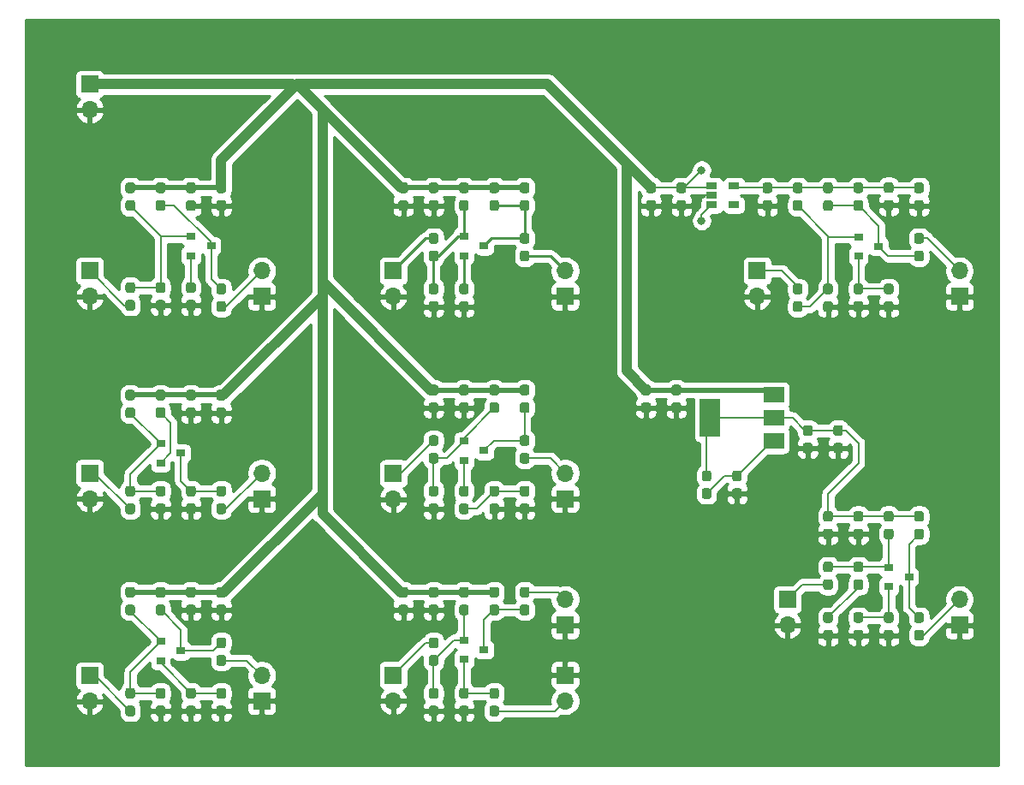
<source format=gbr>
%TF.GenerationSoftware,KiCad,Pcbnew,(5.1.6)-1*%
%TF.CreationDate,2020-12-18T22:44:24+08:00*%
%TF.ProjectId,_______,2c00e03e-2735-4ef2-9e6b-696361645f70,1.0.1*%
%TF.SameCoordinates,Original*%
%TF.FileFunction,Copper,L1,Top*%
%TF.FilePolarity,Positive*%
%FSLAX46Y46*%
G04 Gerber Fmt 4.6, Leading zero omitted, Abs format (unit mm)*
G04 Created by KiCad (PCBNEW (5.1.6)-1) date 2020-12-18 22:44:24*
%MOMM*%
%LPD*%
G01*
G04 APERTURE LIST*
%TA.AperFunction,ComponentPad*%
%ADD10O,1.700000X1.700000*%
%TD*%
%TA.AperFunction,ComponentPad*%
%ADD11R,1.700000X1.700000*%
%TD*%
%TA.AperFunction,SMDPad,CuDef*%
%ADD12R,0.900000X0.800000*%
%TD*%
%TA.AperFunction,SMDPad,CuDef*%
%ADD13R,1.060000X0.650000*%
%TD*%
%TA.AperFunction,SMDPad,CuDef*%
%ADD14R,2.000000X3.800000*%
%TD*%
%TA.AperFunction,SMDPad,CuDef*%
%ADD15R,2.000000X1.500000*%
%TD*%
%TA.AperFunction,ViaPad*%
%ADD16C,0.800000*%
%TD*%
%TA.AperFunction,Conductor*%
%ADD17C,0.200000*%
%TD*%
%TA.AperFunction,Conductor*%
%ADD18C,1.000000*%
%TD*%
%TA.AperFunction,Conductor*%
%ADD19C,0.250000*%
%TD*%
%TA.AperFunction,Conductor*%
%ADD20C,0.500000*%
%TD*%
%TA.AperFunction,Conductor*%
%ADD21C,0.254000*%
%TD*%
G04 APERTURE END LIST*
%TO.P,C1,1*%
%TO.N,GND*%
%TA.AperFunction,SMDPad,CuDef*%
G36*
G01*
X75737500Y-32525000D02*
X75262500Y-32525000D01*
G75*
G02*
X75025000Y-32287500I0J237500D01*
G01*
X75025000Y-31712500D01*
G75*
G02*
X75262500Y-31475000I237500J0D01*
G01*
X75737500Y-31475000D01*
G75*
G02*
X75975000Y-31712500I0J-237500D01*
G01*
X75975000Y-32287500D01*
G75*
G02*
X75737500Y-32525000I-237500J0D01*
G01*
G37*
%TD.AperFunction*%
%TO.P,C1,2*%
%TO.N,+15V*%
%TA.AperFunction,SMDPad,CuDef*%
G36*
G01*
X75737500Y-30775000D02*
X75262500Y-30775000D01*
G75*
G02*
X75025000Y-30537500I0J237500D01*
G01*
X75025000Y-29962500D01*
G75*
G02*
X75262500Y-29725000I237500J0D01*
G01*
X75737500Y-29725000D01*
G75*
G02*
X75975000Y-29962500I0J-237500D01*
G01*
X75975000Y-30537500D01*
G75*
G02*
X75737500Y-30775000I-237500J0D01*
G01*
G37*
%TD.AperFunction*%
%TD*%
%TO.P,C2,2*%
%TO.N,+15V*%
%TA.AperFunction,SMDPad,CuDef*%
G36*
G01*
X78737500Y-30775000D02*
X78262500Y-30775000D01*
G75*
G02*
X78025000Y-30537500I0J237500D01*
G01*
X78025000Y-29962500D01*
G75*
G02*
X78262500Y-29725000I237500J0D01*
G01*
X78737500Y-29725000D01*
G75*
G02*
X78975000Y-29962500I0J-237500D01*
G01*
X78975000Y-30537500D01*
G75*
G02*
X78737500Y-30775000I-237500J0D01*
G01*
G37*
%TD.AperFunction*%
%TO.P,C2,1*%
%TO.N,GND*%
%TA.AperFunction,SMDPad,CuDef*%
G36*
G01*
X78737500Y-32525000D02*
X78262500Y-32525000D01*
G75*
G02*
X78025000Y-32287500I0J237500D01*
G01*
X78025000Y-31712500D01*
G75*
G02*
X78262500Y-31475000I237500J0D01*
G01*
X78737500Y-31475000D01*
G75*
G02*
X78975000Y-31712500I0J-237500D01*
G01*
X78975000Y-32287500D01*
G75*
G02*
X78737500Y-32525000I-237500J0D01*
G01*
G37*
%TD.AperFunction*%
%TD*%
%TO.P,C3,2*%
%TO.N,Net-(C3-Pad2)*%
%TA.AperFunction,SMDPad,CuDef*%
G36*
G01*
X23762500Y-41350000D02*
X24237500Y-41350000D01*
G75*
G02*
X24475000Y-41587500I0J-237500D01*
G01*
X24475000Y-42162500D01*
G75*
G02*
X24237500Y-42400000I-237500J0D01*
G01*
X23762500Y-42400000D01*
G75*
G02*
X23525000Y-42162500I0J237500D01*
G01*
X23525000Y-41587500D01*
G75*
G02*
X23762500Y-41350000I237500J0D01*
G01*
G37*
%TD.AperFunction*%
%TO.P,C3,1*%
%TO.N,Net-(C3-Pad1)*%
%TA.AperFunction,SMDPad,CuDef*%
G36*
G01*
X23762500Y-39600000D02*
X24237500Y-39600000D01*
G75*
G02*
X24475000Y-39837500I0J-237500D01*
G01*
X24475000Y-40412500D01*
G75*
G02*
X24237500Y-40650000I-237500J0D01*
G01*
X23762500Y-40650000D01*
G75*
G02*
X23525000Y-40412500I0J237500D01*
G01*
X23525000Y-39837500D01*
G75*
G02*
X23762500Y-39600000I237500J0D01*
G01*
G37*
%TD.AperFunction*%
%TD*%
%TO.P,C4,1*%
%TO.N,Net-(C4-Pad1)*%
%TA.AperFunction,SMDPad,CuDef*%
G36*
G01*
X23762500Y-59725000D02*
X24237500Y-59725000D01*
G75*
G02*
X24475000Y-59962500I0J-237500D01*
G01*
X24475000Y-60537500D01*
G75*
G02*
X24237500Y-60775000I-237500J0D01*
G01*
X23762500Y-60775000D01*
G75*
G02*
X23525000Y-60537500I0J237500D01*
G01*
X23525000Y-59962500D01*
G75*
G02*
X23762500Y-59725000I237500J0D01*
G01*
G37*
%TD.AperFunction*%
%TO.P,C4,2*%
%TO.N,Net-(C4-Pad2)*%
%TA.AperFunction,SMDPad,CuDef*%
G36*
G01*
X23762500Y-61475000D02*
X24237500Y-61475000D01*
G75*
G02*
X24475000Y-61712500I0J-237500D01*
G01*
X24475000Y-62287500D01*
G75*
G02*
X24237500Y-62525000I-237500J0D01*
G01*
X23762500Y-62525000D01*
G75*
G02*
X23525000Y-62287500I0J237500D01*
G01*
X23525000Y-61712500D01*
G75*
G02*
X23762500Y-61475000I237500J0D01*
G01*
G37*
%TD.AperFunction*%
%TD*%
%TO.P,C5,1*%
%TO.N,GND*%
%TA.AperFunction,SMDPad,CuDef*%
G36*
G01*
X87237500Y-32525000D02*
X86762500Y-32525000D01*
G75*
G02*
X86525000Y-32287500I0J237500D01*
G01*
X86525000Y-31712500D01*
G75*
G02*
X86762500Y-31475000I237500J0D01*
G01*
X87237500Y-31475000D01*
G75*
G02*
X87475000Y-31712500I0J-237500D01*
G01*
X87475000Y-32287500D01*
G75*
G02*
X87237500Y-32525000I-237500J0D01*
G01*
G37*
%TD.AperFunction*%
%TO.P,C5,2*%
%TO.N,+4V*%
%TA.AperFunction,SMDPad,CuDef*%
G36*
G01*
X87237500Y-30775000D02*
X86762500Y-30775000D01*
G75*
G02*
X86525000Y-30537500I0J237500D01*
G01*
X86525000Y-29962500D01*
G75*
G02*
X86762500Y-29725000I237500J0D01*
G01*
X87237500Y-29725000D01*
G75*
G02*
X87475000Y-29962500I0J-237500D01*
G01*
X87475000Y-30537500D01*
G75*
G02*
X87237500Y-30775000I-237500J0D01*
G01*
G37*
%TD.AperFunction*%
%TD*%
%TO.P,C6,1*%
%TO.N,GND*%
%TA.AperFunction,SMDPad,CuDef*%
G36*
G01*
X75237500Y-52525000D02*
X74762500Y-52525000D01*
G75*
G02*
X74525000Y-52287500I0J237500D01*
G01*
X74525000Y-51712500D01*
G75*
G02*
X74762500Y-51475000I237500J0D01*
G01*
X75237500Y-51475000D01*
G75*
G02*
X75475000Y-51712500I0J-237500D01*
G01*
X75475000Y-52287500D01*
G75*
G02*
X75237500Y-52525000I-237500J0D01*
G01*
G37*
%TD.AperFunction*%
%TO.P,C6,2*%
%TO.N,+15V*%
%TA.AperFunction,SMDPad,CuDef*%
G36*
G01*
X75237500Y-50775000D02*
X74762500Y-50775000D01*
G75*
G02*
X74525000Y-50537500I0J237500D01*
G01*
X74525000Y-49962500D01*
G75*
G02*
X74762500Y-49725000I237500J0D01*
G01*
X75237500Y-49725000D01*
G75*
G02*
X75475000Y-49962500I0J-237500D01*
G01*
X75475000Y-50537500D01*
G75*
G02*
X75237500Y-50775000I-237500J0D01*
G01*
G37*
%TD.AperFunction*%
%TD*%
%TO.P,C7,1*%
%TO.N,GND*%
%TA.AperFunction,SMDPad,CuDef*%
G36*
G01*
X78237500Y-52525000D02*
X77762500Y-52525000D01*
G75*
G02*
X77525000Y-52287500I0J237500D01*
G01*
X77525000Y-51712500D01*
G75*
G02*
X77762500Y-51475000I237500J0D01*
G01*
X78237500Y-51475000D01*
G75*
G02*
X78475000Y-51712500I0J-237500D01*
G01*
X78475000Y-52287500D01*
G75*
G02*
X78237500Y-52525000I-237500J0D01*
G01*
G37*
%TD.AperFunction*%
%TO.P,C7,2*%
%TO.N,+15V*%
%TA.AperFunction,SMDPad,CuDef*%
G36*
G01*
X78237500Y-50775000D02*
X77762500Y-50775000D01*
G75*
G02*
X77525000Y-50537500I0J237500D01*
G01*
X77525000Y-49962500D01*
G75*
G02*
X77762500Y-49725000I237500J0D01*
G01*
X78237500Y-49725000D01*
G75*
G02*
X78475000Y-49962500I0J-237500D01*
G01*
X78475000Y-50537500D01*
G75*
G02*
X78237500Y-50775000I-237500J0D01*
G01*
G37*
%TD.AperFunction*%
%TD*%
%TO.P,C8,1*%
%TO.N,GND*%
%TA.AperFunction,SMDPad,CuDef*%
G36*
G01*
X30237500Y-32525000D02*
X29762500Y-32525000D01*
G75*
G02*
X29525000Y-32287500I0J237500D01*
G01*
X29525000Y-31712500D01*
G75*
G02*
X29762500Y-31475000I237500J0D01*
G01*
X30237500Y-31475000D01*
G75*
G02*
X30475000Y-31712500I0J-237500D01*
G01*
X30475000Y-32287500D01*
G75*
G02*
X30237500Y-32525000I-237500J0D01*
G01*
G37*
%TD.AperFunction*%
%TO.P,C8,2*%
%TO.N,+15V*%
%TA.AperFunction,SMDPad,CuDef*%
G36*
G01*
X30237500Y-30775000D02*
X29762500Y-30775000D01*
G75*
G02*
X29525000Y-30537500I0J237500D01*
G01*
X29525000Y-29962500D01*
G75*
G02*
X29762500Y-29725000I237500J0D01*
G01*
X30237500Y-29725000D01*
G75*
G02*
X30475000Y-29962500I0J-237500D01*
G01*
X30475000Y-30537500D01*
G75*
G02*
X30237500Y-30775000I-237500J0D01*
G01*
G37*
%TD.AperFunction*%
%TD*%
%TO.P,C9,1*%
%TO.N,GND*%
%TA.AperFunction,SMDPad,CuDef*%
G36*
G01*
X30237500Y-53025000D02*
X29762500Y-53025000D01*
G75*
G02*
X29525000Y-52787500I0J237500D01*
G01*
X29525000Y-52212500D01*
G75*
G02*
X29762500Y-51975000I237500J0D01*
G01*
X30237500Y-51975000D01*
G75*
G02*
X30475000Y-52212500I0J-237500D01*
G01*
X30475000Y-52787500D01*
G75*
G02*
X30237500Y-53025000I-237500J0D01*
G01*
G37*
%TD.AperFunction*%
%TO.P,C9,2*%
%TO.N,+15V*%
%TA.AperFunction,SMDPad,CuDef*%
G36*
G01*
X30237500Y-51275000D02*
X29762500Y-51275000D01*
G75*
G02*
X29525000Y-51037500I0J237500D01*
G01*
X29525000Y-50462500D01*
G75*
G02*
X29762500Y-50225000I237500J0D01*
G01*
X30237500Y-50225000D01*
G75*
G02*
X30475000Y-50462500I0J-237500D01*
G01*
X30475000Y-51037500D01*
G75*
G02*
X30237500Y-51275000I-237500J0D01*
G01*
G37*
%TD.AperFunction*%
%TD*%
%TO.P,C10,1*%
%TO.N,Net-(C10-Pad1)*%
%TA.AperFunction,SMDPad,CuDef*%
G36*
G01*
X33237500Y-42525000D02*
X32762500Y-42525000D01*
G75*
G02*
X32525000Y-42287500I0J237500D01*
G01*
X32525000Y-41712500D01*
G75*
G02*
X32762500Y-41475000I237500J0D01*
G01*
X33237500Y-41475000D01*
G75*
G02*
X33475000Y-41712500I0J-237500D01*
G01*
X33475000Y-42287500D01*
G75*
G02*
X33237500Y-42525000I-237500J0D01*
G01*
G37*
%TD.AperFunction*%
%TO.P,C10,2*%
%TO.N,Net-(C10-Pad2)*%
%TA.AperFunction,SMDPad,CuDef*%
G36*
G01*
X33237500Y-40775000D02*
X32762500Y-40775000D01*
G75*
G02*
X32525000Y-40537500I0J237500D01*
G01*
X32525000Y-39962500D01*
G75*
G02*
X32762500Y-39725000I237500J0D01*
G01*
X33237500Y-39725000D01*
G75*
G02*
X33475000Y-39962500I0J-237500D01*
G01*
X33475000Y-40537500D01*
G75*
G02*
X33237500Y-40775000I-237500J0D01*
G01*
G37*
%TD.AperFunction*%
%TD*%
%TO.P,C11,1*%
%TO.N,Net-(C11-Pad1)*%
%TA.AperFunction,SMDPad,CuDef*%
G36*
G01*
X33237500Y-62525000D02*
X32762500Y-62525000D01*
G75*
G02*
X32525000Y-62287500I0J237500D01*
G01*
X32525000Y-61712500D01*
G75*
G02*
X32762500Y-61475000I237500J0D01*
G01*
X33237500Y-61475000D01*
G75*
G02*
X33475000Y-61712500I0J-237500D01*
G01*
X33475000Y-62287500D01*
G75*
G02*
X33237500Y-62525000I-237500J0D01*
G01*
G37*
%TD.AperFunction*%
%TO.P,C11,2*%
%TO.N,Net-(C11-Pad2)*%
%TA.AperFunction,SMDPad,CuDef*%
G36*
G01*
X33237500Y-60775000D02*
X32762500Y-60775000D01*
G75*
G02*
X32525000Y-60537500I0J237500D01*
G01*
X32525000Y-59962500D01*
G75*
G02*
X32762500Y-59725000I237500J0D01*
G01*
X33237500Y-59725000D01*
G75*
G02*
X33475000Y-59962500I0J-237500D01*
G01*
X33475000Y-60537500D01*
G75*
G02*
X33237500Y-60775000I-237500J0D01*
G01*
G37*
%TD.AperFunction*%
%TD*%
%TO.P,C12,2*%
%TO.N,+15V*%
%TA.AperFunction,SMDPad,CuDef*%
G36*
G01*
X33237500Y-30775000D02*
X32762500Y-30775000D01*
G75*
G02*
X32525000Y-30537500I0J237500D01*
G01*
X32525000Y-29962500D01*
G75*
G02*
X32762500Y-29725000I237500J0D01*
G01*
X33237500Y-29725000D01*
G75*
G02*
X33475000Y-29962500I0J-237500D01*
G01*
X33475000Y-30537500D01*
G75*
G02*
X33237500Y-30775000I-237500J0D01*
G01*
G37*
%TD.AperFunction*%
%TO.P,C12,1*%
%TO.N,GND*%
%TA.AperFunction,SMDPad,CuDef*%
G36*
G01*
X33237500Y-32525000D02*
X32762500Y-32525000D01*
G75*
G02*
X32525000Y-32287500I0J237500D01*
G01*
X32525000Y-31712500D01*
G75*
G02*
X32762500Y-31475000I237500J0D01*
G01*
X33237500Y-31475000D01*
G75*
G02*
X33475000Y-31712500I0J-237500D01*
G01*
X33475000Y-32287500D01*
G75*
G02*
X33237500Y-32525000I-237500J0D01*
G01*
G37*
%TD.AperFunction*%
%TD*%
%TO.P,C13,2*%
%TO.N,+15V*%
%TA.AperFunction,SMDPad,CuDef*%
G36*
G01*
X33237500Y-51275000D02*
X32762500Y-51275000D01*
G75*
G02*
X32525000Y-51037500I0J237500D01*
G01*
X32525000Y-50462500D01*
G75*
G02*
X32762500Y-50225000I237500J0D01*
G01*
X33237500Y-50225000D01*
G75*
G02*
X33475000Y-50462500I0J-237500D01*
G01*
X33475000Y-51037500D01*
G75*
G02*
X33237500Y-51275000I-237500J0D01*
G01*
G37*
%TD.AperFunction*%
%TO.P,C13,1*%
%TO.N,GND*%
%TA.AperFunction,SMDPad,CuDef*%
G36*
G01*
X33237500Y-53025000D02*
X32762500Y-53025000D01*
G75*
G02*
X32525000Y-52787500I0J237500D01*
G01*
X32525000Y-52212500D01*
G75*
G02*
X32762500Y-51975000I237500J0D01*
G01*
X33237500Y-51975000D01*
G75*
G02*
X33475000Y-52212500I0J-237500D01*
G01*
X33475000Y-52787500D01*
G75*
G02*
X33237500Y-53025000I-237500J0D01*
G01*
G37*
%TD.AperFunction*%
%TD*%
%TO.P,C14,2*%
%TO.N,+1V5*%
%TA.AperFunction,SMDPad,CuDef*%
G36*
G01*
X94237500Y-54775000D02*
X93762500Y-54775000D01*
G75*
G02*
X93525000Y-54537500I0J237500D01*
G01*
X93525000Y-53962500D01*
G75*
G02*
X93762500Y-53725000I237500J0D01*
G01*
X94237500Y-53725000D01*
G75*
G02*
X94475000Y-53962500I0J-237500D01*
G01*
X94475000Y-54537500D01*
G75*
G02*
X94237500Y-54775000I-237500J0D01*
G01*
G37*
%TD.AperFunction*%
%TO.P,C14,1*%
%TO.N,GND*%
%TA.AperFunction,SMDPad,CuDef*%
G36*
G01*
X94237500Y-56525000D02*
X93762500Y-56525000D01*
G75*
G02*
X93525000Y-56287500I0J237500D01*
G01*
X93525000Y-55712500D01*
G75*
G02*
X93762500Y-55475000I237500J0D01*
G01*
X94237500Y-55475000D01*
G75*
G02*
X94475000Y-55712500I0J-237500D01*
G01*
X94475000Y-56287500D01*
G75*
G02*
X94237500Y-56525000I-237500J0D01*
G01*
G37*
%TD.AperFunction*%
%TD*%
%TO.P,C15,2*%
%TO.N,+1V5*%
%TA.AperFunction,SMDPad,CuDef*%
G36*
G01*
X91237500Y-54775000D02*
X90762500Y-54775000D01*
G75*
G02*
X90525000Y-54537500I0J237500D01*
G01*
X90525000Y-53962500D01*
G75*
G02*
X90762500Y-53725000I237500J0D01*
G01*
X91237500Y-53725000D01*
G75*
G02*
X91475000Y-53962500I0J-237500D01*
G01*
X91475000Y-54537500D01*
G75*
G02*
X91237500Y-54775000I-237500J0D01*
G01*
G37*
%TD.AperFunction*%
%TO.P,C15,1*%
%TO.N,GND*%
%TA.AperFunction,SMDPad,CuDef*%
G36*
G01*
X91237500Y-56525000D02*
X90762500Y-56525000D01*
G75*
G02*
X90525000Y-56287500I0J237500D01*
G01*
X90525000Y-55712500D01*
G75*
G02*
X90762500Y-55475000I237500J0D01*
G01*
X91237500Y-55475000D01*
G75*
G02*
X91475000Y-55712500I0J-237500D01*
G01*
X91475000Y-56287500D01*
G75*
G02*
X91237500Y-56525000I-237500J0D01*
G01*
G37*
%TD.AperFunction*%
%TD*%
%TO.P,C16,1*%
%TO.N,Net-(C16-Pad1)*%
%TA.AperFunction,SMDPad,CuDef*%
G36*
G01*
X92762500Y-67225000D02*
X93237500Y-67225000D01*
G75*
G02*
X93475000Y-67462500I0J-237500D01*
G01*
X93475000Y-68037500D01*
G75*
G02*
X93237500Y-68275000I-237500J0D01*
G01*
X92762500Y-68275000D01*
G75*
G02*
X92525000Y-68037500I0J237500D01*
G01*
X92525000Y-67462500D01*
G75*
G02*
X92762500Y-67225000I237500J0D01*
G01*
G37*
%TD.AperFunction*%
%TO.P,C16,2*%
%TO.N,Net-(C16-Pad2)*%
%TA.AperFunction,SMDPad,CuDef*%
G36*
G01*
X92762500Y-68975000D02*
X93237500Y-68975000D01*
G75*
G02*
X93475000Y-69212500I0J-237500D01*
G01*
X93475000Y-69787500D01*
G75*
G02*
X93237500Y-70025000I-237500J0D01*
G01*
X92762500Y-70025000D01*
G75*
G02*
X92525000Y-69787500I0J237500D01*
G01*
X92525000Y-69212500D01*
G75*
G02*
X92762500Y-68975000I237500J0D01*
G01*
G37*
%TD.AperFunction*%
%TD*%
%TO.P,C17,2*%
%TO.N,Net-(C17-Pad2)*%
%TA.AperFunction,SMDPad,CuDef*%
G36*
G01*
X54237500Y-75775000D02*
X53762500Y-75775000D01*
G75*
G02*
X53525000Y-75537500I0J237500D01*
G01*
X53525000Y-74962500D01*
G75*
G02*
X53762500Y-74725000I237500J0D01*
G01*
X54237500Y-74725000D01*
G75*
G02*
X54475000Y-74962500I0J-237500D01*
G01*
X54475000Y-75537500D01*
G75*
G02*
X54237500Y-75775000I-237500J0D01*
G01*
G37*
%TD.AperFunction*%
%TO.P,C17,1*%
%TO.N,Net-(C17-Pad1)*%
%TA.AperFunction,SMDPad,CuDef*%
G36*
G01*
X54237500Y-77525000D02*
X53762500Y-77525000D01*
G75*
G02*
X53525000Y-77287500I0J237500D01*
G01*
X53525000Y-76712500D01*
G75*
G02*
X53762500Y-76475000I237500J0D01*
G01*
X54237500Y-76475000D01*
G75*
G02*
X54475000Y-76712500I0J-237500D01*
G01*
X54475000Y-77287500D01*
G75*
G02*
X54237500Y-77525000I-237500J0D01*
G01*
G37*
%TD.AperFunction*%
%TD*%
%TO.P,C18,2*%
%TO.N,Net-(C18-Pad2)*%
%TA.AperFunction,SMDPad,CuDef*%
G36*
G01*
X54237500Y-35775000D02*
X53762500Y-35775000D01*
G75*
G02*
X53525000Y-35537500I0J237500D01*
G01*
X53525000Y-34962500D01*
G75*
G02*
X53762500Y-34725000I237500J0D01*
G01*
X54237500Y-34725000D01*
G75*
G02*
X54475000Y-34962500I0J-237500D01*
G01*
X54475000Y-35537500D01*
G75*
G02*
X54237500Y-35775000I-237500J0D01*
G01*
G37*
%TD.AperFunction*%
%TO.P,C18,1*%
%TO.N,Net-(C18-Pad1)*%
%TA.AperFunction,SMDPad,CuDef*%
G36*
G01*
X54237500Y-37525000D02*
X53762500Y-37525000D01*
G75*
G02*
X53525000Y-37287500I0J237500D01*
G01*
X53525000Y-36712500D01*
G75*
G02*
X53762500Y-36475000I237500J0D01*
G01*
X54237500Y-36475000D01*
G75*
G02*
X54475000Y-36712500I0J-237500D01*
G01*
X54475000Y-37287500D01*
G75*
G02*
X54237500Y-37525000I-237500J0D01*
G01*
G37*
%TD.AperFunction*%
%TD*%
%TO.P,C19,1*%
%TO.N,Net-(C19-Pad1)*%
%TA.AperFunction,SMDPad,CuDef*%
G36*
G01*
X98762500Y-72225000D02*
X99237500Y-72225000D01*
G75*
G02*
X99475000Y-72462500I0J-237500D01*
G01*
X99475000Y-73037500D01*
G75*
G02*
X99237500Y-73275000I-237500J0D01*
G01*
X98762500Y-73275000D01*
G75*
G02*
X98525000Y-73037500I0J237500D01*
G01*
X98525000Y-72462500D01*
G75*
G02*
X98762500Y-72225000I237500J0D01*
G01*
G37*
%TD.AperFunction*%
%TO.P,C19,2*%
%TO.N,GND*%
%TA.AperFunction,SMDPad,CuDef*%
G36*
G01*
X98762500Y-73975000D02*
X99237500Y-73975000D01*
G75*
G02*
X99475000Y-74212500I0J-237500D01*
G01*
X99475000Y-74787500D01*
G75*
G02*
X99237500Y-75025000I-237500J0D01*
G01*
X98762500Y-75025000D01*
G75*
G02*
X98525000Y-74787500I0J237500D01*
G01*
X98525000Y-74212500D01*
G75*
G02*
X98762500Y-73975000I237500J0D01*
G01*
G37*
%TD.AperFunction*%
%TD*%
%TO.P,C20,2*%
%TO.N,+1V5*%
%TA.AperFunction,SMDPad,CuDef*%
G36*
G01*
X96237500Y-63275000D02*
X95762500Y-63275000D01*
G75*
G02*
X95525000Y-63037500I0J237500D01*
G01*
X95525000Y-62462500D01*
G75*
G02*
X95762500Y-62225000I237500J0D01*
G01*
X96237500Y-62225000D01*
G75*
G02*
X96475000Y-62462500I0J-237500D01*
G01*
X96475000Y-63037500D01*
G75*
G02*
X96237500Y-63275000I-237500J0D01*
G01*
G37*
%TD.AperFunction*%
%TO.P,C20,1*%
%TO.N,GND*%
%TA.AperFunction,SMDPad,CuDef*%
G36*
G01*
X96237500Y-65025000D02*
X95762500Y-65025000D01*
G75*
G02*
X95525000Y-64787500I0J237500D01*
G01*
X95525000Y-64212500D01*
G75*
G02*
X95762500Y-63975000I237500J0D01*
G01*
X96237500Y-63975000D01*
G75*
G02*
X96475000Y-64212500I0J-237500D01*
G01*
X96475000Y-64787500D01*
G75*
G02*
X96237500Y-65025000I-237500J0D01*
G01*
G37*
%TD.AperFunction*%
%TD*%
%TO.P,C21,2*%
%TO.N,+15V*%
%TA.AperFunction,SMDPad,CuDef*%
G36*
G01*
X51237500Y-70775000D02*
X50762500Y-70775000D01*
G75*
G02*
X50525000Y-70537500I0J237500D01*
G01*
X50525000Y-69962500D01*
G75*
G02*
X50762500Y-69725000I237500J0D01*
G01*
X51237500Y-69725000D01*
G75*
G02*
X51475000Y-69962500I0J-237500D01*
G01*
X51475000Y-70537500D01*
G75*
G02*
X51237500Y-70775000I-237500J0D01*
G01*
G37*
%TD.AperFunction*%
%TO.P,C21,1*%
%TO.N,GND*%
%TA.AperFunction,SMDPad,CuDef*%
G36*
G01*
X51237500Y-72525000D02*
X50762500Y-72525000D01*
G75*
G02*
X50525000Y-72287500I0J237500D01*
G01*
X50525000Y-71712500D01*
G75*
G02*
X50762500Y-71475000I237500J0D01*
G01*
X51237500Y-71475000D01*
G75*
G02*
X51475000Y-71712500I0J-237500D01*
G01*
X51475000Y-72287500D01*
G75*
G02*
X51237500Y-72525000I-237500J0D01*
G01*
G37*
%TD.AperFunction*%
%TD*%
%TO.P,C22,2*%
%TO.N,Net-(C22-Pad2)*%
%TA.AperFunction,SMDPad,CuDef*%
G36*
G01*
X102237500Y-73275000D02*
X101762500Y-73275000D01*
G75*
G02*
X101525000Y-73037500I0J237500D01*
G01*
X101525000Y-72462500D01*
G75*
G02*
X101762500Y-72225000I237500J0D01*
G01*
X102237500Y-72225000D01*
G75*
G02*
X102475000Y-72462500I0J-237500D01*
G01*
X102475000Y-73037500D01*
G75*
G02*
X102237500Y-73275000I-237500J0D01*
G01*
G37*
%TD.AperFunction*%
%TO.P,C22,1*%
%TO.N,Net-(C22-Pad1)*%
%TA.AperFunction,SMDPad,CuDef*%
G36*
G01*
X102237500Y-75025000D02*
X101762500Y-75025000D01*
G75*
G02*
X101525000Y-74787500I0J237500D01*
G01*
X101525000Y-74212500D01*
G75*
G02*
X101762500Y-73975000I237500J0D01*
G01*
X102237500Y-73975000D01*
G75*
G02*
X102475000Y-74212500I0J-237500D01*
G01*
X102475000Y-74787500D01*
G75*
G02*
X102237500Y-75025000I-237500J0D01*
G01*
G37*
%TD.AperFunction*%
%TD*%
%TO.P,C23,2*%
%TO.N,Net-(C23-Pad2)*%
%TA.AperFunction,SMDPad,CuDef*%
G36*
G01*
X62762500Y-71475000D02*
X63237500Y-71475000D01*
G75*
G02*
X63475000Y-71712500I0J-237500D01*
G01*
X63475000Y-72287500D01*
G75*
G02*
X63237500Y-72525000I-237500J0D01*
G01*
X62762500Y-72525000D01*
G75*
G02*
X62525000Y-72287500I0J237500D01*
G01*
X62525000Y-71712500D01*
G75*
G02*
X62762500Y-71475000I237500J0D01*
G01*
G37*
%TD.AperFunction*%
%TO.P,C23,1*%
%TO.N,Net-(C23-Pad1)*%
%TA.AperFunction,SMDPad,CuDef*%
G36*
G01*
X62762500Y-69725000D02*
X63237500Y-69725000D01*
G75*
G02*
X63475000Y-69962500I0J-237500D01*
G01*
X63475000Y-70537500D01*
G75*
G02*
X63237500Y-70775000I-237500J0D01*
G01*
X62762500Y-70775000D01*
G75*
G02*
X62525000Y-70537500I0J237500D01*
G01*
X62525000Y-69962500D01*
G75*
G02*
X62762500Y-69725000I237500J0D01*
G01*
G37*
%TD.AperFunction*%
%TD*%
%TO.P,C24,2*%
%TO.N,Net-(C24-Pad2)*%
%TA.AperFunction,SMDPad,CuDef*%
G36*
G01*
X60237500Y-80775000D02*
X59762500Y-80775000D01*
G75*
G02*
X59525000Y-80537500I0J237500D01*
G01*
X59525000Y-79962500D01*
G75*
G02*
X59762500Y-79725000I237500J0D01*
G01*
X60237500Y-79725000D01*
G75*
G02*
X60475000Y-79962500I0J-237500D01*
G01*
X60475000Y-80537500D01*
G75*
G02*
X60237500Y-80775000I-237500J0D01*
G01*
G37*
%TD.AperFunction*%
%TO.P,C24,1*%
%TO.N,Net-(C24-Pad1)*%
%TA.AperFunction,SMDPad,CuDef*%
G36*
G01*
X60237500Y-82525000D02*
X59762500Y-82525000D01*
G75*
G02*
X59525000Y-82287500I0J237500D01*
G01*
X59525000Y-81712500D01*
G75*
G02*
X59762500Y-81475000I237500J0D01*
G01*
X60237500Y-81475000D01*
G75*
G02*
X60475000Y-81712500I0J-237500D01*
G01*
X60475000Y-82287500D01*
G75*
G02*
X60237500Y-82525000I-237500J0D01*
G01*
G37*
%TD.AperFunction*%
%TD*%
%TO.P,C25,1*%
%TO.N,Net-(C25-Pad1)*%
%TA.AperFunction,SMDPad,CuDef*%
G36*
G01*
X63237500Y-32525000D02*
X62762500Y-32525000D01*
G75*
G02*
X62525000Y-32287500I0J237500D01*
G01*
X62525000Y-31712500D01*
G75*
G02*
X62762500Y-31475000I237500J0D01*
G01*
X63237500Y-31475000D01*
G75*
G02*
X63475000Y-31712500I0J-237500D01*
G01*
X63475000Y-32287500D01*
G75*
G02*
X63237500Y-32525000I-237500J0D01*
G01*
G37*
%TD.AperFunction*%
%TO.P,C25,2*%
%TO.N,+15V*%
%TA.AperFunction,SMDPad,CuDef*%
G36*
G01*
X63237500Y-30775000D02*
X62762500Y-30775000D01*
G75*
G02*
X62525000Y-30537500I0J237500D01*
G01*
X62525000Y-29962500D01*
G75*
G02*
X62762500Y-29725000I237500J0D01*
G01*
X63237500Y-29725000D01*
G75*
G02*
X63475000Y-29962500I0J-237500D01*
G01*
X63475000Y-30537500D01*
G75*
G02*
X63237500Y-30775000I-237500J0D01*
G01*
G37*
%TD.AperFunction*%
%TD*%
%TO.P,C26,1*%
%TO.N,Net-(C26-Pad1)*%
%TA.AperFunction,SMDPad,CuDef*%
G36*
G01*
X63237500Y-37525000D02*
X62762500Y-37525000D01*
G75*
G02*
X62525000Y-37287500I0J237500D01*
G01*
X62525000Y-36712500D01*
G75*
G02*
X62762500Y-36475000I237500J0D01*
G01*
X63237500Y-36475000D01*
G75*
G02*
X63475000Y-36712500I0J-237500D01*
G01*
X63475000Y-37287500D01*
G75*
G02*
X63237500Y-37525000I-237500J0D01*
G01*
G37*
%TD.AperFunction*%
%TO.P,C26,2*%
%TO.N,Net-(C25-Pad1)*%
%TA.AperFunction,SMDPad,CuDef*%
G36*
G01*
X63237500Y-35775000D02*
X62762500Y-35775000D01*
G75*
G02*
X62525000Y-35537500I0J237500D01*
G01*
X62525000Y-34962500D01*
G75*
G02*
X62762500Y-34725000I237500J0D01*
G01*
X63237500Y-34725000D01*
G75*
G02*
X63475000Y-34962500I0J-237500D01*
G01*
X63475000Y-35537500D01*
G75*
G02*
X63237500Y-35775000I-237500J0D01*
G01*
G37*
%TD.AperFunction*%
%TD*%
%TO.P,C27,2*%
%TO.N,+1V5*%
%TA.AperFunction,SMDPad,CuDef*%
G36*
G01*
X93237500Y-63275000D02*
X92762500Y-63275000D01*
G75*
G02*
X92525000Y-63037500I0J237500D01*
G01*
X92525000Y-62462500D01*
G75*
G02*
X92762500Y-62225000I237500J0D01*
G01*
X93237500Y-62225000D01*
G75*
G02*
X93475000Y-62462500I0J-237500D01*
G01*
X93475000Y-63037500D01*
G75*
G02*
X93237500Y-63275000I-237500J0D01*
G01*
G37*
%TD.AperFunction*%
%TO.P,C27,1*%
%TO.N,GND*%
%TA.AperFunction,SMDPad,CuDef*%
G36*
G01*
X93237500Y-65025000D02*
X92762500Y-65025000D01*
G75*
G02*
X92525000Y-64787500I0J237500D01*
G01*
X92525000Y-64212500D01*
G75*
G02*
X92762500Y-63975000I237500J0D01*
G01*
X93237500Y-63975000D01*
G75*
G02*
X93475000Y-64212500I0J-237500D01*
G01*
X93475000Y-64787500D01*
G75*
G02*
X93237500Y-65025000I-237500J0D01*
G01*
G37*
%TD.AperFunction*%
%TD*%
%TO.P,C28,2*%
%TO.N,+15V*%
%TA.AperFunction,SMDPad,CuDef*%
G36*
G01*
X54237500Y-70775000D02*
X53762500Y-70775000D01*
G75*
G02*
X53525000Y-70537500I0J237500D01*
G01*
X53525000Y-69962500D01*
G75*
G02*
X53762500Y-69725000I237500J0D01*
G01*
X54237500Y-69725000D01*
G75*
G02*
X54475000Y-69962500I0J-237500D01*
G01*
X54475000Y-70537500D01*
G75*
G02*
X54237500Y-70775000I-237500J0D01*
G01*
G37*
%TD.AperFunction*%
%TO.P,C28,1*%
%TO.N,GND*%
%TA.AperFunction,SMDPad,CuDef*%
G36*
G01*
X54237500Y-72525000D02*
X53762500Y-72525000D01*
G75*
G02*
X53525000Y-72287500I0J237500D01*
G01*
X53525000Y-71712500D01*
G75*
G02*
X53762500Y-71475000I237500J0D01*
G01*
X54237500Y-71475000D01*
G75*
G02*
X54475000Y-71712500I0J-237500D01*
G01*
X54475000Y-72287500D01*
G75*
G02*
X54237500Y-72525000I-237500J0D01*
G01*
G37*
%TD.AperFunction*%
%TD*%
%TO.P,C29,1*%
%TO.N,GND*%
%TA.AperFunction,SMDPad,CuDef*%
G36*
G01*
X54237500Y-32525000D02*
X53762500Y-32525000D01*
G75*
G02*
X53525000Y-32287500I0J237500D01*
G01*
X53525000Y-31712500D01*
G75*
G02*
X53762500Y-31475000I237500J0D01*
G01*
X54237500Y-31475000D01*
G75*
G02*
X54475000Y-31712500I0J-237500D01*
G01*
X54475000Y-32287500D01*
G75*
G02*
X54237500Y-32525000I-237500J0D01*
G01*
G37*
%TD.AperFunction*%
%TO.P,C29,2*%
%TO.N,+15V*%
%TA.AperFunction,SMDPad,CuDef*%
G36*
G01*
X54237500Y-30775000D02*
X53762500Y-30775000D01*
G75*
G02*
X53525000Y-30537500I0J237500D01*
G01*
X53525000Y-29962500D01*
G75*
G02*
X53762500Y-29725000I237500J0D01*
G01*
X54237500Y-29725000D01*
G75*
G02*
X54475000Y-29962500I0J-237500D01*
G01*
X54475000Y-30537500D01*
G75*
G02*
X54237500Y-30775000I-237500J0D01*
G01*
G37*
%TD.AperFunction*%
%TD*%
%TO.P,C30,2*%
%TO.N,+15V*%
%TA.AperFunction,SMDPad,CuDef*%
G36*
G01*
X51237500Y-30775000D02*
X50762500Y-30775000D01*
G75*
G02*
X50525000Y-30537500I0J237500D01*
G01*
X50525000Y-29962500D01*
G75*
G02*
X50762500Y-29725000I237500J0D01*
G01*
X51237500Y-29725000D01*
G75*
G02*
X51475000Y-29962500I0J-237500D01*
G01*
X51475000Y-30537500D01*
G75*
G02*
X51237500Y-30775000I-237500J0D01*
G01*
G37*
%TD.AperFunction*%
%TO.P,C30,1*%
%TO.N,GND*%
%TA.AperFunction,SMDPad,CuDef*%
G36*
G01*
X51237500Y-32525000D02*
X50762500Y-32525000D01*
G75*
G02*
X50525000Y-32287500I0J237500D01*
G01*
X50525000Y-31712500D01*
G75*
G02*
X50762500Y-31475000I237500J0D01*
G01*
X51237500Y-31475000D01*
G75*
G02*
X51475000Y-31712500I0J-237500D01*
G01*
X51475000Y-32287500D01*
G75*
G02*
X51237500Y-32525000I-237500J0D01*
G01*
G37*
%TD.AperFunction*%
%TD*%
%TO.P,C31,2*%
%TO.N,Net-(C31-Pad2)*%
%TA.AperFunction,SMDPad,CuDef*%
G36*
G01*
X90237500Y-40775000D02*
X89762500Y-40775000D01*
G75*
G02*
X89525000Y-40537500I0J237500D01*
G01*
X89525000Y-39962500D01*
G75*
G02*
X89762500Y-39725000I237500J0D01*
G01*
X90237500Y-39725000D01*
G75*
G02*
X90475000Y-39962500I0J-237500D01*
G01*
X90475000Y-40537500D01*
G75*
G02*
X90237500Y-40775000I-237500J0D01*
G01*
G37*
%TD.AperFunction*%
%TO.P,C31,1*%
%TO.N,Net-(C31-Pad1)*%
%TA.AperFunction,SMDPad,CuDef*%
G36*
G01*
X90237500Y-42525000D02*
X89762500Y-42525000D01*
G75*
G02*
X89525000Y-42287500I0J237500D01*
G01*
X89525000Y-41712500D01*
G75*
G02*
X89762500Y-41475000I237500J0D01*
G01*
X90237500Y-41475000D01*
G75*
G02*
X90475000Y-41712500I0J-237500D01*
G01*
X90475000Y-42287500D01*
G75*
G02*
X90237500Y-42525000I-237500J0D01*
G01*
G37*
%TD.AperFunction*%
%TD*%
%TO.P,C32,2*%
%TO.N,Net-(C32-Pad2)*%
%TA.AperFunction,SMDPad,CuDef*%
G36*
G01*
X23762500Y-81475000D02*
X24237500Y-81475000D01*
G75*
G02*
X24475000Y-81712500I0J-237500D01*
G01*
X24475000Y-82287500D01*
G75*
G02*
X24237500Y-82525000I-237500J0D01*
G01*
X23762500Y-82525000D01*
G75*
G02*
X23525000Y-82287500I0J237500D01*
G01*
X23525000Y-81712500D01*
G75*
G02*
X23762500Y-81475000I237500J0D01*
G01*
G37*
%TD.AperFunction*%
%TO.P,C32,1*%
%TO.N,Net-(C32-Pad1)*%
%TA.AperFunction,SMDPad,CuDef*%
G36*
G01*
X23762500Y-79725000D02*
X24237500Y-79725000D01*
G75*
G02*
X24475000Y-79962500I0J-237500D01*
G01*
X24475000Y-80537500D01*
G75*
G02*
X24237500Y-80775000I-237500J0D01*
G01*
X23762500Y-80775000D01*
G75*
G02*
X23525000Y-80537500I0J237500D01*
G01*
X23525000Y-79962500D01*
G75*
G02*
X23762500Y-79725000I237500J0D01*
G01*
G37*
%TD.AperFunction*%
%TD*%
%TO.P,C33,2*%
%TO.N,Net-(C33-Pad2)*%
%TA.AperFunction,SMDPad,CuDef*%
G36*
G01*
X54237500Y-55775000D02*
X53762500Y-55775000D01*
G75*
G02*
X53525000Y-55537500I0J237500D01*
G01*
X53525000Y-54962500D01*
G75*
G02*
X53762500Y-54725000I237500J0D01*
G01*
X54237500Y-54725000D01*
G75*
G02*
X54475000Y-54962500I0J-237500D01*
G01*
X54475000Y-55537500D01*
G75*
G02*
X54237500Y-55775000I-237500J0D01*
G01*
G37*
%TD.AperFunction*%
%TO.P,C33,1*%
%TO.N,Net-(C33-Pad1)*%
%TA.AperFunction,SMDPad,CuDef*%
G36*
G01*
X54237500Y-57525000D02*
X53762500Y-57525000D01*
G75*
G02*
X53525000Y-57287500I0J237500D01*
G01*
X53525000Y-56712500D01*
G75*
G02*
X53762500Y-56475000I237500J0D01*
G01*
X54237500Y-56475000D01*
G75*
G02*
X54475000Y-56712500I0J-237500D01*
G01*
X54475000Y-57287500D01*
G75*
G02*
X54237500Y-57525000I-237500J0D01*
G01*
G37*
%TD.AperFunction*%
%TD*%
%TO.P,C34,1*%
%TO.N,Net-(C34-Pad1)*%
%TA.AperFunction,SMDPad,CuDef*%
G36*
G01*
X93237500Y-32525000D02*
X92762500Y-32525000D01*
G75*
G02*
X92525000Y-32287500I0J237500D01*
G01*
X92525000Y-31712500D01*
G75*
G02*
X92762500Y-31475000I237500J0D01*
G01*
X93237500Y-31475000D01*
G75*
G02*
X93475000Y-31712500I0J-237500D01*
G01*
X93475000Y-32287500D01*
G75*
G02*
X93237500Y-32525000I-237500J0D01*
G01*
G37*
%TD.AperFunction*%
%TO.P,C34,2*%
%TO.N,+4V*%
%TA.AperFunction,SMDPad,CuDef*%
G36*
G01*
X93237500Y-30775000D02*
X92762500Y-30775000D01*
G75*
G02*
X92525000Y-30537500I0J237500D01*
G01*
X92525000Y-29962500D01*
G75*
G02*
X92762500Y-29725000I237500J0D01*
G01*
X93237500Y-29725000D01*
G75*
G02*
X93475000Y-29962500I0J-237500D01*
G01*
X93475000Y-30537500D01*
G75*
G02*
X93237500Y-30775000I-237500J0D01*
G01*
G37*
%TD.AperFunction*%
%TD*%
%TO.P,C35,1*%
%TO.N,GND*%
%TA.AperFunction,SMDPad,CuDef*%
G36*
G01*
X99237500Y-42525000D02*
X98762500Y-42525000D01*
G75*
G02*
X98525000Y-42287500I0J237500D01*
G01*
X98525000Y-41712500D01*
G75*
G02*
X98762500Y-41475000I237500J0D01*
G01*
X99237500Y-41475000D01*
G75*
G02*
X99475000Y-41712500I0J-237500D01*
G01*
X99475000Y-42287500D01*
G75*
G02*
X99237500Y-42525000I-237500J0D01*
G01*
G37*
%TD.AperFunction*%
%TO.P,C35,2*%
%TO.N,Net-(C35-Pad2)*%
%TA.AperFunction,SMDPad,CuDef*%
G36*
G01*
X99237500Y-40775000D02*
X98762500Y-40775000D01*
G75*
G02*
X98525000Y-40537500I0J237500D01*
G01*
X98525000Y-39962500D01*
G75*
G02*
X98762500Y-39725000I237500J0D01*
G01*
X99237500Y-39725000D01*
G75*
G02*
X99475000Y-39962500I0J-237500D01*
G01*
X99475000Y-40537500D01*
G75*
G02*
X99237500Y-40775000I-237500J0D01*
G01*
G37*
%TD.AperFunction*%
%TD*%
%TO.P,C36,1*%
%TO.N,GND*%
%TA.AperFunction,SMDPad,CuDef*%
G36*
G01*
X33237500Y-82525000D02*
X32762500Y-82525000D01*
G75*
G02*
X32525000Y-82287500I0J237500D01*
G01*
X32525000Y-81712500D01*
G75*
G02*
X32762500Y-81475000I237500J0D01*
G01*
X33237500Y-81475000D01*
G75*
G02*
X33475000Y-81712500I0J-237500D01*
G01*
X33475000Y-82287500D01*
G75*
G02*
X33237500Y-82525000I-237500J0D01*
G01*
G37*
%TD.AperFunction*%
%TO.P,C36,2*%
%TO.N,Net-(C36-Pad2)*%
%TA.AperFunction,SMDPad,CuDef*%
G36*
G01*
X33237500Y-80775000D02*
X32762500Y-80775000D01*
G75*
G02*
X32525000Y-80537500I0J237500D01*
G01*
X32525000Y-79962500D01*
G75*
G02*
X32762500Y-79725000I237500J0D01*
G01*
X33237500Y-79725000D01*
G75*
G02*
X33475000Y-79962500I0J-237500D01*
G01*
X33475000Y-80537500D01*
G75*
G02*
X33237500Y-80775000I-237500J0D01*
G01*
G37*
%TD.AperFunction*%
%TD*%
%TO.P,C37,1*%
%TO.N,Net-(C37-Pad1)*%
%TA.AperFunction,SMDPad,CuDef*%
G36*
G01*
X101762500Y-34725000D02*
X102237500Y-34725000D01*
G75*
G02*
X102475000Y-34962500I0J-237500D01*
G01*
X102475000Y-35537500D01*
G75*
G02*
X102237500Y-35775000I-237500J0D01*
G01*
X101762500Y-35775000D01*
G75*
G02*
X101525000Y-35537500I0J237500D01*
G01*
X101525000Y-34962500D01*
G75*
G02*
X101762500Y-34725000I237500J0D01*
G01*
G37*
%TD.AperFunction*%
%TO.P,C37,2*%
%TO.N,Net-(C34-Pad1)*%
%TA.AperFunction,SMDPad,CuDef*%
G36*
G01*
X101762500Y-36475000D02*
X102237500Y-36475000D01*
G75*
G02*
X102475000Y-36712500I0J-237500D01*
G01*
X102475000Y-37287500D01*
G75*
G02*
X102237500Y-37525000I-237500J0D01*
G01*
X101762500Y-37525000D01*
G75*
G02*
X101525000Y-37287500I0J237500D01*
G01*
X101525000Y-36712500D01*
G75*
G02*
X101762500Y-36475000I237500J0D01*
G01*
G37*
%TD.AperFunction*%
%TD*%
%TO.P,C38,1*%
%TO.N,GND*%
%TA.AperFunction,SMDPad,CuDef*%
G36*
G01*
X57237500Y-52525000D02*
X56762500Y-52525000D01*
G75*
G02*
X56525000Y-52287500I0J237500D01*
G01*
X56525000Y-51712500D01*
G75*
G02*
X56762500Y-51475000I237500J0D01*
G01*
X57237500Y-51475000D01*
G75*
G02*
X57475000Y-51712500I0J-237500D01*
G01*
X57475000Y-52287500D01*
G75*
G02*
X57237500Y-52525000I-237500J0D01*
G01*
G37*
%TD.AperFunction*%
%TO.P,C38,2*%
%TO.N,+15V*%
%TA.AperFunction,SMDPad,CuDef*%
G36*
G01*
X57237500Y-50775000D02*
X56762500Y-50775000D01*
G75*
G02*
X56525000Y-50537500I0J237500D01*
G01*
X56525000Y-49962500D01*
G75*
G02*
X56762500Y-49725000I237500J0D01*
G01*
X57237500Y-49725000D01*
G75*
G02*
X57475000Y-49962500I0J-237500D01*
G01*
X57475000Y-50537500D01*
G75*
G02*
X57237500Y-50775000I-237500J0D01*
G01*
G37*
%TD.AperFunction*%
%TD*%
%TO.P,C39,1*%
%TO.N,GND*%
%TA.AperFunction,SMDPad,CuDef*%
G36*
G01*
X63237500Y-62525000D02*
X62762500Y-62525000D01*
G75*
G02*
X62525000Y-62287500I0J237500D01*
G01*
X62525000Y-61712500D01*
G75*
G02*
X62762500Y-61475000I237500J0D01*
G01*
X63237500Y-61475000D01*
G75*
G02*
X63475000Y-61712500I0J-237500D01*
G01*
X63475000Y-62287500D01*
G75*
G02*
X63237500Y-62525000I-237500J0D01*
G01*
G37*
%TD.AperFunction*%
%TO.P,C39,2*%
%TO.N,Net-(C39-Pad2)*%
%TA.AperFunction,SMDPad,CuDef*%
G36*
G01*
X63237500Y-60775000D02*
X62762500Y-60775000D01*
G75*
G02*
X62525000Y-60537500I0J237500D01*
G01*
X62525000Y-59962500D01*
G75*
G02*
X62762500Y-59725000I237500J0D01*
G01*
X63237500Y-59725000D01*
G75*
G02*
X63475000Y-59962500I0J-237500D01*
G01*
X63475000Y-60537500D01*
G75*
G02*
X63237500Y-60775000I-237500J0D01*
G01*
G37*
%TD.AperFunction*%
%TD*%
%TO.P,C40,1*%
%TO.N,GND*%
%TA.AperFunction,SMDPad,CuDef*%
G36*
G01*
X30237500Y-72525000D02*
X29762500Y-72525000D01*
G75*
G02*
X29525000Y-72287500I0J237500D01*
G01*
X29525000Y-71712500D01*
G75*
G02*
X29762500Y-71475000I237500J0D01*
G01*
X30237500Y-71475000D01*
G75*
G02*
X30475000Y-71712500I0J-237500D01*
G01*
X30475000Y-72287500D01*
G75*
G02*
X30237500Y-72525000I-237500J0D01*
G01*
G37*
%TD.AperFunction*%
%TO.P,C40,2*%
%TO.N,+15V*%
%TA.AperFunction,SMDPad,CuDef*%
G36*
G01*
X30237500Y-70775000D02*
X29762500Y-70775000D01*
G75*
G02*
X29525000Y-70537500I0J237500D01*
G01*
X29525000Y-69962500D01*
G75*
G02*
X29762500Y-69725000I237500J0D01*
G01*
X30237500Y-69725000D01*
G75*
G02*
X30475000Y-69962500I0J-237500D01*
G01*
X30475000Y-70537500D01*
G75*
G02*
X30237500Y-70775000I-237500J0D01*
G01*
G37*
%TD.AperFunction*%
%TD*%
%TO.P,C41,2*%
%TO.N,Net-(C41-Pad2)*%
%TA.AperFunction,SMDPad,CuDef*%
G36*
G01*
X33237500Y-75775000D02*
X32762500Y-75775000D01*
G75*
G02*
X32525000Y-75537500I0J237500D01*
G01*
X32525000Y-74962500D01*
G75*
G02*
X32762500Y-74725000I237500J0D01*
G01*
X33237500Y-74725000D01*
G75*
G02*
X33475000Y-74962500I0J-237500D01*
G01*
X33475000Y-75537500D01*
G75*
G02*
X33237500Y-75775000I-237500J0D01*
G01*
G37*
%TD.AperFunction*%
%TO.P,C41,1*%
%TO.N,Net-(C41-Pad1)*%
%TA.AperFunction,SMDPad,CuDef*%
G36*
G01*
X33237500Y-77525000D02*
X32762500Y-77525000D01*
G75*
G02*
X32525000Y-77287500I0J237500D01*
G01*
X32525000Y-76712500D01*
G75*
G02*
X32762500Y-76475000I237500J0D01*
G01*
X33237500Y-76475000D01*
G75*
G02*
X33475000Y-76712500I0J-237500D01*
G01*
X33475000Y-77287500D01*
G75*
G02*
X33237500Y-77525000I-237500J0D01*
G01*
G37*
%TD.AperFunction*%
%TD*%
%TO.P,C42,1*%
%TO.N,Net-(C42-Pad1)*%
%TA.AperFunction,SMDPad,CuDef*%
G36*
G01*
X63237500Y-57525000D02*
X62762500Y-57525000D01*
G75*
G02*
X62525000Y-57287500I0J237500D01*
G01*
X62525000Y-56712500D01*
G75*
G02*
X62762500Y-56475000I237500J0D01*
G01*
X63237500Y-56475000D01*
G75*
G02*
X63475000Y-56712500I0J-237500D01*
G01*
X63475000Y-57287500D01*
G75*
G02*
X63237500Y-57525000I-237500J0D01*
G01*
G37*
%TD.AperFunction*%
%TO.P,C42,2*%
%TO.N,Net-(C42-Pad2)*%
%TA.AperFunction,SMDPad,CuDef*%
G36*
G01*
X63237500Y-55775000D02*
X62762500Y-55775000D01*
G75*
G02*
X62525000Y-55537500I0J237500D01*
G01*
X62525000Y-54962500D01*
G75*
G02*
X62762500Y-54725000I237500J0D01*
G01*
X63237500Y-54725000D01*
G75*
G02*
X63475000Y-54962500I0J-237500D01*
G01*
X63475000Y-55537500D01*
G75*
G02*
X63237500Y-55775000I-237500J0D01*
G01*
G37*
%TD.AperFunction*%
%TD*%
%TO.P,C43,1*%
%TO.N,GND*%
%TA.AperFunction,SMDPad,CuDef*%
G36*
G01*
X99237500Y-32505000D02*
X98762500Y-32505000D01*
G75*
G02*
X98525000Y-32267500I0J237500D01*
G01*
X98525000Y-31692500D01*
G75*
G02*
X98762500Y-31455000I237500J0D01*
G01*
X99237500Y-31455000D01*
G75*
G02*
X99475000Y-31692500I0J-237500D01*
G01*
X99475000Y-32267500D01*
G75*
G02*
X99237500Y-32505000I-237500J0D01*
G01*
G37*
%TD.AperFunction*%
%TO.P,C43,2*%
%TO.N,+4V*%
%TA.AperFunction,SMDPad,CuDef*%
G36*
G01*
X99237500Y-30755000D02*
X98762500Y-30755000D01*
G75*
G02*
X98525000Y-30517500I0J237500D01*
G01*
X98525000Y-29942500D01*
G75*
G02*
X98762500Y-29705000I237500J0D01*
G01*
X99237500Y-29705000D01*
G75*
G02*
X99475000Y-29942500I0J-237500D01*
G01*
X99475000Y-30517500D01*
G75*
G02*
X99237500Y-30755000I-237500J0D01*
G01*
G37*
%TD.AperFunction*%
%TD*%
%TO.P,C44,2*%
%TO.N,+15V*%
%TA.AperFunction,SMDPad,CuDef*%
G36*
G01*
X54237500Y-50775000D02*
X53762500Y-50775000D01*
G75*
G02*
X53525000Y-50537500I0J237500D01*
G01*
X53525000Y-49962500D01*
G75*
G02*
X53762500Y-49725000I237500J0D01*
G01*
X54237500Y-49725000D01*
G75*
G02*
X54475000Y-49962500I0J-237500D01*
G01*
X54475000Y-50537500D01*
G75*
G02*
X54237500Y-50775000I-237500J0D01*
G01*
G37*
%TD.AperFunction*%
%TO.P,C44,1*%
%TO.N,GND*%
%TA.AperFunction,SMDPad,CuDef*%
G36*
G01*
X54237500Y-52525000D02*
X53762500Y-52525000D01*
G75*
G02*
X53525000Y-52287500I0J237500D01*
G01*
X53525000Y-51712500D01*
G75*
G02*
X53762500Y-51475000I237500J0D01*
G01*
X54237500Y-51475000D01*
G75*
G02*
X54475000Y-51712500I0J-237500D01*
G01*
X54475000Y-52287500D01*
G75*
G02*
X54237500Y-52525000I-237500J0D01*
G01*
G37*
%TD.AperFunction*%
%TD*%
%TO.P,C45,2*%
%TO.N,+15V*%
%TA.AperFunction,SMDPad,CuDef*%
G36*
G01*
X33237500Y-70775000D02*
X32762500Y-70775000D01*
G75*
G02*
X32525000Y-70537500I0J237500D01*
G01*
X32525000Y-69962500D01*
G75*
G02*
X32762500Y-69725000I237500J0D01*
G01*
X33237500Y-69725000D01*
G75*
G02*
X33475000Y-69962500I0J-237500D01*
G01*
X33475000Y-70537500D01*
G75*
G02*
X33237500Y-70775000I-237500J0D01*
G01*
G37*
%TD.AperFunction*%
%TO.P,C45,1*%
%TO.N,GND*%
%TA.AperFunction,SMDPad,CuDef*%
G36*
G01*
X33237500Y-72525000D02*
X32762500Y-72525000D01*
G75*
G02*
X32525000Y-72287500I0J237500D01*
G01*
X32525000Y-71712500D01*
G75*
G02*
X32762500Y-71475000I237500J0D01*
G01*
X33237500Y-71475000D01*
G75*
G02*
X33475000Y-71712500I0J-237500D01*
G01*
X33475000Y-72287500D01*
G75*
G02*
X33237500Y-72525000I-237500J0D01*
G01*
G37*
%TD.AperFunction*%
%TD*%
%TO.P,C46,2*%
%TO.N,+4V*%
%TA.AperFunction,SMDPad,CuDef*%
G36*
G01*
X102237500Y-30775000D02*
X101762500Y-30775000D01*
G75*
G02*
X101525000Y-30537500I0J237500D01*
G01*
X101525000Y-29962500D01*
G75*
G02*
X101762500Y-29725000I237500J0D01*
G01*
X102237500Y-29725000D01*
G75*
G02*
X102475000Y-29962500I0J-237500D01*
G01*
X102475000Y-30537500D01*
G75*
G02*
X102237500Y-30775000I-237500J0D01*
G01*
G37*
%TD.AperFunction*%
%TO.P,C46,1*%
%TO.N,GND*%
%TA.AperFunction,SMDPad,CuDef*%
G36*
G01*
X102237500Y-32525000D02*
X101762500Y-32525000D01*
G75*
G02*
X101525000Y-32287500I0J237500D01*
G01*
X101525000Y-31712500D01*
G75*
G02*
X101762500Y-31475000I237500J0D01*
G01*
X102237500Y-31475000D01*
G75*
G02*
X102475000Y-31712500I0J-237500D01*
G01*
X102475000Y-32287500D01*
G75*
G02*
X102237500Y-32525000I-237500J0D01*
G01*
G37*
%TD.AperFunction*%
%TD*%
%TO.P,D1,1*%
%TO.N,Net-(D1-Pad1)*%
%TA.AperFunction,SMDPad,CuDef*%
G36*
G01*
X96237500Y-70025000D02*
X95762500Y-70025000D01*
G75*
G02*
X95525000Y-69787500I0J237500D01*
G01*
X95525000Y-69212500D01*
G75*
G02*
X95762500Y-68975000I237500J0D01*
G01*
X96237500Y-68975000D01*
G75*
G02*
X96475000Y-69212500I0J-237500D01*
G01*
X96475000Y-69787500D01*
G75*
G02*
X96237500Y-70025000I-237500J0D01*
G01*
G37*
%TD.AperFunction*%
%TO.P,D1,2*%
%TO.N,Net-(C16-Pad1)*%
%TA.AperFunction,SMDPad,CuDef*%
G36*
G01*
X96237500Y-68275000D02*
X95762500Y-68275000D01*
G75*
G02*
X95525000Y-68037500I0J237500D01*
G01*
X95525000Y-67462500D01*
G75*
G02*
X95762500Y-67225000I237500J0D01*
G01*
X96237500Y-67225000D01*
G75*
G02*
X96475000Y-67462500I0J-237500D01*
G01*
X96475000Y-68037500D01*
G75*
G02*
X96237500Y-68275000I-237500J0D01*
G01*
G37*
%TD.AperFunction*%
%TD*%
D10*
%TO.P,J1,2*%
%TO.N,GND*%
X20000000Y-22540000D03*
D11*
%TO.P,J1,1*%
%TO.N,+15V*%
X20000000Y-20000000D03*
%TD*%
%TO.P,J2,1*%
%TO.N,Net-(C3-Pad2)*%
X20000000Y-38460000D03*
D10*
%TO.P,J2,2*%
%TO.N,GND*%
X20000000Y-41000000D03*
%TD*%
D11*
%TO.P,J3,1*%
%TO.N,Net-(C4-Pad2)*%
X20000000Y-58460000D03*
D10*
%TO.P,J3,2*%
%TO.N,GND*%
X20000000Y-61000000D03*
%TD*%
%TO.P,J4,2*%
%TO.N,Net-(C10-Pad1)*%
X37000000Y-38460000D03*
D11*
%TO.P,J4,1*%
%TO.N,GND*%
X37000000Y-41000000D03*
%TD*%
D10*
%TO.P,J5,2*%
%TO.N,Net-(C11-Pad1)*%
X37000000Y-58460000D03*
D11*
%TO.P,J5,1*%
%TO.N,GND*%
X37000000Y-61000000D03*
%TD*%
%TO.P,J6,1*%
%TO.N,Net-(C16-Pad2)*%
X89000000Y-70960000D03*
D10*
%TO.P,J6,2*%
%TO.N,GND*%
X89000000Y-73500000D03*
%TD*%
%TO.P,J7,2*%
%TO.N,GND*%
X50000000Y-81000000D03*
D11*
%TO.P,J7,1*%
%TO.N,Net-(C17-Pad2)*%
X50000000Y-78460000D03*
%TD*%
%TO.P,J8,1*%
%TO.N,Net-(C18-Pad2)*%
X50000000Y-38460000D03*
D10*
%TO.P,J8,2*%
%TO.N,GND*%
X50000000Y-41000000D03*
%TD*%
%TO.P,J9,2*%
%TO.N,Net-(C22-Pad1)*%
X106000000Y-70960000D03*
D11*
%TO.P,J9,1*%
%TO.N,GND*%
X106000000Y-73500000D03*
%TD*%
%TO.P,J10,1*%
%TO.N,GND*%
X67000000Y-73500000D03*
D10*
%TO.P,J10,2*%
%TO.N,Net-(C23-Pad1)*%
X67000000Y-70960000D03*
%TD*%
%TO.P,J11,2*%
%TO.N,Net-(C24-Pad1)*%
X67000000Y-81000000D03*
D11*
%TO.P,J11,1*%
%TO.N,GND*%
X67000000Y-78460000D03*
%TD*%
D10*
%TO.P,J12,2*%
%TO.N,Net-(C26-Pad1)*%
X67000000Y-38460000D03*
D11*
%TO.P,J12,1*%
%TO.N,GND*%
X67000000Y-41000000D03*
%TD*%
D10*
%TO.P,J13,2*%
%TO.N,GND*%
X86000000Y-41000000D03*
D11*
%TO.P,J13,1*%
%TO.N,Net-(C31-Pad2)*%
X86000000Y-38460000D03*
%TD*%
D10*
%TO.P,J14,2*%
%TO.N,GND*%
X20000000Y-81040000D03*
D11*
%TO.P,J14,1*%
%TO.N,Net-(C32-Pad2)*%
X20000000Y-78500000D03*
%TD*%
%TO.P,J15,1*%
%TO.N,Net-(C33-Pad2)*%
X50020000Y-58500000D03*
D10*
%TO.P,J15,2*%
%TO.N,GND*%
X50020000Y-61040000D03*
%TD*%
D11*
%TO.P,J16,1*%
%TO.N,GND*%
X106000000Y-41000000D03*
D10*
%TO.P,J16,2*%
%TO.N,Net-(C37-Pad1)*%
X106000000Y-38460000D03*
%TD*%
D11*
%TO.P,J17,1*%
%TO.N,GND*%
X37000000Y-81000000D03*
D10*
%TO.P,J17,2*%
%TO.N,Net-(C41-Pad1)*%
X37000000Y-78460000D03*
%TD*%
D11*
%TO.P,J18,1*%
%TO.N,GND*%
X67000000Y-61000000D03*
D10*
%TO.P,J18,2*%
%TO.N,Net-(C42-Pad1)*%
X67000000Y-58460000D03*
%TD*%
%TO.P,L1,1*%
%TO.N,+4V*%
%TA.AperFunction,SMDPad,CuDef*%
G36*
G01*
X95762500Y-29725000D02*
X96237500Y-29725000D01*
G75*
G02*
X96475000Y-29962500I0J-237500D01*
G01*
X96475000Y-30537500D01*
G75*
G02*
X96237500Y-30775000I-237500J0D01*
G01*
X95762500Y-30775000D01*
G75*
G02*
X95525000Y-30537500I0J237500D01*
G01*
X95525000Y-29962500D01*
G75*
G02*
X95762500Y-29725000I237500J0D01*
G01*
G37*
%TD.AperFunction*%
%TO.P,L1,2*%
%TO.N,Net-(C34-Pad1)*%
%TA.AperFunction,SMDPad,CuDef*%
G36*
G01*
X95762500Y-31475000D02*
X96237500Y-31475000D01*
G75*
G02*
X96475000Y-31712500I0J-237500D01*
G01*
X96475000Y-32287500D01*
G75*
G02*
X96237500Y-32525000I-237500J0D01*
G01*
X95762500Y-32525000D01*
G75*
G02*
X95525000Y-32287500I0J237500D01*
G01*
X95525000Y-31712500D01*
G75*
G02*
X95762500Y-31475000I237500J0D01*
G01*
G37*
%TD.AperFunction*%
%TD*%
D12*
%TO.P,Q1,1*%
%TO.N,Net-(C3-Pad1)*%
X30000000Y-35050000D03*
%TO.P,Q1,2*%
%TO.N,Net-(Q1-Pad2)*%
X30000000Y-36950000D03*
%TO.P,Q1,3*%
%TO.N,Net-(C10-Pad2)*%
X32000000Y-36000000D03*
%TD*%
%TO.P,Q2,1*%
%TO.N,Net-(C4-Pad1)*%
X27000000Y-55550000D03*
%TO.P,Q2,2*%
%TO.N,Net-(Q2-Pad2)*%
X27000000Y-57450000D03*
%TO.P,Q2,3*%
%TO.N,Net-(C11-Pad2)*%
X29000000Y-56500000D03*
%TD*%
%TO.P,Q3,3*%
%TO.N,Net-(C22-Pad2)*%
X101000000Y-68740000D03*
%TO.P,Q3,2*%
%TO.N,Net-(C19-Pad1)*%
X99000000Y-69690000D03*
%TO.P,Q3,1*%
%TO.N,Net-(C16-Pad1)*%
X99000000Y-67790000D03*
%TD*%
%TO.P,Q4,3*%
%TO.N,Net-(C23-Pad2)*%
X59000000Y-75950000D03*
%TO.P,Q4,2*%
%TO.N,Net-(C24-Pad2)*%
X57000000Y-76900000D03*
%TO.P,Q4,1*%
%TO.N,Net-(C17-Pad1)*%
X57000000Y-75000000D03*
%TD*%
%TO.P,Q5,3*%
%TO.N,Net-(C25-Pad1)*%
X59000000Y-36000000D03*
%TO.P,Q5,2*%
%TO.N,Net-(Q5-Pad2)*%
X57000000Y-36950000D03*
%TO.P,Q5,1*%
%TO.N,Net-(C18-Pad1)*%
X57000000Y-35050000D03*
%TD*%
%TO.P,Q6,1*%
%TO.N,Net-(C31-Pad1)*%
X96000000Y-35100000D03*
%TO.P,Q6,2*%
%TO.N,Net-(C35-Pad2)*%
X96000000Y-37000000D03*
%TO.P,Q6,3*%
%TO.N,Net-(C34-Pad1)*%
X98000000Y-36050000D03*
%TD*%
%TO.P,Q7,3*%
%TO.N,Net-(C41-Pad2)*%
X29000000Y-76050000D03*
%TO.P,Q7,2*%
%TO.N,Net-(C36-Pad2)*%
X27000000Y-77000000D03*
%TO.P,Q7,1*%
%TO.N,Net-(C32-Pad1)*%
X27000000Y-75100000D03*
%TD*%
%TO.P,Q8,1*%
%TO.N,Net-(C33-Pad1)*%
X57000000Y-55300000D03*
%TO.P,Q8,2*%
%TO.N,Net-(Q8-Pad2)*%
X57000000Y-57200000D03*
%TO.P,Q8,3*%
%TO.N,Net-(C42-Pad2)*%
X59000000Y-56250000D03*
%TD*%
%TO.P,R1,1*%
%TO.N,+15V*%
%TA.AperFunction,SMDPad,CuDef*%
G36*
G01*
X23762500Y-29725000D02*
X24237500Y-29725000D01*
G75*
G02*
X24475000Y-29962500I0J-237500D01*
G01*
X24475000Y-30537500D01*
G75*
G02*
X24237500Y-30775000I-237500J0D01*
G01*
X23762500Y-30775000D01*
G75*
G02*
X23525000Y-30537500I0J237500D01*
G01*
X23525000Y-29962500D01*
G75*
G02*
X23762500Y-29725000I237500J0D01*
G01*
G37*
%TD.AperFunction*%
%TO.P,R1,2*%
%TO.N,Net-(C3-Pad1)*%
%TA.AperFunction,SMDPad,CuDef*%
G36*
G01*
X23762500Y-31475000D02*
X24237500Y-31475000D01*
G75*
G02*
X24475000Y-31712500I0J-237500D01*
G01*
X24475000Y-32287500D01*
G75*
G02*
X24237500Y-32525000I-237500J0D01*
G01*
X23762500Y-32525000D01*
G75*
G02*
X23525000Y-32287500I0J237500D01*
G01*
X23525000Y-31712500D01*
G75*
G02*
X23762500Y-31475000I237500J0D01*
G01*
G37*
%TD.AperFunction*%
%TD*%
%TO.P,R2,1*%
%TO.N,Net-(C3-Pad1)*%
%TA.AperFunction,SMDPad,CuDef*%
G36*
G01*
X26762500Y-39600000D02*
X27237500Y-39600000D01*
G75*
G02*
X27475000Y-39837500I0J-237500D01*
G01*
X27475000Y-40412500D01*
G75*
G02*
X27237500Y-40650000I-237500J0D01*
G01*
X26762500Y-40650000D01*
G75*
G02*
X26525000Y-40412500I0J237500D01*
G01*
X26525000Y-39837500D01*
G75*
G02*
X26762500Y-39600000I237500J0D01*
G01*
G37*
%TD.AperFunction*%
%TO.P,R2,2*%
%TO.N,GND*%
%TA.AperFunction,SMDPad,CuDef*%
G36*
G01*
X26762500Y-41350000D02*
X27237500Y-41350000D01*
G75*
G02*
X27475000Y-41587500I0J-237500D01*
G01*
X27475000Y-42162500D01*
G75*
G02*
X27237500Y-42400000I-237500J0D01*
G01*
X26762500Y-42400000D01*
G75*
G02*
X26525000Y-42162500I0J237500D01*
G01*
X26525000Y-41587500D01*
G75*
G02*
X26762500Y-41350000I237500J0D01*
G01*
G37*
%TD.AperFunction*%
%TD*%
%TO.P,R3,2*%
%TO.N,Net-(C4-Pad1)*%
%TA.AperFunction,SMDPad,CuDef*%
G36*
G01*
X23762500Y-51975000D02*
X24237500Y-51975000D01*
G75*
G02*
X24475000Y-52212500I0J-237500D01*
G01*
X24475000Y-52787500D01*
G75*
G02*
X24237500Y-53025000I-237500J0D01*
G01*
X23762500Y-53025000D01*
G75*
G02*
X23525000Y-52787500I0J237500D01*
G01*
X23525000Y-52212500D01*
G75*
G02*
X23762500Y-51975000I237500J0D01*
G01*
G37*
%TD.AperFunction*%
%TO.P,R3,1*%
%TO.N,+15V*%
%TA.AperFunction,SMDPad,CuDef*%
G36*
G01*
X23762500Y-50225000D02*
X24237500Y-50225000D01*
G75*
G02*
X24475000Y-50462500I0J-237500D01*
G01*
X24475000Y-51037500D01*
G75*
G02*
X24237500Y-51275000I-237500J0D01*
G01*
X23762500Y-51275000D01*
G75*
G02*
X23525000Y-51037500I0J237500D01*
G01*
X23525000Y-50462500D01*
G75*
G02*
X23762500Y-50225000I237500J0D01*
G01*
G37*
%TD.AperFunction*%
%TD*%
%TO.P,R4,2*%
%TO.N,GND*%
%TA.AperFunction,SMDPad,CuDef*%
G36*
G01*
X26762500Y-61475000D02*
X27237500Y-61475000D01*
G75*
G02*
X27475000Y-61712500I0J-237500D01*
G01*
X27475000Y-62287500D01*
G75*
G02*
X27237500Y-62525000I-237500J0D01*
G01*
X26762500Y-62525000D01*
G75*
G02*
X26525000Y-62287500I0J237500D01*
G01*
X26525000Y-61712500D01*
G75*
G02*
X26762500Y-61475000I237500J0D01*
G01*
G37*
%TD.AperFunction*%
%TO.P,R4,1*%
%TO.N,Net-(C4-Pad1)*%
%TA.AperFunction,SMDPad,CuDef*%
G36*
G01*
X26762500Y-59725000D02*
X27237500Y-59725000D01*
G75*
G02*
X27475000Y-59962500I0J-237500D01*
G01*
X27475000Y-60537500D01*
G75*
G02*
X27237500Y-60775000I-237500J0D01*
G01*
X26762500Y-60775000D01*
G75*
G02*
X26525000Y-60537500I0J237500D01*
G01*
X26525000Y-59962500D01*
G75*
G02*
X26762500Y-59725000I237500J0D01*
G01*
G37*
%TD.AperFunction*%
%TD*%
%TO.P,R5,2*%
%TO.N,Net-(C10-Pad2)*%
%TA.AperFunction,SMDPad,CuDef*%
G36*
G01*
X26762500Y-31475000D02*
X27237500Y-31475000D01*
G75*
G02*
X27475000Y-31712500I0J-237500D01*
G01*
X27475000Y-32287500D01*
G75*
G02*
X27237500Y-32525000I-237500J0D01*
G01*
X26762500Y-32525000D01*
G75*
G02*
X26525000Y-32287500I0J237500D01*
G01*
X26525000Y-31712500D01*
G75*
G02*
X26762500Y-31475000I237500J0D01*
G01*
G37*
%TD.AperFunction*%
%TO.P,R5,1*%
%TO.N,+15V*%
%TA.AperFunction,SMDPad,CuDef*%
G36*
G01*
X26762500Y-29725000D02*
X27237500Y-29725000D01*
G75*
G02*
X27475000Y-29962500I0J-237500D01*
G01*
X27475000Y-30537500D01*
G75*
G02*
X27237500Y-30775000I-237500J0D01*
G01*
X26762500Y-30775000D01*
G75*
G02*
X26525000Y-30537500I0J237500D01*
G01*
X26525000Y-29962500D01*
G75*
G02*
X26762500Y-29725000I237500J0D01*
G01*
G37*
%TD.AperFunction*%
%TD*%
%TO.P,R6,2*%
%TO.N,GND*%
%TA.AperFunction,SMDPad,CuDef*%
G36*
G01*
X29762500Y-41350000D02*
X30237500Y-41350000D01*
G75*
G02*
X30475000Y-41587500I0J-237500D01*
G01*
X30475000Y-42162500D01*
G75*
G02*
X30237500Y-42400000I-237500J0D01*
G01*
X29762500Y-42400000D01*
G75*
G02*
X29525000Y-42162500I0J237500D01*
G01*
X29525000Y-41587500D01*
G75*
G02*
X29762500Y-41350000I237500J0D01*
G01*
G37*
%TD.AperFunction*%
%TO.P,R6,1*%
%TO.N,Net-(Q1-Pad2)*%
%TA.AperFunction,SMDPad,CuDef*%
G36*
G01*
X29762500Y-39600000D02*
X30237500Y-39600000D01*
G75*
G02*
X30475000Y-39837500I0J-237500D01*
G01*
X30475000Y-40412500D01*
G75*
G02*
X30237500Y-40650000I-237500J0D01*
G01*
X29762500Y-40650000D01*
G75*
G02*
X29525000Y-40412500I0J237500D01*
G01*
X29525000Y-39837500D01*
G75*
G02*
X29762500Y-39600000I237500J0D01*
G01*
G37*
%TD.AperFunction*%
%TD*%
%TO.P,R7,1*%
%TO.N,+15V*%
%TA.AperFunction,SMDPad,CuDef*%
G36*
G01*
X26762500Y-50225000D02*
X27237500Y-50225000D01*
G75*
G02*
X27475000Y-50462500I0J-237500D01*
G01*
X27475000Y-51037500D01*
G75*
G02*
X27237500Y-51275000I-237500J0D01*
G01*
X26762500Y-51275000D01*
G75*
G02*
X26525000Y-51037500I0J237500D01*
G01*
X26525000Y-50462500D01*
G75*
G02*
X26762500Y-50225000I237500J0D01*
G01*
G37*
%TD.AperFunction*%
%TO.P,R7,2*%
%TO.N,Net-(Q2-Pad2)*%
%TA.AperFunction,SMDPad,CuDef*%
G36*
G01*
X26762500Y-51975000D02*
X27237500Y-51975000D01*
G75*
G02*
X27475000Y-52212500I0J-237500D01*
G01*
X27475000Y-52787500D01*
G75*
G02*
X27237500Y-53025000I-237500J0D01*
G01*
X26762500Y-53025000D01*
G75*
G02*
X26525000Y-52787500I0J237500D01*
G01*
X26525000Y-52212500D01*
G75*
G02*
X26762500Y-51975000I237500J0D01*
G01*
G37*
%TD.AperFunction*%
%TD*%
%TO.P,R8,1*%
%TO.N,Net-(C11-Pad2)*%
%TA.AperFunction,SMDPad,CuDef*%
G36*
G01*
X29762500Y-59725000D02*
X30237500Y-59725000D01*
G75*
G02*
X30475000Y-59962500I0J-237500D01*
G01*
X30475000Y-60537500D01*
G75*
G02*
X30237500Y-60775000I-237500J0D01*
G01*
X29762500Y-60775000D01*
G75*
G02*
X29525000Y-60537500I0J237500D01*
G01*
X29525000Y-59962500D01*
G75*
G02*
X29762500Y-59725000I237500J0D01*
G01*
G37*
%TD.AperFunction*%
%TO.P,R8,2*%
%TO.N,GND*%
%TA.AperFunction,SMDPad,CuDef*%
G36*
G01*
X29762500Y-61475000D02*
X30237500Y-61475000D01*
G75*
G02*
X30475000Y-61712500I0J-237500D01*
G01*
X30475000Y-62287500D01*
G75*
G02*
X30237500Y-62525000I-237500J0D01*
G01*
X29762500Y-62525000D01*
G75*
G02*
X29525000Y-62287500I0J237500D01*
G01*
X29525000Y-61712500D01*
G75*
G02*
X29762500Y-61475000I237500J0D01*
G01*
G37*
%TD.AperFunction*%
%TD*%
%TO.P,R9,1*%
%TO.N,Net-(R10-Pad2)*%
%TA.AperFunction,SMDPad,CuDef*%
G36*
G01*
X83762500Y-58225000D02*
X84237500Y-58225000D01*
G75*
G02*
X84475000Y-58462500I0J-237500D01*
G01*
X84475000Y-59037500D01*
G75*
G02*
X84237500Y-59275000I-237500J0D01*
G01*
X83762500Y-59275000D01*
G75*
G02*
X83525000Y-59037500I0J237500D01*
G01*
X83525000Y-58462500D01*
G75*
G02*
X83762500Y-58225000I237500J0D01*
G01*
G37*
%TD.AperFunction*%
%TO.P,R9,2*%
%TO.N,GND*%
%TA.AperFunction,SMDPad,CuDef*%
G36*
G01*
X83762500Y-59975000D02*
X84237500Y-59975000D01*
G75*
G02*
X84475000Y-60212500I0J-237500D01*
G01*
X84475000Y-60787500D01*
G75*
G02*
X84237500Y-61025000I-237500J0D01*
G01*
X83762500Y-61025000D01*
G75*
G02*
X83525000Y-60787500I0J237500D01*
G01*
X83525000Y-60212500D01*
G75*
G02*
X83762500Y-59975000I237500J0D01*
G01*
G37*
%TD.AperFunction*%
%TD*%
%TO.P,R10,2*%
%TO.N,Net-(R10-Pad2)*%
%TA.AperFunction,SMDPad,CuDef*%
G36*
G01*
X80762500Y-59975000D02*
X81237500Y-59975000D01*
G75*
G02*
X81475000Y-60212500I0J-237500D01*
G01*
X81475000Y-60787500D01*
G75*
G02*
X81237500Y-61025000I-237500J0D01*
G01*
X80762500Y-61025000D01*
G75*
G02*
X80525000Y-60787500I0J237500D01*
G01*
X80525000Y-60212500D01*
G75*
G02*
X80762500Y-59975000I237500J0D01*
G01*
G37*
%TD.AperFunction*%
%TO.P,R10,1*%
%TO.N,+1V5*%
%TA.AperFunction,SMDPad,CuDef*%
G36*
G01*
X80762500Y-58225000D02*
X81237500Y-58225000D01*
G75*
G02*
X81475000Y-58462500I0J-237500D01*
G01*
X81475000Y-59037500D01*
G75*
G02*
X81237500Y-59275000I-237500J0D01*
G01*
X80762500Y-59275000D01*
G75*
G02*
X80525000Y-59037500I0J237500D01*
G01*
X80525000Y-58462500D01*
G75*
G02*
X80762500Y-58225000I237500J0D01*
G01*
G37*
%TD.AperFunction*%
%TD*%
%TO.P,R11,2*%
%TO.N,Net-(C16-Pad1)*%
%TA.AperFunction,SMDPad,CuDef*%
G36*
G01*
X98762500Y-63975000D02*
X99237500Y-63975000D01*
G75*
G02*
X99475000Y-64212500I0J-237500D01*
G01*
X99475000Y-64787500D01*
G75*
G02*
X99237500Y-65025000I-237500J0D01*
G01*
X98762500Y-65025000D01*
G75*
G02*
X98525000Y-64787500I0J237500D01*
G01*
X98525000Y-64212500D01*
G75*
G02*
X98762500Y-63975000I237500J0D01*
G01*
G37*
%TD.AperFunction*%
%TO.P,R11,1*%
%TO.N,+1V5*%
%TA.AperFunction,SMDPad,CuDef*%
G36*
G01*
X98762500Y-62225000D02*
X99237500Y-62225000D01*
G75*
G02*
X99475000Y-62462500I0J-237500D01*
G01*
X99475000Y-63037500D01*
G75*
G02*
X99237500Y-63275000I-237500J0D01*
G01*
X98762500Y-63275000D01*
G75*
G02*
X98525000Y-63037500I0J237500D01*
G01*
X98525000Y-62462500D01*
G75*
G02*
X98762500Y-62225000I237500J0D01*
G01*
G37*
%TD.AperFunction*%
%TD*%
%TO.P,R12,2*%
%TO.N,GND*%
%TA.AperFunction,SMDPad,CuDef*%
G36*
G01*
X92762500Y-73975000D02*
X93237500Y-73975000D01*
G75*
G02*
X93475000Y-74212500I0J-237500D01*
G01*
X93475000Y-74787500D01*
G75*
G02*
X93237500Y-75025000I-237500J0D01*
G01*
X92762500Y-75025000D01*
G75*
G02*
X92525000Y-74787500I0J237500D01*
G01*
X92525000Y-74212500D01*
G75*
G02*
X92762500Y-73975000I237500J0D01*
G01*
G37*
%TD.AperFunction*%
%TO.P,R12,1*%
%TO.N,Net-(D1-Pad1)*%
%TA.AperFunction,SMDPad,CuDef*%
G36*
G01*
X92762500Y-72225000D02*
X93237500Y-72225000D01*
G75*
G02*
X93475000Y-72462500I0J-237500D01*
G01*
X93475000Y-73037500D01*
G75*
G02*
X93237500Y-73275000I-237500J0D01*
G01*
X92762500Y-73275000D01*
G75*
G02*
X92525000Y-73037500I0J237500D01*
G01*
X92525000Y-72462500D01*
G75*
G02*
X92762500Y-72225000I237500J0D01*
G01*
G37*
%TD.AperFunction*%
%TD*%
%TO.P,R13,2*%
%TO.N,Net-(C17-Pad1)*%
%TA.AperFunction,SMDPad,CuDef*%
G36*
G01*
X56762500Y-71475000D02*
X57237500Y-71475000D01*
G75*
G02*
X57475000Y-71712500I0J-237500D01*
G01*
X57475000Y-72287500D01*
G75*
G02*
X57237500Y-72525000I-237500J0D01*
G01*
X56762500Y-72525000D01*
G75*
G02*
X56525000Y-72287500I0J237500D01*
G01*
X56525000Y-71712500D01*
G75*
G02*
X56762500Y-71475000I237500J0D01*
G01*
G37*
%TD.AperFunction*%
%TO.P,R13,1*%
%TO.N,+15V*%
%TA.AperFunction,SMDPad,CuDef*%
G36*
G01*
X56762500Y-69725000D02*
X57237500Y-69725000D01*
G75*
G02*
X57475000Y-69962500I0J-237500D01*
G01*
X57475000Y-70537500D01*
G75*
G02*
X57237500Y-70775000I-237500J0D01*
G01*
X56762500Y-70775000D01*
G75*
G02*
X56525000Y-70537500I0J237500D01*
G01*
X56525000Y-69962500D01*
G75*
G02*
X56762500Y-69725000I237500J0D01*
G01*
G37*
%TD.AperFunction*%
%TD*%
%TO.P,R14,2*%
%TO.N,GND*%
%TA.AperFunction,SMDPad,CuDef*%
G36*
G01*
X53762500Y-81475000D02*
X54237500Y-81475000D01*
G75*
G02*
X54475000Y-81712500I0J-237500D01*
G01*
X54475000Y-82287500D01*
G75*
G02*
X54237500Y-82525000I-237500J0D01*
G01*
X53762500Y-82525000D01*
G75*
G02*
X53525000Y-82287500I0J237500D01*
G01*
X53525000Y-81712500D01*
G75*
G02*
X53762500Y-81475000I237500J0D01*
G01*
G37*
%TD.AperFunction*%
%TO.P,R14,1*%
%TO.N,Net-(C17-Pad1)*%
%TA.AperFunction,SMDPad,CuDef*%
G36*
G01*
X53762500Y-79725000D02*
X54237500Y-79725000D01*
G75*
G02*
X54475000Y-79962500I0J-237500D01*
G01*
X54475000Y-80537500D01*
G75*
G02*
X54237500Y-80775000I-237500J0D01*
G01*
X53762500Y-80775000D01*
G75*
G02*
X53525000Y-80537500I0J237500D01*
G01*
X53525000Y-79962500D01*
G75*
G02*
X53762500Y-79725000I237500J0D01*
G01*
G37*
%TD.AperFunction*%
%TD*%
%TO.P,R15,1*%
%TO.N,+15V*%
%TA.AperFunction,SMDPad,CuDef*%
G36*
G01*
X56762500Y-29725000D02*
X57237500Y-29725000D01*
G75*
G02*
X57475000Y-29962500I0J-237500D01*
G01*
X57475000Y-30537500D01*
G75*
G02*
X57237500Y-30775000I-237500J0D01*
G01*
X56762500Y-30775000D01*
G75*
G02*
X56525000Y-30537500I0J237500D01*
G01*
X56525000Y-29962500D01*
G75*
G02*
X56762500Y-29725000I237500J0D01*
G01*
G37*
%TD.AperFunction*%
%TO.P,R15,2*%
%TO.N,Net-(C18-Pad1)*%
%TA.AperFunction,SMDPad,CuDef*%
G36*
G01*
X56762500Y-31475000D02*
X57237500Y-31475000D01*
G75*
G02*
X57475000Y-31712500I0J-237500D01*
G01*
X57475000Y-32287500D01*
G75*
G02*
X57237500Y-32525000I-237500J0D01*
G01*
X56762500Y-32525000D01*
G75*
G02*
X56525000Y-32287500I0J237500D01*
G01*
X56525000Y-31712500D01*
G75*
G02*
X56762500Y-31475000I237500J0D01*
G01*
G37*
%TD.AperFunction*%
%TD*%
%TO.P,R16,1*%
%TO.N,Net-(C18-Pad1)*%
%TA.AperFunction,SMDPad,CuDef*%
G36*
G01*
X53762500Y-39725000D02*
X54237500Y-39725000D01*
G75*
G02*
X54475000Y-39962500I0J-237500D01*
G01*
X54475000Y-40537500D01*
G75*
G02*
X54237500Y-40775000I-237500J0D01*
G01*
X53762500Y-40775000D01*
G75*
G02*
X53525000Y-40537500I0J237500D01*
G01*
X53525000Y-39962500D01*
G75*
G02*
X53762500Y-39725000I237500J0D01*
G01*
G37*
%TD.AperFunction*%
%TO.P,R16,2*%
%TO.N,GND*%
%TA.AperFunction,SMDPad,CuDef*%
G36*
G01*
X53762500Y-41475000D02*
X54237500Y-41475000D01*
G75*
G02*
X54475000Y-41712500I0J-237500D01*
G01*
X54475000Y-42287500D01*
G75*
G02*
X54237500Y-42525000I-237500J0D01*
G01*
X53762500Y-42525000D01*
G75*
G02*
X53525000Y-42287500I0J237500D01*
G01*
X53525000Y-41712500D01*
G75*
G02*
X53762500Y-41475000I237500J0D01*
G01*
G37*
%TD.AperFunction*%
%TD*%
%TO.P,R17,2*%
%TO.N,Net-(C22-Pad2)*%
%TA.AperFunction,SMDPad,CuDef*%
G36*
G01*
X101762500Y-63975000D02*
X102237500Y-63975000D01*
G75*
G02*
X102475000Y-64212500I0J-237500D01*
G01*
X102475000Y-64787500D01*
G75*
G02*
X102237500Y-65025000I-237500J0D01*
G01*
X101762500Y-65025000D01*
G75*
G02*
X101525000Y-64787500I0J237500D01*
G01*
X101525000Y-64212500D01*
G75*
G02*
X101762500Y-63975000I237500J0D01*
G01*
G37*
%TD.AperFunction*%
%TO.P,R17,1*%
%TO.N,+1V5*%
%TA.AperFunction,SMDPad,CuDef*%
G36*
G01*
X101762500Y-62225000D02*
X102237500Y-62225000D01*
G75*
G02*
X102475000Y-62462500I0J-237500D01*
G01*
X102475000Y-63037500D01*
G75*
G02*
X102237500Y-63275000I-237500J0D01*
G01*
X101762500Y-63275000D01*
G75*
G02*
X101525000Y-63037500I0J237500D01*
G01*
X101525000Y-62462500D01*
G75*
G02*
X101762500Y-62225000I237500J0D01*
G01*
G37*
%TD.AperFunction*%
%TD*%
%TO.P,R18,1*%
%TO.N,Net-(C19-Pad1)*%
%TA.AperFunction,SMDPad,CuDef*%
G36*
G01*
X95762500Y-72225000D02*
X96237500Y-72225000D01*
G75*
G02*
X96475000Y-72462500I0J-237500D01*
G01*
X96475000Y-73037500D01*
G75*
G02*
X96237500Y-73275000I-237500J0D01*
G01*
X95762500Y-73275000D01*
G75*
G02*
X95525000Y-73037500I0J237500D01*
G01*
X95525000Y-72462500D01*
G75*
G02*
X95762500Y-72225000I237500J0D01*
G01*
G37*
%TD.AperFunction*%
%TO.P,R18,2*%
%TO.N,GND*%
%TA.AperFunction,SMDPad,CuDef*%
G36*
G01*
X95762500Y-73975000D02*
X96237500Y-73975000D01*
G75*
G02*
X96475000Y-74212500I0J-237500D01*
G01*
X96475000Y-74787500D01*
G75*
G02*
X96237500Y-75025000I-237500J0D01*
G01*
X95762500Y-75025000D01*
G75*
G02*
X95525000Y-74787500I0J237500D01*
G01*
X95525000Y-74212500D01*
G75*
G02*
X95762500Y-73975000I237500J0D01*
G01*
G37*
%TD.AperFunction*%
%TD*%
%TO.P,R19,1*%
%TO.N,+15V*%
%TA.AperFunction,SMDPad,CuDef*%
G36*
G01*
X59762500Y-69725000D02*
X60237500Y-69725000D01*
G75*
G02*
X60475000Y-69962500I0J-237500D01*
G01*
X60475000Y-70537500D01*
G75*
G02*
X60237500Y-70775000I-237500J0D01*
G01*
X59762500Y-70775000D01*
G75*
G02*
X59525000Y-70537500I0J237500D01*
G01*
X59525000Y-69962500D01*
G75*
G02*
X59762500Y-69725000I237500J0D01*
G01*
G37*
%TD.AperFunction*%
%TO.P,R19,2*%
%TO.N,Net-(C23-Pad2)*%
%TA.AperFunction,SMDPad,CuDef*%
G36*
G01*
X59762500Y-71475000D02*
X60237500Y-71475000D01*
G75*
G02*
X60475000Y-71712500I0J-237500D01*
G01*
X60475000Y-72287500D01*
G75*
G02*
X60237500Y-72525000I-237500J0D01*
G01*
X59762500Y-72525000D01*
G75*
G02*
X59525000Y-72287500I0J237500D01*
G01*
X59525000Y-71712500D01*
G75*
G02*
X59762500Y-71475000I237500J0D01*
G01*
G37*
%TD.AperFunction*%
%TD*%
%TO.P,R20,1*%
%TO.N,Net-(C24-Pad2)*%
%TA.AperFunction,SMDPad,CuDef*%
G36*
G01*
X56762500Y-79725000D02*
X57237500Y-79725000D01*
G75*
G02*
X57475000Y-79962500I0J-237500D01*
G01*
X57475000Y-80537500D01*
G75*
G02*
X57237500Y-80775000I-237500J0D01*
G01*
X56762500Y-80775000D01*
G75*
G02*
X56525000Y-80537500I0J237500D01*
G01*
X56525000Y-79962500D01*
G75*
G02*
X56762500Y-79725000I237500J0D01*
G01*
G37*
%TD.AperFunction*%
%TO.P,R20,2*%
%TO.N,GND*%
%TA.AperFunction,SMDPad,CuDef*%
G36*
G01*
X56762500Y-81475000D02*
X57237500Y-81475000D01*
G75*
G02*
X57475000Y-81712500I0J-237500D01*
G01*
X57475000Y-82287500D01*
G75*
G02*
X57237500Y-82525000I-237500J0D01*
G01*
X56762500Y-82525000D01*
G75*
G02*
X56525000Y-82287500I0J237500D01*
G01*
X56525000Y-81712500D01*
G75*
G02*
X56762500Y-81475000I237500J0D01*
G01*
G37*
%TD.AperFunction*%
%TD*%
%TO.P,R21,2*%
%TO.N,Net-(C25-Pad1)*%
%TA.AperFunction,SMDPad,CuDef*%
G36*
G01*
X59762500Y-31475000D02*
X60237500Y-31475000D01*
G75*
G02*
X60475000Y-31712500I0J-237500D01*
G01*
X60475000Y-32287500D01*
G75*
G02*
X60237500Y-32525000I-237500J0D01*
G01*
X59762500Y-32525000D01*
G75*
G02*
X59525000Y-32287500I0J237500D01*
G01*
X59525000Y-31712500D01*
G75*
G02*
X59762500Y-31475000I237500J0D01*
G01*
G37*
%TD.AperFunction*%
%TO.P,R21,1*%
%TO.N,+15V*%
%TA.AperFunction,SMDPad,CuDef*%
G36*
G01*
X59762500Y-29725000D02*
X60237500Y-29725000D01*
G75*
G02*
X60475000Y-29962500I0J-237500D01*
G01*
X60475000Y-30537500D01*
G75*
G02*
X60237500Y-30775000I-237500J0D01*
G01*
X59762500Y-30775000D01*
G75*
G02*
X59525000Y-30537500I0J237500D01*
G01*
X59525000Y-29962500D01*
G75*
G02*
X59762500Y-29725000I237500J0D01*
G01*
G37*
%TD.AperFunction*%
%TD*%
%TO.P,R22,2*%
%TO.N,GND*%
%TA.AperFunction,SMDPad,CuDef*%
G36*
G01*
X56762500Y-41475000D02*
X57237500Y-41475000D01*
G75*
G02*
X57475000Y-41712500I0J-237500D01*
G01*
X57475000Y-42287500D01*
G75*
G02*
X57237500Y-42525000I-237500J0D01*
G01*
X56762500Y-42525000D01*
G75*
G02*
X56525000Y-42287500I0J237500D01*
G01*
X56525000Y-41712500D01*
G75*
G02*
X56762500Y-41475000I237500J0D01*
G01*
G37*
%TD.AperFunction*%
%TO.P,R22,1*%
%TO.N,Net-(Q5-Pad2)*%
%TA.AperFunction,SMDPad,CuDef*%
G36*
G01*
X56762500Y-39725000D02*
X57237500Y-39725000D01*
G75*
G02*
X57475000Y-39962500I0J-237500D01*
G01*
X57475000Y-40537500D01*
G75*
G02*
X57237500Y-40775000I-237500J0D01*
G01*
X56762500Y-40775000D01*
G75*
G02*
X56525000Y-40537500I0J237500D01*
G01*
X56525000Y-39962500D01*
G75*
G02*
X56762500Y-39725000I237500J0D01*
G01*
G37*
%TD.AperFunction*%
%TD*%
%TO.P,R23,2*%
%TO.N,Net-(C31-Pad1)*%
%TA.AperFunction,SMDPad,CuDef*%
G36*
G01*
X89762500Y-31475000D02*
X90237500Y-31475000D01*
G75*
G02*
X90475000Y-31712500I0J-237500D01*
G01*
X90475000Y-32287500D01*
G75*
G02*
X90237500Y-32525000I-237500J0D01*
G01*
X89762500Y-32525000D01*
G75*
G02*
X89525000Y-32287500I0J237500D01*
G01*
X89525000Y-31712500D01*
G75*
G02*
X89762500Y-31475000I237500J0D01*
G01*
G37*
%TD.AperFunction*%
%TO.P,R23,1*%
%TO.N,+4V*%
%TA.AperFunction,SMDPad,CuDef*%
G36*
G01*
X89762500Y-29725000D02*
X90237500Y-29725000D01*
G75*
G02*
X90475000Y-29962500I0J-237500D01*
G01*
X90475000Y-30537500D01*
G75*
G02*
X90237500Y-30775000I-237500J0D01*
G01*
X89762500Y-30775000D01*
G75*
G02*
X89525000Y-30537500I0J237500D01*
G01*
X89525000Y-29962500D01*
G75*
G02*
X89762500Y-29725000I237500J0D01*
G01*
G37*
%TD.AperFunction*%
%TD*%
%TO.P,R24,2*%
%TO.N,GND*%
%TA.AperFunction,SMDPad,CuDef*%
G36*
G01*
X92762500Y-41475000D02*
X93237500Y-41475000D01*
G75*
G02*
X93475000Y-41712500I0J-237500D01*
G01*
X93475000Y-42287500D01*
G75*
G02*
X93237500Y-42525000I-237500J0D01*
G01*
X92762500Y-42525000D01*
G75*
G02*
X92525000Y-42287500I0J237500D01*
G01*
X92525000Y-41712500D01*
G75*
G02*
X92762500Y-41475000I237500J0D01*
G01*
G37*
%TD.AperFunction*%
%TO.P,R24,1*%
%TO.N,Net-(C31-Pad1)*%
%TA.AperFunction,SMDPad,CuDef*%
G36*
G01*
X92762500Y-39725000D02*
X93237500Y-39725000D01*
G75*
G02*
X93475000Y-39962500I0J-237500D01*
G01*
X93475000Y-40537500D01*
G75*
G02*
X93237500Y-40775000I-237500J0D01*
G01*
X92762500Y-40775000D01*
G75*
G02*
X92525000Y-40537500I0J237500D01*
G01*
X92525000Y-39962500D01*
G75*
G02*
X92762500Y-39725000I237500J0D01*
G01*
G37*
%TD.AperFunction*%
%TD*%
%TO.P,R25,1*%
%TO.N,+15V*%
%TA.AperFunction,SMDPad,CuDef*%
G36*
G01*
X23762500Y-69725000D02*
X24237500Y-69725000D01*
G75*
G02*
X24475000Y-69962500I0J-237500D01*
G01*
X24475000Y-70537500D01*
G75*
G02*
X24237500Y-70775000I-237500J0D01*
G01*
X23762500Y-70775000D01*
G75*
G02*
X23525000Y-70537500I0J237500D01*
G01*
X23525000Y-69962500D01*
G75*
G02*
X23762500Y-69725000I237500J0D01*
G01*
G37*
%TD.AperFunction*%
%TO.P,R25,2*%
%TO.N,Net-(C32-Pad1)*%
%TA.AperFunction,SMDPad,CuDef*%
G36*
G01*
X23762500Y-71475000D02*
X24237500Y-71475000D01*
G75*
G02*
X24475000Y-71712500I0J-237500D01*
G01*
X24475000Y-72287500D01*
G75*
G02*
X24237500Y-72525000I-237500J0D01*
G01*
X23762500Y-72525000D01*
G75*
G02*
X23525000Y-72287500I0J237500D01*
G01*
X23525000Y-71712500D01*
G75*
G02*
X23762500Y-71475000I237500J0D01*
G01*
G37*
%TD.AperFunction*%
%TD*%
%TO.P,R26,1*%
%TO.N,Net-(C32-Pad1)*%
%TA.AperFunction,SMDPad,CuDef*%
G36*
G01*
X26762500Y-79725000D02*
X27237500Y-79725000D01*
G75*
G02*
X27475000Y-79962500I0J-237500D01*
G01*
X27475000Y-80537500D01*
G75*
G02*
X27237500Y-80775000I-237500J0D01*
G01*
X26762500Y-80775000D01*
G75*
G02*
X26525000Y-80537500I0J237500D01*
G01*
X26525000Y-79962500D01*
G75*
G02*
X26762500Y-79725000I237500J0D01*
G01*
G37*
%TD.AperFunction*%
%TO.P,R26,2*%
%TO.N,GND*%
%TA.AperFunction,SMDPad,CuDef*%
G36*
G01*
X26762500Y-81475000D02*
X27237500Y-81475000D01*
G75*
G02*
X27475000Y-81712500I0J-237500D01*
G01*
X27475000Y-82287500D01*
G75*
G02*
X27237500Y-82525000I-237500J0D01*
G01*
X26762500Y-82525000D01*
G75*
G02*
X26525000Y-82287500I0J237500D01*
G01*
X26525000Y-81712500D01*
G75*
G02*
X26762500Y-81475000I237500J0D01*
G01*
G37*
%TD.AperFunction*%
%TD*%
%TO.P,R27,2*%
%TO.N,Net-(C33-Pad1)*%
%TA.AperFunction,SMDPad,CuDef*%
G36*
G01*
X59762500Y-51475000D02*
X60237500Y-51475000D01*
G75*
G02*
X60475000Y-51712500I0J-237500D01*
G01*
X60475000Y-52287500D01*
G75*
G02*
X60237500Y-52525000I-237500J0D01*
G01*
X59762500Y-52525000D01*
G75*
G02*
X59525000Y-52287500I0J237500D01*
G01*
X59525000Y-51712500D01*
G75*
G02*
X59762500Y-51475000I237500J0D01*
G01*
G37*
%TD.AperFunction*%
%TO.P,R27,1*%
%TO.N,+15V*%
%TA.AperFunction,SMDPad,CuDef*%
G36*
G01*
X59762500Y-49725000D02*
X60237500Y-49725000D01*
G75*
G02*
X60475000Y-49962500I0J-237500D01*
G01*
X60475000Y-50537500D01*
G75*
G02*
X60237500Y-50775000I-237500J0D01*
G01*
X59762500Y-50775000D01*
G75*
G02*
X59525000Y-50537500I0J237500D01*
G01*
X59525000Y-49962500D01*
G75*
G02*
X59762500Y-49725000I237500J0D01*
G01*
G37*
%TD.AperFunction*%
%TD*%
%TO.P,R28,1*%
%TO.N,Net-(C33-Pad1)*%
%TA.AperFunction,SMDPad,CuDef*%
G36*
G01*
X53762500Y-59725000D02*
X54237500Y-59725000D01*
G75*
G02*
X54475000Y-59962500I0J-237500D01*
G01*
X54475000Y-60537500D01*
G75*
G02*
X54237500Y-60775000I-237500J0D01*
G01*
X53762500Y-60775000D01*
G75*
G02*
X53525000Y-60537500I0J237500D01*
G01*
X53525000Y-59962500D01*
G75*
G02*
X53762500Y-59725000I237500J0D01*
G01*
G37*
%TD.AperFunction*%
%TO.P,R28,2*%
%TO.N,GND*%
%TA.AperFunction,SMDPad,CuDef*%
G36*
G01*
X53762500Y-61475000D02*
X54237500Y-61475000D01*
G75*
G02*
X54475000Y-61712500I0J-237500D01*
G01*
X54475000Y-62287500D01*
G75*
G02*
X54237500Y-62525000I-237500J0D01*
G01*
X53762500Y-62525000D01*
G75*
G02*
X53525000Y-62287500I0J237500D01*
G01*
X53525000Y-61712500D01*
G75*
G02*
X53762500Y-61475000I237500J0D01*
G01*
G37*
%TD.AperFunction*%
%TD*%
%TO.P,R29,1*%
%TO.N,Net-(C35-Pad2)*%
%TA.AperFunction,SMDPad,CuDef*%
G36*
G01*
X95762500Y-39725000D02*
X96237500Y-39725000D01*
G75*
G02*
X96475000Y-39962500I0J-237500D01*
G01*
X96475000Y-40537500D01*
G75*
G02*
X96237500Y-40775000I-237500J0D01*
G01*
X95762500Y-40775000D01*
G75*
G02*
X95525000Y-40537500I0J237500D01*
G01*
X95525000Y-39962500D01*
G75*
G02*
X95762500Y-39725000I237500J0D01*
G01*
G37*
%TD.AperFunction*%
%TO.P,R29,2*%
%TO.N,GND*%
%TA.AperFunction,SMDPad,CuDef*%
G36*
G01*
X95762500Y-41475000D02*
X96237500Y-41475000D01*
G75*
G02*
X96475000Y-41712500I0J-237500D01*
G01*
X96475000Y-42287500D01*
G75*
G02*
X96237500Y-42525000I-237500J0D01*
G01*
X95762500Y-42525000D01*
G75*
G02*
X95525000Y-42287500I0J237500D01*
G01*
X95525000Y-41712500D01*
G75*
G02*
X95762500Y-41475000I237500J0D01*
G01*
G37*
%TD.AperFunction*%
%TD*%
%TO.P,R30,2*%
%TO.N,Net-(C41-Pad2)*%
%TA.AperFunction,SMDPad,CuDef*%
G36*
G01*
X26762500Y-71475000D02*
X27237500Y-71475000D01*
G75*
G02*
X27475000Y-71712500I0J-237500D01*
G01*
X27475000Y-72287500D01*
G75*
G02*
X27237500Y-72525000I-237500J0D01*
G01*
X26762500Y-72525000D01*
G75*
G02*
X26525000Y-72287500I0J237500D01*
G01*
X26525000Y-71712500D01*
G75*
G02*
X26762500Y-71475000I237500J0D01*
G01*
G37*
%TD.AperFunction*%
%TO.P,R30,1*%
%TO.N,+15V*%
%TA.AperFunction,SMDPad,CuDef*%
G36*
G01*
X26762500Y-69725000D02*
X27237500Y-69725000D01*
G75*
G02*
X27475000Y-69962500I0J-237500D01*
G01*
X27475000Y-70537500D01*
G75*
G02*
X27237500Y-70775000I-237500J0D01*
G01*
X26762500Y-70775000D01*
G75*
G02*
X26525000Y-70537500I0J237500D01*
G01*
X26525000Y-69962500D01*
G75*
G02*
X26762500Y-69725000I237500J0D01*
G01*
G37*
%TD.AperFunction*%
%TD*%
%TO.P,R31,1*%
%TO.N,Net-(C36-Pad2)*%
%TA.AperFunction,SMDPad,CuDef*%
G36*
G01*
X29762500Y-79725000D02*
X30237500Y-79725000D01*
G75*
G02*
X30475000Y-79962500I0J-237500D01*
G01*
X30475000Y-80537500D01*
G75*
G02*
X30237500Y-80775000I-237500J0D01*
G01*
X29762500Y-80775000D01*
G75*
G02*
X29525000Y-80537500I0J237500D01*
G01*
X29525000Y-79962500D01*
G75*
G02*
X29762500Y-79725000I237500J0D01*
G01*
G37*
%TD.AperFunction*%
%TO.P,R31,2*%
%TO.N,GND*%
%TA.AperFunction,SMDPad,CuDef*%
G36*
G01*
X29762500Y-81475000D02*
X30237500Y-81475000D01*
G75*
G02*
X30475000Y-81712500I0J-237500D01*
G01*
X30475000Y-82287500D01*
G75*
G02*
X30237500Y-82525000I-237500J0D01*
G01*
X29762500Y-82525000D01*
G75*
G02*
X29525000Y-82287500I0J237500D01*
G01*
X29525000Y-81712500D01*
G75*
G02*
X29762500Y-81475000I237500J0D01*
G01*
G37*
%TD.AperFunction*%
%TD*%
%TO.P,R32,1*%
%TO.N,+15V*%
%TA.AperFunction,SMDPad,CuDef*%
G36*
G01*
X62762500Y-49725000D02*
X63237500Y-49725000D01*
G75*
G02*
X63475000Y-49962500I0J-237500D01*
G01*
X63475000Y-50537500D01*
G75*
G02*
X63237500Y-50775000I-237500J0D01*
G01*
X62762500Y-50775000D01*
G75*
G02*
X62525000Y-50537500I0J237500D01*
G01*
X62525000Y-49962500D01*
G75*
G02*
X62762500Y-49725000I237500J0D01*
G01*
G37*
%TD.AperFunction*%
%TO.P,R32,2*%
%TO.N,Net-(C42-Pad2)*%
%TA.AperFunction,SMDPad,CuDef*%
G36*
G01*
X62762500Y-51475000D02*
X63237500Y-51475000D01*
G75*
G02*
X63475000Y-51712500I0J-237500D01*
G01*
X63475000Y-52287500D01*
G75*
G02*
X63237500Y-52525000I-237500J0D01*
G01*
X62762500Y-52525000D01*
G75*
G02*
X62525000Y-52287500I0J237500D01*
G01*
X62525000Y-51712500D01*
G75*
G02*
X62762500Y-51475000I237500J0D01*
G01*
G37*
%TD.AperFunction*%
%TD*%
%TO.P,R33,2*%
%TO.N,Net-(C39-Pad2)*%
%TA.AperFunction,SMDPad,CuDef*%
G36*
G01*
X56762500Y-61475000D02*
X57237500Y-61475000D01*
G75*
G02*
X57475000Y-61712500I0J-237500D01*
G01*
X57475000Y-62287500D01*
G75*
G02*
X57237500Y-62525000I-237500J0D01*
G01*
X56762500Y-62525000D01*
G75*
G02*
X56525000Y-62287500I0J237500D01*
G01*
X56525000Y-61712500D01*
G75*
G02*
X56762500Y-61475000I237500J0D01*
G01*
G37*
%TD.AperFunction*%
%TO.P,R33,1*%
%TO.N,Net-(Q8-Pad2)*%
%TA.AperFunction,SMDPad,CuDef*%
G36*
G01*
X56762500Y-59725000D02*
X57237500Y-59725000D01*
G75*
G02*
X57475000Y-59962500I0J-237500D01*
G01*
X57475000Y-60537500D01*
G75*
G02*
X57237500Y-60775000I-237500J0D01*
G01*
X56762500Y-60775000D01*
G75*
G02*
X56525000Y-60537500I0J237500D01*
G01*
X56525000Y-59962500D01*
G75*
G02*
X56762500Y-59725000I237500J0D01*
G01*
G37*
%TD.AperFunction*%
%TD*%
%TO.P,R34,1*%
%TO.N,Net-(C39-Pad2)*%
%TA.AperFunction,SMDPad,CuDef*%
G36*
G01*
X59762500Y-59725000D02*
X60237500Y-59725000D01*
G75*
G02*
X60475000Y-59962500I0J-237500D01*
G01*
X60475000Y-60537500D01*
G75*
G02*
X60237500Y-60775000I-237500J0D01*
G01*
X59762500Y-60775000D01*
G75*
G02*
X59525000Y-60537500I0J237500D01*
G01*
X59525000Y-59962500D01*
G75*
G02*
X59762500Y-59725000I237500J0D01*
G01*
G37*
%TD.AperFunction*%
%TO.P,R34,2*%
%TO.N,GND*%
%TA.AperFunction,SMDPad,CuDef*%
G36*
G01*
X59762500Y-61475000D02*
X60237500Y-61475000D01*
G75*
G02*
X60475000Y-61712500I0J-237500D01*
G01*
X60475000Y-62287500D01*
G75*
G02*
X60237500Y-62525000I-237500J0D01*
G01*
X59762500Y-62525000D01*
G75*
G02*
X59525000Y-62287500I0J237500D01*
G01*
X59525000Y-61712500D01*
G75*
G02*
X59762500Y-61475000I237500J0D01*
G01*
G37*
%TD.AperFunction*%
%TD*%
D13*
%TO.P,U1,1*%
%TO.N,+15V*%
X81500000Y-30050000D03*
%TO.P,U1,2*%
%TO.N,GND*%
X81500000Y-31000000D03*
%TO.P,U1,3*%
%TO.N,+15V*%
X81500000Y-31950000D03*
%TO.P,U1,4*%
%TO.N,Net-(U1-Pad4)*%
X83700000Y-31950000D03*
%TO.P,U1,5*%
%TO.N,+4V*%
X83700000Y-30050000D03*
%TD*%
D14*
%TO.P,U2,2*%
%TO.N,+1V5*%
X81350000Y-53000000D03*
D15*
X87650000Y-53000000D03*
%TO.P,U2,3*%
%TO.N,+15V*%
X87650000Y-50700000D03*
%TO.P,U2,1*%
%TO.N,Net-(R10-Pad2)*%
X87650000Y-55300000D03*
%TD*%
D16*
%TO.N,GND*%
X78500000Y-34000000D03*
X75500000Y-34000000D03*
X77000000Y-32000000D03*
X87000000Y-33500000D03*
X85500000Y-32000000D03*
X88500000Y-32000000D03*
X99000000Y-33500000D03*
X100500000Y-32000000D03*
X97500000Y-32000000D03*
X103500000Y-32000000D03*
X102000000Y-33500000D03*
X106000000Y-43000000D03*
X108000000Y-41000000D03*
X104000000Y-41000000D03*
X99000000Y-43500000D03*
X100500000Y-42000000D03*
X97500000Y-42000000D03*
X96000000Y-43500000D03*
X94500000Y-42000000D03*
X93000000Y-43500000D03*
X75000000Y-53500000D03*
X73500000Y-52000000D03*
X76500000Y-52000000D03*
X78000000Y-53500000D03*
X84000000Y-62000000D03*
X85500000Y-60500000D03*
X91000000Y-57500000D03*
X92500000Y-56000000D03*
X94000000Y-57500000D03*
X91500000Y-64500000D03*
X94500000Y-64500000D03*
X96000000Y-66000000D03*
X93000000Y-66000000D03*
X106000000Y-75500000D03*
X108000000Y-73500000D03*
X99000000Y-76000000D03*
X97500000Y-74500000D03*
X96000000Y-76000000D03*
X94500000Y-74500000D03*
X93000000Y-76000000D03*
X91500000Y-74500000D03*
X89000000Y-75500000D03*
X87000000Y-73500000D03*
X91000000Y-73500000D03*
X67000000Y-75500000D03*
X67000000Y-76500000D03*
X69000000Y-78500000D03*
X65000000Y-78500000D03*
X65000000Y-73500000D03*
X69000000Y-73500000D03*
X54000000Y-83500000D03*
X52500000Y-82000000D03*
X55500000Y-82000000D03*
X57000000Y-83500000D03*
X58500000Y-82000000D03*
X51000000Y-73500000D03*
X52500000Y-72000000D03*
X49500000Y-72000000D03*
X54000000Y-73500000D03*
X55500000Y-72000000D03*
X33000000Y-83500000D03*
X34500000Y-82000000D03*
X31500000Y-82000000D03*
X30000000Y-83500000D03*
X28500000Y-82000000D03*
X27000000Y-83500000D03*
X25500000Y-82000000D03*
X20000000Y-83000000D03*
X18000000Y-81000000D03*
X33000000Y-73500000D03*
X30000000Y-73500000D03*
X31500000Y-72000000D03*
X34500000Y-72000000D03*
X27000000Y-63500000D03*
X28500000Y-62000000D03*
X25500000Y-62000000D03*
X30000000Y-63500000D03*
X31500000Y-62000000D03*
X20000000Y-63000000D03*
X18000000Y-61000000D03*
X37000000Y-63000000D03*
X39000000Y-61000000D03*
X50000000Y-63000000D03*
X48000000Y-61000000D03*
X52000000Y-61000000D03*
X54000000Y-63500000D03*
X52500000Y-62000000D03*
X55500000Y-62000000D03*
X60000000Y-63500000D03*
X61500000Y-62000000D03*
X63000000Y-63500000D03*
X64500000Y-62000000D03*
X65000000Y-61000000D03*
X67000000Y-63000000D03*
X69000000Y-61000000D03*
X54000000Y-53500000D03*
X55500000Y-52000000D03*
X52500000Y-52000000D03*
X33000000Y-54000000D03*
X30000000Y-54000000D03*
X31500000Y-52500000D03*
X34500000Y-52500000D03*
X30000000Y-43500000D03*
X28500000Y-42000000D03*
X27000000Y-43500000D03*
X25500000Y-42000000D03*
X31500000Y-42000000D03*
X37000000Y-43000000D03*
X39000000Y-41000000D03*
X20000000Y-43000000D03*
X18000000Y-41000000D03*
X20000000Y-24500000D03*
X22000000Y-22500000D03*
X18000000Y-22500000D03*
X18000000Y-24500000D03*
X22000000Y-24500000D03*
X54000000Y-33500000D03*
X51000000Y-33500000D03*
X52500000Y-32000000D03*
X49500000Y-32000000D03*
X55500000Y-32000000D03*
X67000000Y-43000000D03*
X69000000Y-41000000D03*
X65000000Y-41000000D03*
X50000000Y-43000000D03*
X52000000Y-41000000D03*
X48000000Y-41000000D03*
X54000000Y-43500000D03*
X52500000Y-42000000D03*
X55500000Y-42000000D03*
X57000000Y-43500000D03*
X58500000Y-42000000D03*
X86000000Y-43000000D03*
X88000000Y-41000000D03*
X84000000Y-41000000D03*
%TO.N,+15V*%
X80500000Y-28500000D03*
X80500000Y-33500000D03*
%TD*%
D17*
%TO.N,GND*%
X81500000Y-31000000D02*
X80500000Y-31000000D01*
X79500000Y-32000000D02*
X78500000Y-32000000D01*
X80500000Y-31000000D02*
X79500000Y-32000000D01*
D18*
%TO.N,+15V*%
X20000000Y-20000000D02*
X40000000Y-20000000D01*
D19*
X33000000Y-50750000D02*
X33250000Y-50750000D01*
D18*
X33250000Y-50750000D02*
X43000000Y-41000000D01*
X53750000Y-50250000D02*
X43000000Y-39500000D01*
D19*
X54000000Y-50250000D02*
X53750000Y-50250000D01*
D18*
X43000000Y-39500000D02*
X43000000Y-41000000D01*
D19*
X33000000Y-70250000D02*
X33250000Y-70250000D01*
D18*
X33250000Y-70250000D02*
X43000000Y-60500000D01*
X43000000Y-41000000D02*
X43000000Y-60500000D01*
D19*
X51000000Y-70250000D02*
X50750000Y-70250000D01*
D18*
X43000000Y-62500000D02*
X43000000Y-60500000D01*
X50750000Y-70250000D02*
X43000000Y-62500000D01*
D19*
X51000000Y-30250000D02*
X50750000Y-30250000D01*
X40500000Y-20000000D02*
X40000000Y-20000000D01*
D18*
X43000000Y-39500000D02*
X43000000Y-22500000D01*
X50750000Y-30250000D02*
X43000000Y-22500000D01*
X43000000Y-22500000D02*
X40500000Y-20000000D01*
D20*
X33000000Y-50750000D02*
X24000000Y-50750000D01*
D18*
X33000000Y-30250000D02*
X33000000Y-27500000D01*
X33000000Y-27500000D02*
X40500000Y-20000000D01*
D20*
X33000000Y-30250000D02*
X24000000Y-30250000D01*
X51000000Y-30250000D02*
X63000000Y-30250000D01*
X33000000Y-70250000D02*
X24000000Y-70250000D01*
X51000000Y-70250000D02*
X60000000Y-70250000D01*
X54000000Y-50250000D02*
X63000000Y-50250000D01*
D18*
X40500000Y-20000000D02*
X65250000Y-20000000D01*
X73125000Y-27875000D02*
X73125000Y-48375000D01*
X73125000Y-27875000D02*
X75500000Y-30250000D01*
X73125000Y-48375000D02*
X75000000Y-50250000D01*
D20*
X75000000Y-50250000D02*
X78000000Y-50250000D01*
D17*
X87200000Y-50250000D02*
X87650000Y-50700000D01*
D20*
X78000000Y-50250000D02*
X87200000Y-50250000D01*
D17*
X81300000Y-30250000D02*
X81500000Y-30050000D01*
X75500000Y-30250000D02*
X81300000Y-30250000D01*
X78750000Y-30250000D02*
X80500000Y-28500000D01*
X78500000Y-30250000D02*
X78750000Y-30250000D01*
X80500000Y-32950000D02*
X81500000Y-31950000D01*
X80500000Y-33500000D02*
X80500000Y-32950000D01*
D18*
X65250000Y-20000000D02*
X73125000Y-27875000D01*
D17*
%TO.N,Net-(C3-Pad2)*%
X23415000Y-41875000D02*
X20000000Y-38460000D01*
X24000000Y-41875000D02*
X23415000Y-41875000D01*
%TO.N,Net-(C3-Pad1)*%
X27050000Y-35050000D02*
X30000000Y-35050000D01*
X24000000Y-32000000D02*
X27050000Y-35050000D01*
X24000000Y-40125000D02*
X27000000Y-40125000D01*
X27000000Y-40125000D02*
X27000000Y-35000000D01*
%TO.N,Net-(C4-Pad1)*%
X24000000Y-52550000D02*
X27000000Y-55550000D01*
X24000000Y-52500000D02*
X24000000Y-52550000D01*
X24000000Y-60250000D02*
X27000000Y-60250000D01*
X24000000Y-58550000D02*
X27000000Y-55550000D01*
X24000000Y-60250000D02*
X24000000Y-58550000D01*
%TO.N,Net-(C4-Pad2)*%
X20460000Y-58460000D02*
X24000000Y-62000000D01*
X20000000Y-58460000D02*
X20460000Y-58460000D01*
%TO.N,+4V*%
X102000000Y-30250000D02*
X87000000Y-30250000D01*
X83900000Y-30250000D02*
X83700000Y-30050000D01*
X87000000Y-30250000D02*
X83900000Y-30250000D01*
%TO.N,Net-(C10-Pad1)*%
X33460000Y-42000000D02*
X37000000Y-38460000D01*
X33000000Y-42000000D02*
X33460000Y-42000000D01*
%TO.N,Net-(C10-Pad2)*%
X32000000Y-35659998D02*
X32000000Y-36000000D01*
X28340002Y-32000000D02*
X32000000Y-35659998D01*
X27000000Y-32000000D02*
X28340002Y-32000000D01*
X32000000Y-39250000D02*
X33000000Y-40250000D01*
X32000000Y-36000000D02*
X32000000Y-39250000D01*
%TO.N,Net-(C11-Pad1)*%
X33460000Y-62000000D02*
X37000000Y-58460000D01*
X33000000Y-62000000D02*
X33460000Y-62000000D01*
%TO.N,Net-(C11-Pad2)*%
X29000000Y-59250000D02*
X30000000Y-60250000D01*
X29000000Y-56500000D02*
X29000000Y-59250000D01*
X30000000Y-60250000D02*
X33000000Y-60250000D01*
%TO.N,+1V5*%
X93000000Y-62750000D02*
X102000000Y-62750000D01*
X93000000Y-62750000D02*
X93000000Y-60500000D01*
X93000000Y-60500000D02*
X96000000Y-57500000D01*
X96000000Y-57500000D02*
X96000000Y-55500000D01*
X94750000Y-54250000D02*
X94000000Y-54250000D01*
X96000000Y-55500000D02*
X94750000Y-54250000D01*
X91000000Y-54250000D02*
X94000000Y-54250000D01*
X91000000Y-54250000D02*
X90750000Y-54250000D01*
X89500000Y-53000000D02*
X87650000Y-53000000D01*
X90750000Y-54250000D02*
X89500000Y-53000000D01*
X81000000Y-53350000D02*
X81350000Y-53000000D01*
X81000000Y-58750000D02*
X81000000Y-53350000D01*
X81350000Y-53000000D02*
X87650000Y-53000000D01*
%TO.N,Net-(C16-Pad1)*%
X98960000Y-67750000D02*
X99000000Y-67790000D01*
X93000000Y-67750000D02*
X98960000Y-67750000D01*
X99000000Y-64500000D02*
X99000000Y-67790000D01*
%TO.N,Net-(C16-Pad2)*%
X90460000Y-69500000D02*
X89000000Y-70960000D01*
X93000000Y-69500000D02*
X90460000Y-69500000D01*
%TO.N,Net-(C17-Pad2)*%
X53210000Y-75250000D02*
X50000000Y-78460000D01*
X54000000Y-75250000D02*
X53210000Y-75250000D01*
%TO.N,Net-(C17-Pad1)*%
X54000000Y-80250000D02*
X54000000Y-77000000D01*
X56000000Y-75000000D02*
X54000000Y-77000000D01*
X57000000Y-75000000D02*
X56000000Y-75000000D01*
X57000000Y-75000000D02*
X57000000Y-72000000D01*
D19*
%TO.N,Net-(C18-Pad2)*%
X53210000Y-35250000D02*
X50000000Y-38460000D01*
X54000000Y-35250000D02*
X53210000Y-35250000D01*
%TO.N,Net-(C18-Pad1)*%
X57000000Y-32000000D02*
X57000000Y-35050000D01*
X54000000Y-37000000D02*
X54500000Y-37000000D01*
X56450000Y-35050000D02*
X57000000Y-35050000D01*
X54500000Y-37000000D02*
X56450000Y-35050000D01*
X54000000Y-40250000D02*
X54000000Y-37000000D01*
D17*
%TO.N,Net-(C19-Pad1)*%
X96000000Y-72750000D02*
X99000000Y-72750000D01*
X99000000Y-69690000D02*
X99000000Y-72750000D01*
%TO.N,Net-(C22-Pad2)*%
X101000000Y-65500000D02*
X102000000Y-64500000D01*
X101000000Y-68740000D02*
X101000000Y-65500000D01*
X101000000Y-71750000D02*
X102000000Y-72750000D01*
X101000000Y-68740000D02*
X101000000Y-71750000D01*
%TO.N,Net-(C22-Pad1)*%
X102460000Y-74500000D02*
X106000000Y-70960000D01*
X102000000Y-74500000D02*
X102460000Y-74500000D01*
%TO.N,Net-(C23-Pad2)*%
X59000000Y-73000000D02*
X60000000Y-72000000D01*
X59000000Y-75950000D02*
X59000000Y-73000000D01*
X60000000Y-72000000D02*
X63000000Y-72000000D01*
%TO.N,Net-(C23-Pad1)*%
X66290000Y-70250000D02*
X67000000Y-70960000D01*
X63000000Y-70250000D02*
X66290000Y-70250000D01*
%TO.N,Net-(C24-Pad2)*%
X60000000Y-80250000D02*
X57000000Y-80250000D01*
X57000000Y-80250000D02*
X57000000Y-76900000D01*
%TO.N,Net-(C24-Pad1)*%
X66000000Y-82000000D02*
X67000000Y-81000000D01*
X60000000Y-82000000D02*
X66000000Y-82000000D01*
D19*
%TO.N,Net-(C25-Pad1)*%
X59750000Y-35250000D02*
X59000000Y-36000000D01*
X63000000Y-35250000D02*
X59750000Y-35250000D01*
X63000000Y-32000000D02*
X63000000Y-35250000D01*
X60000000Y-32000000D02*
X63000000Y-32000000D01*
%TO.N,Net-(C26-Pad1)*%
X65540000Y-37000000D02*
X67000000Y-38460000D01*
X63000000Y-37000000D02*
X65540000Y-37000000D01*
D17*
%TO.N,Net-(C31-Pad2)*%
X90000000Y-40250000D02*
X90000000Y-40000000D01*
X88460000Y-38460000D02*
X86000000Y-38460000D01*
X90000000Y-40000000D02*
X88460000Y-38460000D01*
%TO.N,Net-(C31-Pad1)*%
X93100000Y-35100000D02*
X96000000Y-35100000D01*
X90000000Y-32000000D02*
X93100000Y-35100000D01*
X93000000Y-40250000D02*
X93000000Y-35000000D01*
X91250000Y-42000000D02*
X93000000Y-40250000D01*
X90000000Y-42000000D02*
X91250000Y-42000000D01*
%TO.N,Net-(C32-Pad2)*%
X20500000Y-78500000D02*
X24000000Y-82000000D01*
X20000000Y-78500000D02*
X20500000Y-78500000D01*
%TO.N,Net-(C32-Pad1)*%
X24000000Y-72100000D02*
X27000000Y-75100000D01*
X24000000Y-72000000D02*
X24000000Y-72100000D01*
X24000000Y-80250000D02*
X27000000Y-80250000D01*
X24000000Y-78100000D02*
X27000000Y-75100000D01*
X24000000Y-80250000D02*
X24000000Y-78100000D01*
%TO.N,Net-(C33-Pad2)*%
X50750000Y-58500000D02*
X54000000Y-55250000D01*
X50020000Y-58500000D02*
X50750000Y-58500000D01*
%TO.N,Net-(C33-Pad1)*%
X54000000Y-57000000D02*
X54000000Y-60250000D01*
X55300000Y-57000000D02*
X57000000Y-55300000D01*
X54000000Y-57000000D02*
X55300000Y-57000000D01*
X57000000Y-55000000D02*
X60000000Y-52000000D01*
X57000000Y-55300000D02*
X57000000Y-55000000D01*
%TO.N,Net-(C34-Pad1)*%
X98950000Y-37000000D02*
X98000000Y-36050000D01*
X102000000Y-37000000D02*
X98950000Y-37000000D01*
X93000000Y-32000000D02*
X96000000Y-32000000D01*
X98000000Y-34000000D02*
X98000000Y-36050000D01*
X96000000Y-32000000D02*
X98000000Y-34000000D01*
%TO.N,Net-(C35-Pad2)*%
X96000000Y-37000000D02*
X96000000Y-40250000D01*
X96000000Y-40250000D02*
X99000000Y-40250000D01*
%TO.N,Net-(C36-Pad2)*%
X27000000Y-77250000D02*
X30000000Y-80250000D01*
X27000000Y-77000000D02*
X27000000Y-77250000D01*
X33000000Y-80250000D02*
X30000000Y-80250000D01*
%TO.N,Net-(C37-Pad1)*%
X102790000Y-35250000D02*
X106000000Y-38460000D01*
X102000000Y-35250000D02*
X102790000Y-35250000D01*
%TO.N,Net-(C39-Pad2)*%
X58250000Y-62000000D02*
X60000000Y-60250000D01*
X57000000Y-62000000D02*
X58250000Y-62000000D01*
X60000000Y-60250000D02*
X63000000Y-60250000D01*
%TO.N,Net-(C41-Pad2)*%
X29000000Y-74000000D02*
X29000000Y-76050000D01*
X27000000Y-72000000D02*
X29000000Y-74000000D01*
X32200000Y-76050000D02*
X33000000Y-75250000D01*
X29000000Y-76050000D02*
X32200000Y-76050000D01*
%TO.N,Net-(C41-Pad1)*%
X35540000Y-77000000D02*
X37000000Y-78460000D01*
X33000000Y-77000000D02*
X35540000Y-77000000D01*
%TO.N,Net-(C42-Pad1)*%
X65540000Y-57000000D02*
X67000000Y-58460000D01*
X63000000Y-57000000D02*
X65540000Y-57000000D01*
%TO.N,Net-(C42-Pad2)*%
X63000000Y-52000000D02*
X63000000Y-55250000D01*
X60000000Y-55250000D02*
X59000000Y-56250000D01*
X63000000Y-55250000D02*
X60000000Y-55250000D01*
%TO.N,Net-(D1-Pad1)*%
X96000000Y-69750000D02*
X93000000Y-72750000D01*
X96000000Y-69500000D02*
X96000000Y-69750000D01*
%TO.N,Net-(Q1-Pad2)*%
X30000000Y-36950000D02*
X30000000Y-40125000D01*
%TO.N,Net-(Q2-Pad2)*%
X27000000Y-52500000D02*
X28000000Y-53500000D01*
X28000000Y-56450000D02*
X27000000Y-57450000D01*
X28000000Y-53500000D02*
X28000000Y-56450000D01*
D19*
%TO.N,Net-(Q5-Pad2)*%
X57000000Y-40250000D02*
X57000000Y-36950000D01*
D17*
%TO.N,Net-(Q8-Pad2)*%
X57000000Y-60250000D02*
X57000000Y-57200000D01*
%TO.N,Net-(R10-Pad2)*%
X87450000Y-55300000D02*
X84000000Y-58750000D01*
X87650000Y-55300000D02*
X87450000Y-55300000D01*
X82750000Y-58750000D02*
X81000000Y-60500000D01*
X84000000Y-58750000D02*
X82750000Y-58750000D01*
%TD*%
D21*
%TO.N,GND*%
G36*
X109840000Y-87340000D02*
G01*
X13660000Y-87340000D01*
X13660000Y-81396890D01*
X18558524Y-81396890D01*
X18603175Y-81544099D01*
X18728359Y-81806920D01*
X18902412Y-82040269D01*
X19118645Y-82235178D01*
X19368748Y-82384157D01*
X19643109Y-82481481D01*
X19873000Y-82360814D01*
X19873000Y-81167000D01*
X20127000Y-81167000D01*
X20127000Y-82360814D01*
X20356891Y-82481481D01*
X20631252Y-82384157D01*
X20881355Y-82235178D01*
X21097588Y-82040269D01*
X21271641Y-81806920D01*
X21396825Y-81544099D01*
X21441476Y-81396890D01*
X21320155Y-81167000D01*
X20127000Y-81167000D01*
X19873000Y-81167000D01*
X18679845Y-81167000D01*
X18558524Y-81396890D01*
X13660000Y-81396890D01*
X13660000Y-61356890D01*
X18558524Y-61356890D01*
X18603175Y-61504099D01*
X18728359Y-61766920D01*
X18902412Y-62000269D01*
X19118645Y-62195178D01*
X19368748Y-62344157D01*
X19643109Y-62441481D01*
X19873000Y-62320814D01*
X19873000Y-61127000D01*
X20127000Y-61127000D01*
X20127000Y-62320814D01*
X20356891Y-62441481D01*
X20631252Y-62344157D01*
X20881355Y-62195178D01*
X21097588Y-62000269D01*
X21271641Y-61766920D01*
X21396825Y-61504099D01*
X21441476Y-61356890D01*
X21320155Y-61127000D01*
X20127000Y-61127000D01*
X19873000Y-61127000D01*
X18679845Y-61127000D01*
X18558524Y-61356890D01*
X13660000Y-61356890D01*
X13660000Y-41356890D01*
X18558524Y-41356890D01*
X18603175Y-41504099D01*
X18728359Y-41766920D01*
X18902412Y-42000269D01*
X19118645Y-42195178D01*
X19368748Y-42344157D01*
X19643109Y-42441481D01*
X19873000Y-42320814D01*
X19873000Y-41127000D01*
X20127000Y-41127000D01*
X20127000Y-42320814D01*
X20356891Y-42441481D01*
X20631252Y-42344157D01*
X20881355Y-42195178D01*
X21097588Y-42000269D01*
X21271641Y-41766920D01*
X21396825Y-41504099D01*
X21441476Y-41356890D01*
X21320155Y-41127000D01*
X20127000Y-41127000D01*
X19873000Y-41127000D01*
X18679845Y-41127000D01*
X18558524Y-41356890D01*
X13660000Y-41356890D01*
X13660000Y-22896890D01*
X18558524Y-22896890D01*
X18603175Y-23044099D01*
X18728359Y-23306920D01*
X18902412Y-23540269D01*
X19118645Y-23735178D01*
X19368748Y-23884157D01*
X19643109Y-23981481D01*
X19873000Y-23860814D01*
X19873000Y-22667000D01*
X20127000Y-22667000D01*
X20127000Y-23860814D01*
X20356891Y-23981481D01*
X20631252Y-23884157D01*
X20881355Y-23735178D01*
X21097588Y-23540269D01*
X21271641Y-23306920D01*
X21396825Y-23044099D01*
X21441476Y-22896890D01*
X21320155Y-22667000D01*
X20127000Y-22667000D01*
X19873000Y-22667000D01*
X18679845Y-22667000D01*
X18558524Y-22896890D01*
X13660000Y-22896890D01*
X13660000Y-19150000D01*
X18511928Y-19150000D01*
X18511928Y-20850000D01*
X18524188Y-20974482D01*
X18560498Y-21094180D01*
X18619463Y-21204494D01*
X18698815Y-21301185D01*
X18795506Y-21380537D01*
X18905820Y-21439502D01*
X18986466Y-21463966D01*
X18902412Y-21539731D01*
X18728359Y-21773080D01*
X18603175Y-22035901D01*
X18558524Y-22183110D01*
X18679845Y-22413000D01*
X19873000Y-22413000D01*
X19873000Y-22393000D01*
X20127000Y-22393000D01*
X20127000Y-22413000D01*
X21320155Y-22413000D01*
X21441476Y-22183110D01*
X21396825Y-22035901D01*
X21271641Y-21773080D01*
X21097588Y-21539731D01*
X21013534Y-21463966D01*
X21094180Y-21439502D01*
X21204494Y-21380537D01*
X21301185Y-21301185D01*
X21380537Y-21204494D01*
X21417683Y-21135000D01*
X37759868Y-21135000D01*
X32236860Y-26658009D01*
X32193552Y-26693551D01*
X32051717Y-26866377D01*
X32019465Y-26926717D01*
X31946324Y-27063554D01*
X31881423Y-27277502D01*
X31859509Y-27500000D01*
X31865001Y-27555761D01*
X31865000Y-29365000D01*
X30874369Y-29365000D01*
X30856623Y-29343377D01*
X30723942Y-29234488D01*
X30572567Y-29153577D01*
X30408316Y-29103752D01*
X30237500Y-29086928D01*
X29762500Y-29086928D01*
X29591684Y-29103752D01*
X29427433Y-29153577D01*
X29276058Y-29234488D01*
X29143377Y-29343377D01*
X29125631Y-29365000D01*
X27874369Y-29365000D01*
X27856623Y-29343377D01*
X27723942Y-29234488D01*
X27572567Y-29153577D01*
X27408316Y-29103752D01*
X27237500Y-29086928D01*
X26762500Y-29086928D01*
X26591684Y-29103752D01*
X26427433Y-29153577D01*
X26276058Y-29234488D01*
X26143377Y-29343377D01*
X26125631Y-29365000D01*
X24874369Y-29365000D01*
X24856623Y-29343377D01*
X24723942Y-29234488D01*
X24572567Y-29153577D01*
X24408316Y-29103752D01*
X24237500Y-29086928D01*
X23762500Y-29086928D01*
X23591684Y-29103752D01*
X23427433Y-29153577D01*
X23276058Y-29234488D01*
X23143377Y-29343377D01*
X23034488Y-29476058D01*
X22953577Y-29627433D01*
X22903752Y-29791684D01*
X22886928Y-29962500D01*
X22886928Y-30537500D01*
X22903752Y-30708316D01*
X22953577Y-30872567D01*
X23034488Y-31023942D01*
X23117425Y-31125000D01*
X23034488Y-31226058D01*
X22953577Y-31377433D01*
X22903752Y-31541684D01*
X22886928Y-31712500D01*
X22886928Y-32287500D01*
X22903752Y-32458316D01*
X22953577Y-32622567D01*
X23034488Y-32773942D01*
X23143377Y-32906623D01*
X23276058Y-33015512D01*
X23427433Y-33096423D01*
X23591684Y-33146248D01*
X23762500Y-33163072D01*
X24123626Y-33163072D01*
X26265001Y-35304448D01*
X26265000Y-39118563D01*
X26143377Y-39218377D01*
X26034488Y-39351058D01*
X26013673Y-39390000D01*
X24986327Y-39390000D01*
X24965512Y-39351058D01*
X24856623Y-39218377D01*
X24723942Y-39109488D01*
X24572567Y-39028577D01*
X24408316Y-38978752D01*
X24237500Y-38961928D01*
X23762500Y-38961928D01*
X23591684Y-38978752D01*
X23427433Y-39028577D01*
X23276058Y-39109488D01*
X23143377Y-39218377D01*
X23034488Y-39351058D01*
X22953577Y-39502433D01*
X22903752Y-39666684D01*
X22886928Y-39837500D01*
X22886928Y-40307481D01*
X21488072Y-38908626D01*
X21488072Y-37610000D01*
X21475812Y-37485518D01*
X21439502Y-37365820D01*
X21380537Y-37255506D01*
X21301185Y-37158815D01*
X21204494Y-37079463D01*
X21094180Y-37020498D01*
X20974482Y-36984188D01*
X20850000Y-36971928D01*
X19150000Y-36971928D01*
X19025518Y-36984188D01*
X18905820Y-37020498D01*
X18795506Y-37079463D01*
X18698815Y-37158815D01*
X18619463Y-37255506D01*
X18560498Y-37365820D01*
X18524188Y-37485518D01*
X18511928Y-37610000D01*
X18511928Y-39310000D01*
X18524188Y-39434482D01*
X18560498Y-39554180D01*
X18619463Y-39664494D01*
X18698815Y-39761185D01*
X18795506Y-39840537D01*
X18905820Y-39899502D01*
X18986466Y-39923966D01*
X18902412Y-39999731D01*
X18728359Y-40233080D01*
X18603175Y-40495901D01*
X18558524Y-40643110D01*
X18679845Y-40873000D01*
X19873000Y-40873000D01*
X19873000Y-40853000D01*
X20127000Y-40853000D01*
X20127000Y-40873000D01*
X21320155Y-40873000D01*
X21338601Y-40838047D01*
X22869746Y-42369193D01*
X22892762Y-42397238D01*
X22933213Y-42430435D01*
X22953577Y-42497567D01*
X23034488Y-42648942D01*
X23143377Y-42781623D01*
X23276058Y-42890512D01*
X23427433Y-42971423D01*
X23591684Y-43021248D01*
X23762500Y-43038072D01*
X24237500Y-43038072D01*
X24408316Y-43021248D01*
X24572567Y-42971423D01*
X24723942Y-42890512D01*
X24856623Y-42781623D01*
X24965512Y-42648942D01*
X25046423Y-42497567D01*
X25076019Y-42400000D01*
X25886928Y-42400000D01*
X25899188Y-42524482D01*
X25935498Y-42644180D01*
X25994463Y-42754494D01*
X26073815Y-42851185D01*
X26170506Y-42930537D01*
X26280820Y-42989502D01*
X26400518Y-43025812D01*
X26525000Y-43038072D01*
X26714250Y-43035000D01*
X26873000Y-42876250D01*
X26873000Y-42002000D01*
X27127000Y-42002000D01*
X27127000Y-42876250D01*
X27285750Y-43035000D01*
X27475000Y-43038072D01*
X27599482Y-43025812D01*
X27719180Y-42989502D01*
X27829494Y-42930537D01*
X27926185Y-42851185D01*
X28005537Y-42754494D01*
X28064502Y-42644180D01*
X28100812Y-42524482D01*
X28113072Y-42400000D01*
X28886928Y-42400000D01*
X28899188Y-42524482D01*
X28935498Y-42644180D01*
X28994463Y-42754494D01*
X29073815Y-42851185D01*
X29170506Y-42930537D01*
X29280820Y-42989502D01*
X29400518Y-43025812D01*
X29525000Y-43038072D01*
X29714250Y-43035000D01*
X29873000Y-42876250D01*
X29873000Y-42002000D01*
X30127000Y-42002000D01*
X30127000Y-42876250D01*
X30285750Y-43035000D01*
X30475000Y-43038072D01*
X30599482Y-43025812D01*
X30719180Y-42989502D01*
X30829494Y-42930537D01*
X30926185Y-42851185D01*
X31005537Y-42754494D01*
X31064502Y-42644180D01*
X31100812Y-42524482D01*
X31113072Y-42400000D01*
X31110000Y-42160750D01*
X30951250Y-42002000D01*
X30127000Y-42002000D01*
X29873000Y-42002000D01*
X29048750Y-42002000D01*
X28890000Y-42160750D01*
X28886928Y-42400000D01*
X28113072Y-42400000D01*
X28110000Y-42160750D01*
X27951250Y-42002000D01*
X27127000Y-42002000D01*
X26873000Y-42002000D01*
X26048750Y-42002000D01*
X25890000Y-42160750D01*
X25886928Y-42400000D01*
X25076019Y-42400000D01*
X25096248Y-42333316D01*
X25113072Y-42162500D01*
X25113072Y-41587500D01*
X25096248Y-41416684D01*
X25046423Y-41252433D01*
X24965512Y-41101058D01*
X24882575Y-41000000D01*
X24965512Y-40898942D01*
X24986327Y-40860000D01*
X26013673Y-40860000D01*
X26034488Y-40898942D01*
X26054099Y-40922839D01*
X25994463Y-40995506D01*
X25935498Y-41105820D01*
X25899188Y-41225518D01*
X25886928Y-41350000D01*
X25890000Y-41589250D01*
X26048750Y-41748000D01*
X26873000Y-41748000D01*
X26873000Y-41728000D01*
X27127000Y-41728000D01*
X27127000Y-41748000D01*
X27951250Y-41748000D01*
X28110000Y-41589250D01*
X28113072Y-41350000D01*
X28100812Y-41225518D01*
X28064502Y-41105820D01*
X28005537Y-40995506D01*
X27945901Y-40922839D01*
X27965512Y-40898942D01*
X28046423Y-40747567D01*
X28096248Y-40583316D01*
X28113072Y-40412500D01*
X28113072Y-39837500D01*
X28096248Y-39666684D01*
X28046423Y-39502433D01*
X27965512Y-39351058D01*
X27856623Y-39218377D01*
X27735000Y-39118563D01*
X27735000Y-35785000D01*
X29009043Y-35785000D01*
X29019463Y-35804494D01*
X29098815Y-35901185D01*
X29195506Y-35980537D01*
X29231918Y-36000000D01*
X29195506Y-36019463D01*
X29098815Y-36098815D01*
X29019463Y-36195506D01*
X28960498Y-36305820D01*
X28924188Y-36425518D01*
X28911928Y-36550000D01*
X28911928Y-37350000D01*
X28924188Y-37474482D01*
X28960498Y-37594180D01*
X29019463Y-37704494D01*
X29098815Y-37801185D01*
X29195506Y-37880537D01*
X29265000Y-37917683D01*
X29265001Y-39118563D01*
X29143377Y-39218377D01*
X29034488Y-39351058D01*
X28953577Y-39502433D01*
X28903752Y-39666684D01*
X28886928Y-39837500D01*
X28886928Y-40412500D01*
X28903752Y-40583316D01*
X28953577Y-40747567D01*
X29034488Y-40898942D01*
X29054099Y-40922839D01*
X28994463Y-40995506D01*
X28935498Y-41105820D01*
X28899188Y-41225518D01*
X28886928Y-41350000D01*
X28890000Y-41589250D01*
X29048750Y-41748000D01*
X29873000Y-41748000D01*
X29873000Y-41728000D01*
X30127000Y-41728000D01*
X30127000Y-41748000D01*
X30951250Y-41748000D01*
X31110000Y-41589250D01*
X31113072Y-41350000D01*
X31100812Y-41225518D01*
X31064502Y-41105820D01*
X31005537Y-40995506D01*
X30945901Y-40922839D01*
X30965512Y-40898942D01*
X31046423Y-40747567D01*
X31096248Y-40583316D01*
X31113072Y-40412500D01*
X31113072Y-39837500D01*
X31096248Y-39666684D01*
X31046423Y-39502433D01*
X30965512Y-39351058D01*
X30856623Y-39218377D01*
X30735000Y-39118563D01*
X30735000Y-37917683D01*
X30804494Y-37880537D01*
X30901185Y-37801185D01*
X30980537Y-37704494D01*
X31039502Y-37594180D01*
X31075812Y-37474482D01*
X31088072Y-37350000D01*
X31088072Y-36838095D01*
X31098815Y-36851185D01*
X31195506Y-36930537D01*
X31265000Y-36967683D01*
X31265001Y-39213885D01*
X31261444Y-39250000D01*
X31275635Y-39394085D01*
X31300502Y-39476058D01*
X31317664Y-39532633D01*
X31385914Y-39660320D01*
X31477763Y-39772238D01*
X31505808Y-39795254D01*
X31886928Y-40176374D01*
X31886928Y-40537500D01*
X31903752Y-40708316D01*
X31953577Y-40872567D01*
X32034488Y-41023942D01*
X32117425Y-41125000D01*
X32034488Y-41226058D01*
X31953577Y-41377433D01*
X31903752Y-41541684D01*
X31886928Y-41712500D01*
X31886928Y-42287500D01*
X31903752Y-42458316D01*
X31953577Y-42622567D01*
X32034488Y-42773942D01*
X32143377Y-42906623D01*
X32276058Y-43015512D01*
X32427433Y-43096423D01*
X32591684Y-43146248D01*
X32762500Y-43163072D01*
X33237500Y-43163072D01*
X33408316Y-43146248D01*
X33572567Y-43096423D01*
X33723942Y-43015512D01*
X33856623Y-42906623D01*
X33965512Y-42773942D01*
X34046423Y-42622567D01*
X34096248Y-42458316D01*
X34102270Y-42397176D01*
X34649446Y-41850000D01*
X35511928Y-41850000D01*
X35524188Y-41974482D01*
X35560498Y-42094180D01*
X35619463Y-42204494D01*
X35698815Y-42301185D01*
X35795506Y-42380537D01*
X35905820Y-42439502D01*
X36025518Y-42475812D01*
X36150000Y-42488072D01*
X36714250Y-42485000D01*
X36873000Y-42326250D01*
X36873000Y-41127000D01*
X37127000Y-41127000D01*
X37127000Y-42326250D01*
X37285750Y-42485000D01*
X37850000Y-42488072D01*
X37974482Y-42475812D01*
X38094180Y-42439502D01*
X38204494Y-42380537D01*
X38301185Y-42301185D01*
X38380537Y-42204494D01*
X38439502Y-42094180D01*
X38475812Y-41974482D01*
X38488072Y-41850000D01*
X38485000Y-41285750D01*
X38326250Y-41127000D01*
X37127000Y-41127000D01*
X36873000Y-41127000D01*
X35673750Y-41127000D01*
X35515000Y-41285750D01*
X35511928Y-41850000D01*
X34649446Y-41850000D01*
X35650098Y-40849348D01*
X35673750Y-40873000D01*
X36873000Y-40873000D01*
X36873000Y-40853000D01*
X37127000Y-40853000D01*
X37127000Y-40873000D01*
X38326250Y-40873000D01*
X38485000Y-40714250D01*
X38488072Y-40150000D01*
X38475812Y-40025518D01*
X38439502Y-39905820D01*
X38380537Y-39795506D01*
X38301185Y-39698815D01*
X38204494Y-39619463D01*
X38094180Y-39560498D01*
X38021620Y-39538487D01*
X38153475Y-39406632D01*
X38315990Y-39163411D01*
X38427932Y-38893158D01*
X38485000Y-38606260D01*
X38485000Y-38313740D01*
X38427932Y-38026842D01*
X38315990Y-37756589D01*
X38153475Y-37513368D01*
X37946632Y-37306525D01*
X37703411Y-37144010D01*
X37433158Y-37032068D01*
X37146260Y-36975000D01*
X36853740Y-36975000D01*
X36566842Y-37032068D01*
X36296589Y-37144010D01*
X36053368Y-37306525D01*
X35846525Y-37513368D01*
X35684010Y-37756589D01*
X35572068Y-38026842D01*
X35515000Y-38313740D01*
X35515000Y-38606260D01*
X35564656Y-38855897D01*
X34113072Y-40307482D01*
X34113072Y-39962500D01*
X34096248Y-39791684D01*
X34046423Y-39627433D01*
X33965512Y-39476058D01*
X33856623Y-39343377D01*
X33723942Y-39234488D01*
X33572567Y-39153577D01*
X33408316Y-39103752D01*
X33237500Y-39086928D01*
X32876374Y-39086928D01*
X32735000Y-38945554D01*
X32735000Y-36967683D01*
X32804494Y-36930537D01*
X32901185Y-36851185D01*
X32980537Y-36754494D01*
X33039502Y-36644180D01*
X33075812Y-36524482D01*
X33088072Y-36400000D01*
X33088072Y-35600000D01*
X33075812Y-35475518D01*
X33039502Y-35355820D01*
X32980537Y-35245506D01*
X32901185Y-35148815D01*
X32804494Y-35069463D01*
X32694180Y-35010498D01*
X32574482Y-34974188D01*
X32450000Y-34961928D01*
X32341377Y-34961928D01*
X30536467Y-33157018D01*
X30599482Y-33150812D01*
X30719180Y-33114502D01*
X30829494Y-33055537D01*
X30926185Y-32976185D01*
X31005537Y-32879494D01*
X31064502Y-32769180D01*
X31100812Y-32649482D01*
X31113072Y-32525000D01*
X31886928Y-32525000D01*
X31899188Y-32649482D01*
X31935498Y-32769180D01*
X31994463Y-32879494D01*
X32073815Y-32976185D01*
X32170506Y-33055537D01*
X32280820Y-33114502D01*
X32400518Y-33150812D01*
X32525000Y-33163072D01*
X32714250Y-33160000D01*
X32873000Y-33001250D01*
X32873000Y-32127000D01*
X33127000Y-32127000D01*
X33127000Y-33001250D01*
X33285750Y-33160000D01*
X33475000Y-33163072D01*
X33599482Y-33150812D01*
X33719180Y-33114502D01*
X33829494Y-33055537D01*
X33926185Y-32976185D01*
X34005537Y-32879494D01*
X34064502Y-32769180D01*
X34100812Y-32649482D01*
X34113072Y-32525000D01*
X34110000Y-32285750D01*
X33951250Y-32127000D01*
X33127000Y-32127000D01*
X32873000Y-32127000D01*
X32048750Y-32127000D01*
X31890000Y-32285750D01*
X31886928Y-32525000D01*
X31113072Y-32525000D01*
X31110000Y-32285750D01*
X30951250Y-32127000D01*
X30127000Y-32127000D01*
X30127000Y-32147000D01*
X29873000Y-32147000D01*
X29873000Y-32127000D01*
X29853000Y-32127000D01*
X29853000Y-31873000D01*
X29873000Y-31873000D01*
X29873000Y-31853000D01*
X30127000Y-31853000D01*
X30127000Y-31873000D01*
X30951250Y-31873000D01*
X31110000Y-31714250D01*
X31113072Y-31475000D01*
X31100812Y-31350518D01*
X31064502Y-31230820D01*
X31013284Y-31135000D01*
X31986716Y-31135000D01*
X31935498Y-31230820D01*
X31899188Y-31350518D01*
X31886928Y-31475000D01*
X31890000Y-31714250D01*
X32048750Y-31873000D01*
X32873000Y-31873000D01*
X32873000Y-31853000D01*
X33127000Y-31853000D01*
X33127000Y-31873000D01*
X33951250Y-31873000D01*
X34110000Y-31714250D01*
X34113072Y-31475000D01*
X34100812Y-31350518D01*
X34064502Y-31230820D01*
X34005537Y-31120506D01*
X33945901Y-31047839D01*
X33965512Y-31023942D01*
X34046423Y-30872567D01*
X34096248Y-30708316D01*
X34113072Y-30537500D01*
X34113072Y-30490646D01*
X34118577Y-30472499D01*
X34135000Y-30305752D01*
X34135000Y-27970131D01*
X40500001Y-21605132D01*
X41865001Y-22970133D01*
X41865000Y-39444248D01*
X41859509Y-39500000D01*
X41865000Y-39555751D01*
X41865000Y-40529868D01*
X32807941Y-49586928D01*
X32762500Y-49586928D01*
X32591684Y-49603752D01*
X32427433Y-49653577D01*
X32276058Y-49734488D01*
X32143377Y-49843377D01*
X32125631Y-49865000D01*
X30874369Y-49865000D01*
X30856623Y-49843377D01*
X30723942Y-49734488D01*
X30572567Y-49653577D01*
X30408316Y-49603752D01*
X30237500Y-49586928D01*
X29762500Y-49586928D01*
X29591684Y-49603752D01*
X29427433Y-49653577D01*
X29276058Y-49734488D01*
X29143377Y-49843377D01*
X29125631Y-49865000D01*
X27874369Y-49865000D01*
X27856623Y-49843377D01*
X27723942Y-49734488D01*
X27572567Y-49653577D01*
X27408316Y-49603752D01*
X27237500Y-49586928D01*
X26762500Y-49586928D01*
X26591684Y-49603752D01*
X26427433Y-49653577D01*
X26276058Y-49734488D01*
X26143377Y-49843377D01*
X26125631Y-49865000D01*
X24874369Y-49865000D01*
X24856623Y-49843377D01*
X24723942Y-49734488D01*
X24572567Y-49653577D01*
X24408316Y-49603752D01*
X24237500Y-49586928D01*
X23762500Y-49586928D01*
X23591684Y-49603752D01*
X23427433Y-49653577D01*
X23276058Y-49734488D01*
X23143377Y-49843377D01*
X23034488Y-49976058D01*
X22953577Y-50127433D01*
X22903752Y-50291684D01*
X22886928Y-50462500D01*
X22886928Y-51037500D01*
X22903752Y-51208316D01*
X22953577Y-51372567D01*
X23034488Y-51523942D01*
X23117425Y-51625000D01*
X23034488Y-51726058D01*
X22953577Y-51877433D01*
X22903752Y-52041684D01*
X22886928Y-52212500D01*
X22886928Y-52787500D01*
X22903752Y-52958316D01*
X22953577Y-53122567D01*
X23034488Y-53273942D01*
X23143377Y-53406623D01*
X23276058Y-53515512D01*
X23427433Y-53596423D01*
X23591684Y-53646248D01*
X23762500Y-53663072D01*
X24073626Y-53663072D01*
X25911928Y-55501375D01*
X25911928Y-55598625D01*
X23505808Y-58004746D01*
X23477763Y-58027762D01*
X23385914Y-58139680D01*
X23333064Y-58238556D01*
X23317664Y-58267367D01*
X23275635Y-58405915D01*
X23261444Y-58550000D01*
X23265001Y-58586115D01*
X23265001Y-59243563D01*
X23143377Y-59343377D01*
X23034488Y-59476058D01*
X22953577Y-59627433D01*
X22903752Y-59791684D01*
X22897241Y-59857794D01*
X21488072Y-58448626D01*
X21488072Y-57610000D01*
X21475812Y-57485518D01*
X21439502Y-57365820D01*
X21380537Y-57255506D01*
X21301185Y-57158815D01*
X21204494Y-57079463D01*
X21094180Y-57020498D01*
X20974482Y-56984188D01*
X20850000Y-56971928D01*
X19150000Y-56971928D01*
X19025518Y-56984188D01*
X18905820Y-57020498D01*
X18795506Y-57079463D01*
X18698815Y-57158815D01*
X18619463Y-57255506D01*
X18560498Y-57365820D01*
X18524188Y-57485518D01*
X18511928Y-57610000D01*
X18511928Y-59310000D01*
X18524188Y-59434482D01*
X18560498Y-59554180D01*
X18619463Y-59664494D01*
X18698815Y-59761185D01*
X18795506Y-59840537D01*
X18905820Y-59899502D01*
X18986466Y-59923966D01*
X18902412Y-59999731D01*
X18728359Y-60233080D01*
X18603175Y-60495901D01*
X18558524Y-60643110D01*
X18679845Y-60873000D01*
X19873000Y-60873000D01*
X19873000Y-60853000D01*
X20127000Y-60853000D01*
X20127000Y-60873000D01*
X21320155Y-60873000D01*
X21441476Y-60643110D01*
X21396825Y-60495901D01*
X21342591Y-60382037D01*
X22886928Y-61926375D01*
X22886928Y-62287500D01*
X22903752Y-62458316D01*
X22953577Y-62622567D01*
X23034488Y-62773942D01*
X23143377Y-62906623D01*
X23276058Y-63015512D01*
X23427433Y-63096423D01*
X23591684Y-63146248D01*
X23762500Y-63163072D01*
X24237500Y-63163072D01*
X24408316Y-63146248D01*
X24572567Y-63096423D01*
X24723942Y-63015512D01*
X24856623Y-62906623D01*
X24965512Y-62773942D01*
X25046423Y-62622567D01*
X25076019Y-62525000D01*
X25886928Y-62525000D01*
X25899188Y-62649482D01*
X25935498Y-62769180D01*
X25994463Y-62879494D01*
X26073815Y-62976185D01*
X26170506Y-63055537D01*
X26280820Y-63114502D01*
X26400518Y-63150812D01*
X26525000Y-63163072D01*
X26714250Y-63160000D01*
X26873000Y-63001250D01*
X26873000Y-62127000D01*
X27127000Y-62127000D01*
X27127000Y-63001250D01*
X27285750Y-63160000D01*
X27475000Y-63163072D01*
X27599482Y-63150812D01*
X27719180Y-63114502D01*
X27829494Y-63055537D01*
X27926185Y-62976185D01*
X28005537Y-62879494D01*
X28064502Y-62769180D01*
X28100812Y-62649482D01*
X28113072Y-62525000D01*
X28886928Y-62525000D01*
X28899188Y-62649482D01*
X28935498Y-62769180D01*
X28994463Y-62879494D01*
X29073815Y-62976185D01*
X29170506Y-63055537D01*
X29280820Y-63114502D01*
X29400518Y-63150812D01*
X29525000Y-63163072D01*
X29714250Y-63160000D01*
X29873000Y-63001250D01*
X29873000Y-62127000D01*
X30127000Y-62127000D01*
X30127000Y-63001250D01*
X30285750Y-63160000D01*
X30475000Y-63163072D01*
X30599482Y-63150812D01*
X30719180Y-63114502D01*
X30829494Y-63055537D01*
X30926185Y-62976185D01*
X31005537Y-62879494D01*
X31064502Y-62769180D01*
X31100812Y-62649482D01*
X31113072Y-62525000D01*
X31110000Y-62285750D01*
X30951250Y-62127000D01*
X30127000Y-62127000D01*
X29873000Y-62127000D01*
X29048750Y-62127000D01*
X28890000Y-62285750D01*
X28886928Y-62525000D01*
X28113072Y-62525000D01*
X28110000Y-62285750D01*
X27951250Y-62127000D01*
X27127000Y-62127000D01*
X26873000Y-62127000D01*
X26048750Y-62127000D01*
X25890000Y-62285750D01*
X25886928Y-62525000D01*
X25076019Y-62525000D01*
X25096248Y-62458316D01*
X25113072Y-62287500D01*
X25113072Y-61712500D01*
X25096248Y-61541684D01*
X25046423Y-61377433D01*
X24965512Y-61226058D01*
X24882575Y-61125000D01*
X24965512Y-61023942D01*
X24986327Y-60985000D01*
X26013673Y-60985000D01*
X26034488Y-61023942D01*
X26054099Y-61047839D01*
X25994463Y-61120506D01*
X25935498Y-61230820D01*
X25899188Y-61350518D01*
X25886928Y-61475000D01*
X25890000Y-61714250D01*
X26048750Y-61873000D01*
X26873000Y-61873000D01*
X26873000Y-61853000D01*
X27127000Y-61853000D01*
X27127000Y-61873000D01*
X27951250Y-61873000D01*
X28110000Y-61714250D01*
X28113072Y-61475000D01*
X28100812Y-61350518D01*
X28064502Y-61230820D01*
X28005537Y-61120506D01*
X27945901Y-61047839D01*
X27965512Y-61023942D01*
X28046423Y-60872567D01*
X28096248Y-60708316D01*
X28113072Y-60537500D01*
X28113072Y-59962500D01*
X28096248Y-59791684D01*
X28046423Y-59627433D01*
X27965512Y-59476058D01*
X27856623Y-59343377D01*
X27723942Y-59234488D01*
X27572567Y-59153577D01*
X27408316Y-59103752D01*
X27237500Y-59086928D01*
X26762500Y-59086928D01*
X26591684Y-59103752D01*
X26427433Y-59153577D01*
X26276058Y-59234488D01*
X26143377Y-59343377D01*
X26034488Y-59476058D01*
X26013673Y-59515000D01*
X24986327Y-59515000D01*
X24965512Y-59476058D01*
X24856623Y-59343377D01*
X24735000Y-59243563D01*
X24735000Y-58854446D01*
X25911928Y-57677518D01*
X25911928Y-57850000D01*
X25924188Y-57974482D01*
X25960498Y-58094180D01*
X26019463Y-58204494D01*
X26098815Y-58301185D01*
X26195506Y-58380537D01*
X26305820Y-58439502D01*
X26425518Y-58475812D01*
X26550000Y-58488072D01*
X27450000Y-58488072D01*
X27574482Y-58475812D01*
X27694180Y-58439502D01*
X27804494Y-58380537D01*
X27901185Y-58301185D01*
X27980537Y-58204494D01*
X28039502Y-58094180D01*
X28075812Y-57974482D01*
X28088072Y-57850000D01*
X28088072Y-57401375D01*
X28120481Y-57368966D01*
X28195506Y-57430537D01*
X28265000Y-57467683D01*
X28265001Y-59213885D01*
X28261444Y-59250000D01*
X28275635Y-59394085D01*
X28311236Y-59511444D01*
X28317664Y-59532633D01*
X28385914Y-59660320D01*
X28477763Y-59772238D01*
X28505808Y-59795254D01*
X28886928Y-60176374D01*
X28886928Y-60537500D01*
X28903752Y-60708316D01*
X28953577Y-60872567D01*
X29034488Y-61023942D01*
X29054099Y-61047839D01*
X28994463Y-61120506D01*
X28935498Y-61230820D01*
X28899188Y-61350518D01*
X28886928Y-61475000D01*
X28890000Y-61714250D01*
X29048750Y-61873000D01*
X29873000Y-61873000D01*
X29873000Y-61853000D01*
X30127000Y-61853000D01*
X30127000Y-61873000D01*
X30951250Y-61873000D01*
X31110000Y-61714250D01*
X31113072Y-61475000D01*
X31100812Y-61350518D01*
X31064502Y-61230820D01*
X31005537Y-61120506D01*
X30945901Y-61047839D01*
X30965512Y-61023942D01*
X30986327Y-60985000D01*
X32013673Y-60985000D01*
X32034488Y-61023942D01*
X32117425Y-61125000D01*
X32034488Y-61226058D01*
X31953577Y-61377433D01*
X31903752Y-61541684D01*
X31886928Y-61712500D01*
X31886928Y-62287500D01*
X31903752Y-62458316D01*
X31953577Y-62622567D01*
X32034488Y-62773942D01*
X32143377Y-62906623D01*
X32276058Y-63015512D01*
X32427433Y-63096423D01*
X32591684Y-63146248D01*
X32762500Y-63163072D01*
X33237500Y-63163072D01*
X33408316Y-63146248D01*
X33572567Y-63096423D01*
X33723942Y-63015512D01*
X33856623Y-62906623D01*
X33965512Y-62773942D01*
X34046423Y-62622567D01*
X34096248Y-62458316D01*
X34102270Y-62397176D01*
X34649446Y-61850000D01*
X35511928Y-61850000D01*
X35524188Y-61974482D01*
X35560498Y-62094180D01*
X35619463Y-62204494D01*
X35698815Y-62301185D01*
X35795506Y-62380537D01*
X35905820Y-62439502D01*
X36025518Y-62475812D01*
X36150000Y-62488072D01*
X36714250Y-62485000D01*
X36873000Y-62326250D01*
X36873000Y-61127000D01*
X37127000Y-61127000D01*
X37127000Y-62326250D01*
X37285750Y-62485000D01*
X37850000Y-62488072D01*
X37974482Y-62475812D01*
X38094180Y-62439502D01*
X38204494Y-62380537D01*
X38301185Y-62301185D01*
X38380537Y-62204494D01*
X38439502Y-62094180D01*
X38475812Y-61974482D01*
X38488072Y-61850000D01*
X38485000Y-61285750D01*
X38326250Y-61127000D01*
X37127000Y-61127000D01*
X36873000Y-61127000D01*
X35673750Y-61127000D01*
X35515000Y-61285750D01*
X35511928Y-61850000D01*
X34649446Y-61850000D01*
X35650098Y-60849348D01*
X35673750Y-60873000D01*
X36873000Y-60873000D01*
X36873000Y-60853000D01*
X37127000Y-60853000D01*
X37127000Y-60873000D01*
X38326250Y-60873000D01*
X38485000Y-60714250D01*
X38488072Y-60150000D01*
X38475812Y-60025518D01*
X38439502Y-59905820D01*
X38380537Y-59795506D01*
X38301185Y-59698815D01*
X38204494Y-59619463D01*
X38094180Y-59560498D01*
X38021620Y-59538487D01*
X38153475Y-59406632D01*
X38315990Y-59163411D01*
X38427932Y-58893158D01*
X38485000Y-58606260D01*
X38485000Y-58313740D01*
X38427932Y-58026842D01*
X38315990Y-57756589D01*
X38153475Y-57513368D01*
X37946632Y-57306525D01*
X37703411Y-57144010D01*
X37433158Y-57032068D01*
X37146260Y-56975000D01*
X36853740Y-56975000D01*
X36566842Y-57032068D01*
X36296589Y-57144010D01*
X36053368Y-57306525D01*
X35846525Y-57513368D01*
X35684010Y-57756589D01*
X35572068Y-58026842D01*
X35515000Y-58313740D01*
X35515000Y-58606260D01*
X35564656Y-58855897D01*
X34113072Y-60307482D01*
X34113072Y-59962500D01*
X34096248Y-59791684D01*
X34046423Y-59627433D01*
X33965512Y-59476058D01*
X33856623Y-59343377D01*
X33723942Y-59234488D01*
X33572567Y-59153577D01*
X33408316Y-59103752D01*
X33237500Y-59086928D01*
X32762500Y-59086928D01*
X32591684Y-59103752D01*
X32427433Y-59153577D01*
X32276058Y-59234488D01*
X32143377Y-59343377D01*
X32034488Y-59476058D01*
X32013673Y-59515000D01*
X30986327Y-59515000D01*
X30965512Y-59476058D01*
X30856623Y-59343377D01*
X30723942Y-59234488D01*
X30572567Y-59153577D01*
X30408316Y-59103752D01*
X30237500Y-59086928D01*
X29876374Y-59086928D01*
X29735000Y-58945554D01*
X29735000Y-57467683D01*
X29804494Y-57430537D01*
X29901185Y-57351185D01*
X29980537Y-57254494D01*
X30039502Y-57144180D01*
X30075812Y-57024482D01*
X30088072Y-56900000D01*
X30088072Y-56100000D01*
X30075812Y-55975518D01*
X30039502Y-55855820D01*
X29980537Y-55745506D01*
X29901185Y-55648815D01*
X29804494Y-55569463D01*
X29694180Y-55510498D01*
X29574482Y-55474188D01*
X29450000Y-55461928D01*
X28735000Y-55461928D01*
X28735000Y-53536105D01*
X28738556Y-53500000D01*
X28724365Y-53355915D01*
X28682337Y-53217366D01*
X28614087Y-53089680D01*
X28561006Y-53025000D01*
X28886928Y-53025000D01*
X28899188Y-53149482D01*
X28935498Y-53269180D01*
X28994463Y-53379494D01*
X29073815Y-53476185D01*
X29170506Y-53555537D01*
X29280820Y-53614502D01*
X29400518Y-53650812D01*
X29525000Y-53663072D01*
X29714250Y-53660000D01*
X29873000Y-53501250D01*
X29873000Y-52627000D01*
X30127000Y-52627000D01*
X30127000Y-53501250D01*
X30285750Y-53660000D01*
X30475000Y-53663072D01*
X30599482Y-53650812D01*
X30719180Y-53614502D01*
X30829494Y-53555537D01*
X30926185Y-53476185D01*
X31005537Y-53379494D01*
X31064502Y-53269180D01*
X31100812Y-53149482D01*
X31113072Y-53025000D01*
X31886928Y-53025000D01*
X31899188Y-53149482D01*
X31935498Y-53269180D01*
X31994463Y-53379494D01*
X32073815Y-53476185D01*
X32170506Y-53555537D01*
X32280820Y-53614502D01*
X32400518Y-53650812D01*
X32525000Y-53663072D01*
X32714250Y-53660000D01*
X32873000Y-53501250D01*
X32873000Y-52627000D01*
X33127000Y-52627000D01*
X33127000Y-53501250D01*
X33285750Y-53660000D01*
X33475000Y-53663072D01*
X33599482Y-53650812D01*
X33719180Y-53614502D01*
X33829494Y-53555537D01*
X33926185Y-53476185D01*
X34005537Y-53379494D01*
X34064502Y-53269180D01*
X34100812Y-53149482D01*
X34113072Y-53025000D01*
X34110000Y-52785750D01*
X33951250Y-52627000D01*
X33127000Y-52627000D01*
X32873000Y-52627000D01*
X32048750Y-52627000D01*
X31890000Y-52785750D01*
X31886928Y-53025000D01*
X31113072Y-53025000D01*
X31110000Y-52785750D01*
X30951250Y-52627000D01*
X30127000Y-52627000D01*
X29873000Y-52627000D01*
X29048750Y-52627000D01*
X28890000Y-52785750D01*
X28886928Y-53025000D01*
X28561006Y-53025000D01*
X28545253Y-53005806D01*
X28545250Y-53005803D01*
X28522237Y-52977762D01*
X28494197Y-52954750D01*
X28113072Y-52573625D01*
X28113072Y-52212500D01*
X28096248Y-52041684D01*
X28046423Y-51877433D01*
X27965512Y-51726058D01*
X27890782Y-51635000D01*
X28986716Y-51635000D01*
X28935498Y-51730820D01*
X28899188Y-51850518D01*
X28886928Y-51975000D01*
X28890000Y-52214250D01*
X29048750Y-52373000D01*
X29873000Y-52373000D01*
X29873000Y-52353000D01*
X30127000Y-52353000D01*
X30127000Y-52373000D01*
X30951250Y-52373000D01*
X31110000Y-52214250D01*
X31113072Y-51975000D01*
X31100812Y-51850518D01*
X31064502Y-51730820D01*
X31013284Y-51635000D01*
X31986716Y-51635000D01*
X31935498Y-51730820D01*
X31899188Y-51850518D01*
X31886928Y-51975000D01*
X31890000Y-52214250D01*
X32048750Y-52373000D01*
X32873000Y-52373000D01*
X32873000Y-52353000D01*
X33127000Y-52353000D01*
X33127000Y-52373000D01*
X33951250Y-52373000D01*
X34110000Y-52214250D01*
X34113072Y-51975000D01*
X34100812Y-51850518D01*
X34064502Y-51730820D01*
X34005537Y-51620506D01*
X33994613Y-51607195D01*
X34013143Y-51591988D01*
X41865000Y-43740132D01*
X41865001Y-60029867D01*
X32807941Y-69086928D01*
X32762500Y-69086928D01*
X32591684Y-69103752D01*
X32427433Y-69153577D01*
X32276058Y-69234488D01*
X32143377Y-69343377D01*
X32125631Y-69365000D01*
X30874369Y-69365000D01*
X30856623Y-69343377D01*
X30723942Y-69234488D01*
X30572567Y-69153577D01*
X30408316Y-69103752D01*
X30237500Y-69086928D01*
X29762500Y-69086928D01*
X29591684Y-69103752D01*
X29427433Y-69153577D01*
X29276058Y-69234488D01*
X29143377Y-69343377D01*
X29125631Y-69365000D01*
X27874369Y-69365000D01*
X27856623Y-69343377D01*
X27723942Y-69234488D01*
X27572567Y-69153577D01*
X27408316Y-69103752D01*
X27237500Y-69086928D01*
X26762500Y-69086928D01*
X26591684Y-69103752D01*
X26427433Y-69153577D01*
X26276058Y-69234488D01*
X26143377Y-69343377D01*
X26125631Y-69365000D01*
X24874369Y-69365000D01*
X24856623Y-69343377D01*
X24723942Y-69234488D01*
X24572567Y-69153577D01*
X24408316Y-69103752D01*
X24237500Y-69086928D01*
X23762500Y-69086928D01*
X23591684Y-69103752D01*
X23427433Y-69153577D01*
X23276058Y-69234488D01*
X23143377Y-69343377D01*
X23034488Y-69476058D01*
X22953577Y-69627433D01*
X22903752Y-69791684D01*
X22886928Y-69962500D01*
X22886928Y-70537500D01*
X22903752Y-70708316D01*
X22953577Y-70872567D01*
X23034488Y-71023942D01*
X23117425Y-71125000D01*
X23034488Y-71226058D01*
X22953577Y-71377433D01*
X22903752Y-71541684D01*
X22886928Y-71712500D01*
X22886928Y-72287500D01*
X22903752Y-72458316D01*
X22953577Y-72622567D01*
X23034488Y-72773942D01*
X23143377Y-72906623D01*
X23276058Y-73015512D01*
X23427433Y-73096423D01*
X23591684Y-73146248D01*
X23762500Y-73163072D01*
X24023626Y-73163072D01*
X25911928Y-75051375D01*
X25911928Y-75148625D01*
X23505808Y-77554746D01*
X23477763Y-77577762D01*
X23385914Y-77689680D01*
X23345655Y-77765000D01*
X23317664Y-77817367D01*
X23275635Y-77955915D01*
X23261444Y-78100000D01*
X23265001Y-78136115D01*
X23265000Y-79243563D01*
X23143377Y-79343377D01*
X23034488Y-79476058D01*
X22953577Y-79627433D01*
X22903752Y-79791684D01*
X22897241Y-79857794D01*
X21488072Y-78448626D01*
X21488072Y-77650000D01*
X21475812Y-77525518D01*
X21439502Y-77405820D01*
X21380537Y-77295506D01*
X21301185Y-77198815D01*
X21204494Y-77119463D01*
X21094180Y-77060498D01*
X20974482Y-77024188D01*
X20850000Y-77011928D01*
X19150000Y-77011928D01*
X19025518Y-77024188D01*
X18905820Y-77060498D01*
X18795506Y-77119463D01*
X18698815Y-77198815D01*
X18619463Y-77295506D01*
X18560498Y-77405820D01*
X18524188Y-77525518D01*
X18511928Y-77650000D01*
X18511928Y-79350000D01*
X18524188Y-79474482D01*
X18560498Y-79594180D01*
X18619463Y-79704494D01*
X18698815Y-79801185D01*
X18795506Y-79880537D01*
X18905820Y-79939502D01*
X18986466Y-79963966D01*
X18902412Y-80039731D01*
X18728359Y-80273080D01*
X18603175Y-80535901D01*
X18558524Y-80683110D01*
X18679845Y-80913000D01*
X19873000Y-80913000D01*
X19873000Y-80893000D01*
X20127000Y-80893000D01*
X20127000Y-80913000D01*
X21320155Y-80913000D01*
X21441476Y-80683110D01*
X21396825Y-80535901D01*
X21306210Y-80345656D01*
X22886928Y-81926375D01*
X22886928Y-82287500D01*
X22903752Y-82458316D01*
X22953577Y-82622567D01*
X23034488Y-82773942D01*
X23143377Y-82906623D01*
X23276058Y-83015512D01*
X23427433Y-83096423D01*
X23591684Y-83146248D01*
X23762500Y-83163072D01*
X24237500Y-83163072D01*
X24408316Y-83146248D01*
X24572567Y-83096423D01*
X24723942Y-83015512D01*
X24856623Y-82906623D01*
X24965512Y-82773942D01*
X25046423Y-82622567D01*
X25076019Y-82525000D01*
X25886928Y-82525000D01*
X25899188Y-82649482D01*
X25935498Y-82769180D01*
X25994463Y-82879494D01*
X26073815Y-82976185D01*
X26170506Y-83055537D01*
X26280820Y-83114502D01*
X26400518Y-83150812D01*
X26525000Y-83163072D01*
X26714250Y-83160000D01*
X26873000Y-83001250D01*
X26873000Y-82127000D01*
X27127000Y-82127000D01*
X27127000Y-83001250D01*
X27285750Y-83160000D01*
X27475000Y-83163072D01*
X27599482Y-83150812D01*
X27719180Y-83114502D01*
X27829494Y-83055537D01*
X27926185Y-82976185D01*
X28005537Y-82879494D01*
X28064502Y-82769180D01*
X28100812Y-82649482D01*
X28113072Y-82525000D01*
X28886928Y-82525000D01*
X28899188Y-82649482D01*
X28935498Y-82769180D01*
X28994463Y-82879494D01*
X29073815Y-82976185D01*
X29170506Y-83055537D01*
X29280820Y-83114502D01*
X29400518Y-83150812D01*
X29525000Y-83163072D01*
X29714250Y-83160000D01*
X29873000Y-83001250D01*
X29873000Y-82127000D01*
X30127000Y-82127000D01*
X30127000Y-83001250D01*
X30285750Y-83160000D01*
X30475000Y-83163072D01*
X30599482Y-83150812D01*
X30719180Y-83114502D01*
X30829494Y-83055537D01*
X30926185Y-82976185D01*
X31005537Y-82879494D01*
X31064502Y-82769180D01*
X31100812Y-82649482D01*
X31113072Y-82525000D01*
X31886928Y-82525000D01*
X31899188Y-82649482D01*
X31935498Y-82769180D01*
X31994463Y-82879494D01*
X32073815Y-82976185D01*
X32170506Y-83055537D01*
X32280820Y-83114502D01*
X32400518Y-83150812D01*
X32525000Y-83163072D01*
X32714250Y-83160000D01*
X32873000Y-83001250D01*
X32873000Y-82127000D01*
X33127000Y-82127000D01*
X33127000Y-83001250D01*
X33285750Y-83160000D01*
X33475000Y-83163072D01*
X33599482Y-83150812D01*
X33719180Y-83114502D01*
X33829494Y-83055537D01*
X33926185Y-82976185D01*
X34005537Y-82879494D01*
X34064502Y-82769180D01*
X34100812Y-82649482D01*
X34113072Y-82525000D01*
X52886928Y-82525000D01*
X52899188Y-82649482D01*
X52935498Y-82769180D01*
X52994463Y-82879494D01*
X53073815Y-82976185D01*
X53170506Y-83055537D01*
X53280820Y-83114502D01*
X53400518Y-83150812D01*
X53525000Y-83163072D01*
X53714250Y-83160000D01*
X53873000Y-83001250D01*
X53873000Y-82127000D01*
X54127000Y-82127000D01*
X54127000Y-83001250D01*
X54285750Y-83160000D01*
X54475000Y-83163072D01*
X54599482Y-83150812D01*
X54719180Y-83114502D01*
X54829494Y-83055537D01*
X54926185Y-82976185D01*
X55005537Y-82879494D01*
X55064502Y-82769180D01*
X55100812Y-82649482D01*
X55113072Y-82525000D01*
X55886928Y-82525000D01*
X55899188Y-82649482D01*
X55935498Y-82769180D01*
X55994463Y-82879494D01*
X56073815Y-82976185D01*
X56170506Y-83055537D01*
X56280820Y-83114502D01*
X56400518Y-83150812D01*
X56525000Y-83163072D01*
X56714250Y-83160000D01*
X56873000Y-83001250D01*
X56873000Y-82127000D01*
X57127000Y-82127000D01*
X57127000Y-83001250D01*
X57285750Y-83160000D01*
X57475000Y-83163072D01*
X57599482Y-83150812D01*
X57719180Y-83114502D01*
X57829494Y-83055537D01*
X57926185Y-82976185D01*
X58005537Y-82879494D01*
X58064502Y-82769180D01*
X58100812Y-82649482D01*
X58113072Y-82525000D01*
X58110000Y-82285750D01*
X57951250Y-82127000D01*
X57127000Y-82127000D01*
X56873000Y-82127000D01*
X56048750Y-82127000D01*
X55890000Y-82285750D01*
X55886928Y-82525000D01*
X55113072Y-82525000D01*
X55110000Y-82285750D01*
X54951250Y-82127000D01*
X54127000Y-82127000D01*
X53873000Y-82127000D01*
X53048750Y-82127000D01*
X52890000Y-82285750D01*
X52886928Y-82525000D01*
X34113072Y-82525000D01*
X34110000Y-82285750D01*
X33951250Y-82127000D01*
X33127000Y-82127000D01*
X32873000Y-82127000D01*
X32048750Y-82127000D01*
X31890000Y-82285750D01*
X31886928Y-82525000D01*
X31113072Y-82525000D01*
X31110000Y-82285750D01*
X30951250Y-82127000D01*
X30127000Y-82127000D01*
X29873000Y-82127000D01*
X29048750Y-82127000D01*
X28890000Y-82285750D01*
X28886928Y-82525000D01*
X28113072Y-82525000D01*
X28110000Y-82285750D01*
X27951250Y-82127000D01*
X27127000Y-82127000D01*
X26873000Y-82127000D01*
X26048750Y-82127000D01*
X25890000Y-82285750D01*
X25886928Y-82525000D01*
X25076019Y-82525000D01*
X25096248Y-82458316D01*
X25113072Y-82287500D01*
X25113072Y-81712500D01*
X25096248Y-81541684D01*
X25046423Y-81377433D01*
X24965512Y-81226058D01*
X24882575Y-81125000D01*
X24965512Y-81023942D01*
X24986327Y-80985000D01*
X26013673Y-80985000D01*
X26034488Y-81023942D01*
X26054099Y-81047839D01*
X25994463Y-81120506D01*
X25935498Y-81230820D01*
X25899188Y-81350518D01*
X25886928Y-81475000D01*
X25890000Y-81714250D01*
X26048750Y-81873000D01*
X26873000Y-81873000D01*
X26873000Y-81853000D01*
X27127000Y-81853000D01*
X27127000Y-81873000D01*
X27951250Y-81873000D01*
X28110000Y-81714250D01*
X28113072Y-81475000D01*
X28100812Y-81350518D01*
X28064502Y-81230820D01*
X28005537Y-81120506D01*
X27945901Y-81047839D01*
X27965512Y-81023942D01*
X28046423Y-80872567D01*
X28096248Y-80708316D01*
X28113072Y-80537500D01*
X28113072Y-79962500D01*
X28096248Y-79791684D01*
X28046423Y-79627433D01*
X27965512Y-79476058D01*
X27856623Y-79343377D01*
X27723942Y-79234488D01*
X27572567Y-79153577D01*
X27408316Y-79103752D01*
X27237500Y-79086928D01*
X26762500Y-79086928D01*
X26591684Y-79103752D01*
X26427433Y-79153577D01*
X26276058Y-79234488D01*
X26143377Y-79343377D01*
X26034488Y-79476058D01*
X26013673Y-79515000D01*
X24986327Y-79515000D01*
X24965512Y-79476058D01*
X24856623Y-79343377D01*
X24735000Y-79243563D01*
X24735000Y-78404446D01*
X25911928Y-77227518D01*
X25911928Y-77400000D01*
X25924188Y-77524482D01*
X25960498Y-77644180D01*
X26019463Y-77754494D01*
X26098815Y-77851185D01*
X26195506Y-77930537D01*
X26305820Y-77989502D01*
X26425518Y-78025812D01*
X26550000Y-78038072D01*
X26748626Y-78038072D01*
X28886928Y-80176375D01*
X28886928Y-80537500D01*
X28903752Y-80708316D01*
X28953577Y-80872567D01*
X29034488Y-81023942D01*
X29054099Y-81047839D01*
X28994463Y-81120506D01*
X28935498Y-81230820D01*
X28899188Y-81350518D01*
X28886928Y-81475000D01*
X28890000Y-81714250D01*
X29048750Y-81873000D01*
X29873000Y-81873000D01*
X29873000Y-81853000D01*
X30127000Y-81853000D01*
X30127000Y-81873000D01*
X30951250Y-81873000D01*
X31110000Y-81714250D01*
X31113072Y-81475000D01*
X31100812Y-81350518D01*
X31064502Y-81230820D01*
X31005537Y-81120506D01*
X30945901Y-81047839D01*
X30965512Y-81023942D01*
X30986327Y-80985000D01*
X32013673Y-80985000D01*
X32034488Y-81023942D01*
X32054099Y-81047839D01*
X31994463Y-81120506D01*
X31935498Y-81230820D01*
X31899188Y-81350518D01*
X31886928Y-81475000D01*
X31890000Y-81714250D01*
X32048750Y-81873000D01*
X32873000Y-81873000D01*
X32873000Y-81853000D01*
X33127000Y-81853000D01*
X33127000Y-81873000D01*
X33951250Y-81873000D01*
X33974250Y-81850000D01*
X35511928Y-81850000D01*
X35524188Y-81974482D01*
X35560498Y-82094180D01*
X35619463Y-82204494D01*
X35698815Y-82301185D01*
X35795506Y-82380537D01*
X35905820Y-82439502D01*
X36025518Y-82475812D01*
X36150000Y-82488072D01*
X36714250Y-82485000D01*
X36873000Y-82326250D01*
X36873000Y-81127000D01*
X37127000Y-81127000D01*
X37127000Y-82326250D01*
X37285750Y-82485000D01*
X37850000Y-82488072D01*
X37974482Y-82475812D01*
X38094180Y-82439502D01*
X38204494Y-82380537D01*
X38301185Y-82301185D01*
X38380537Y-82204494D01*
X38439502Y-82094180D01*
X38475812Y-81974482D01*
X38488072Y-81850000D01*
X38485388Y-81356890D01*
X48558524Y-81356890D01*
X48603175Y-81504099D01*
X48728359Y-81766920D01*
X48902412Y-82000269D01*
X49118645Y-82195178D01*
X49368748Y-82344157D01*
X49643109Y-82441481D01*
X49873000Y-82320814D01*
X49873000Y-81127000D01*
X50127000Y-81127000D01*
X50127000Y-82320814D01*
X50356891Y-82441481D01*
X50631252Y-82344157D01*
X50881355Y-82195178D01*
X51097588Y-82000269D01*
X51271641Y-81766920D01*
X51396825Y-81504099D01*
X51441476Y-81356890D01*
X51320155Y-81127000D01*
X50127000Y-81127000D01*
X49873000Y-81127000D01*
X48679845Y-81127000D01*
X48558524Y-81356890D01*
X38485388Y-81356890D01*
X38485000Y-81285750D01*
X38326250Y-81127000D01*
X37127000Y-81127000D01*
X36873000Y-81127000D01*
X35673750Y-81127000D01*
X35515000Y-81285750D01*
X35511928Y-81850000D01*
X33974250Y-81850000D01*
X34110000Y-81714250D01*
X34113072Y-81475000D01*
X34100812Y-81350518D01*
X34064502Y-81230820D01*
X34005537Y-81120506D01*
X33945901Y-81047839D01*
X33965512Y-81023942D01*
X34046423Y-80872567D01*
X34096248Y-80708316D01*
X34113072Y-80537500D01*
X34113072Y-79962500D01*
X34096248Y-79791684D01*
X34046423Y-79627433D01*
X33965512Y-79476058D01*
X33856623Y-79343377D01*
X33723942Y-79234488D01*
X33572567Y-79153577D01*
X33408316Y-79103752D01*
X33237500Y-79086928D01*
X32762500Y-79086928D01*
X32591684Y-79103752D01*
X32427433Y-79153577D01*
X32276058Y-79234488D01*
X32143377Y-79343377D01*
X32034488Y-79476058D01*
X32013673Y-79515000D01*
X30986327Y-79515000D01*
X30965512Y-79476058D01*
X30856623Y-79343377D01*
X30723942Y-79234488D01*
X30572567Y-79153577D01*
X30408316Y-79103752D01*
X30237500Y-79086928D01*
X29876375Y-79086928D01*
X28088072Y-77298626D01*
X28088072Y-76888095D01*
X28098815Y-76901185D01*
X28195506Y-76980537D01*
X28305820Y-77039502D01*
X28425518Y-77075812D01*
X28550000Y-77088072D01*
X29450000Y-77088072D01*
X29574482Y-77075812D01*
X29694180Y-77039502D01*
X29804494Y-76980537D01*
X29901185Y-76901185D01*
X29980537Y-76804494D01*
X29990957Y-76785000D01*
X31886928Y-76785000D01*
X31886928Y-77287500D01*
X31903752Y-77458316D01*
X31953577Y-77622567D01*
X32034488Y-77773942D01*
X32143377Y-77906623D01*
X32276058Y-78015512D01*
X32427433Y-78096423D01*
X32591684Y-78146248D01*
X32762500Y-78163072D01*
X33237500Y-78163072D01*
X33408316Y-78146248D01*
X33572567Y-78096423D01*
X33723942Y-78015512D01*
X33856623Y-77906623D01*
X33965512Y-77773942D01*
X33986327Y-77735000D01*
X35235554Y-77735000D01*
X35564656Y-78064103D01*
X35515000Y-78313740D01*
X35515000Y-78606260D01*
X35572068Y-78893158D01*
X35684010Y-79163411D01*
X35846525Y-79406632D01*
X35978380Y-79538487D01*
X35905820Y-79560498D01*
X35795506Y-79619463D01*
X35698815Y-79698815D01*
X35619463Y-79795506D01*
X35560498Y-79905820D01*
X35524188Y-80025518D01*
X35511928Y-80150000D01*
X35515000Y-80714250D01*
X35673750Y-80873000D01*
X36873000Y-80873000D01*
X36873000Y-80853000D01*
X37127000Y-80853000D01*
X37127000Y-80873000D01*
X38326250Y-80873000D01*
X38485000Y-80714250D01*
X38488072Y-80150000D01*
X38475812Y-80025518D01*
X38439502Y-79905820D01*
X38380537Y-79795506D01*
X38301185Y-79698815D01*
X38204494Y-79619463D01*
X38094180Y-79560498D01*
X38021620Y-79538487D01*
X38153475Y-79406632D01*
X38315990Y-79163411D01*
X38427932Y-78893158D01*
X38485000Y-78606260D01*
X38485000Y-78313740D01*
X38427932Y-78026842D01*
X38315990Y-77756589D01*
X38153475Y-77513368D01*
X37946632Y-77306525D01*
X37703411Y-77144010D01*
X37433158Y-77032068D01*
X37146260Y-76975000D01*
X36853740Y-76975000D01*
X36604103Y-77024656D01*
X36085258Y-76505812D01*
X36062238Y-76477762D01*
X35950320Y-76385913D01*
X35822633Y-76317663D01*
X35684085Y-76275635D01*
X35576105Y-76265000D01*
X35540000Y-76261444D01*
X35503895Y-76265000D01*
X33986327Y-76265000D01*
X33965512Y-76226058D01*
X33882575Y-76125000D01*
X33965512Y-76023942D01*
X34046423Y-75872567D01*
X34096248Y-75708316D01*
X34113072Y-75537500D01*
X34113072Y-74962500D01*
X34096248Y-74791684D01*
X34046423Y-74627433D01*
X33965512Y-74476058D01*
X33856623Y-74343377D01*
X33723942Y-74234488D01*
X33572567Y-74153577D01*
X33408316Y-74103752D01*
X33237500Y-74086928D01*
X32762500Y-74086928D01*
X32591684Y-74103752D01*
X32427433Y-74153577D01*
X32276058Y-74234488D01*
X32143377Y-74343377D01*
X32034488Y-74476058D01*
X31953577Y-74627433D01*
X31903752Y-74791684D01*
X31886928Y-74962500D01*
X31886928Y-75315000D01*
X29990957Y-75315000D01*
X29980537Y-75295506D01*
X29901185Y-75198815D01*
X29804494Y-75119463D01*
X29735000Y-75082317D01*
X29735000Y-74036096D01*
X29738555Y-73999999D01*
X29735000Y-73963902D01*
X29735000Y-73963895D01*
X29724365Y-73855915D01*
X29682337Y-73717367D01*
X29614087Y-73589680D01*
X29577626Y-73545253D01*
X29545253Y-73505806D01*
X29545250Y-73505803D01*
X29522237Y-73477762D01*
X29494197Y-73454750D01*
X28564447Y-72525000D01*
X28886928Y-72525000D01*
X28899188Y-72649482D01*
X28935498Y-72769180D01*
X28994463Y-72879494D01*
X29073815Y-72976185D01*
X29170506Y-73055537D01*
X29280820Y-73114502D01*
X29400518Y-73150812D01*
X29525000Y-73163072D01*
X29714250Y-73160000D01*
X29873000Y-73001250D01*
X29873000Y-72127000D01*
X30127000Y-72127000D01*
X30127000Y-73001250D01*
X30285750Y-73160000D01*
X30475000Y-73163072D01*
X30599482Y-73150812D01*
X30719180Y-73114502D01*
X30829494Y-73055537D01*
X30926185Y-72976185D01*
X31005537Y-72879494D01*
X31064502Y-72769180D01*
X31100812Y-72649482D01*
X31113072Y-72525000D01*
X31886928Y-72525000D01*
X31899188Y-72649482D01*
X31935498Y-72769180D01*
X31994463Y-72879494D01*
X32073815Y-72976185D01*
X32170506Y-73055537D01*
X32280820Y-73114502D01*
X32400518Y-73150812D01*
X32525000Y-73163072D01*
X32714250Y-73160000D01*
X32873000Y-73001250D01*
X32873000Y-72127000D01*
X33127000Y-72127000D01*
X33127000Y-73001250D01*
X33285750Y-73160000D01*
X33475000Y-73163072D01*
X33599482Y-73150812D01*
X33719180Y-73114502D01*
X33829494Y-73055537D01*
X33926185Y-72976185D01*
X34005537Y-72879494D01*
X34064502Y-72769180D01*
X34100812Y-72649482D01*
X34113072Y-72525000D01*
X49886928Y-72525000D01*
X49899188Y-72649482D01*
X49935498Y-72769180D01*
X49994463Y-72879494D01*
X50073815Y-72976185D01*
X50170506Y-73055537D01*
X50280820Y-73114502D01*
X50400518Y-73150812D01*
X50525000Y-73163072D01*
X50714250Y-73160000D01*
X50873000Y-73001250D01*
X50873000Y-72127000D01*
X51127000Y-72127000D01*
X51127000Y-73001250D01*
X51285750Y-73160000D01*
X51475000Y-73163072D01*
X51599482Y-73150812D01*
X51719180Y-73114502D01*
X51829494Y-73055537D01*
X51926185Y-72976185D01*
X52005537Y-72879494D01*
X52064502Y-72769180D01*
X52100812Y-72649482D01*
X52113072Y-72525000D01*
X52886928Y-72525000D01*
X52899188Y-72649482D01*
X52935498Y-72769180D01*
X52994463Y-72879494D01*
X53073815Y-72976185D01*
X53170506Y-73055537D01*
X53280820Y-73114502D01*
X53400518Y-73150812D01*
X53525000Y-73163072D01*
X53714250Y-73160000D01*
X53873000Y-73001250D01*
X53873000Y-72127000D01*
X54127000Y-72127000D01*
X54127000Y-73001250D01*
X54285750Y-73160000D01*
X54475000Y-73163072D01*
X54599482Y-73150812D01*
X54719180Y-73114502D01*
X54829494Y-73055537D01*
X54926185Y-72976185D01*
X55005537Y-72879494D01*
X55064502Y-72769180D01*
X55100812Y-72649482D01*
X55113072Y-72525000D01*
X55110000Y-72285750D01*
X54951250Y-72127000D01*
X54127000Y-72127000D01*
X53873000Y-72127000D01*
X53048750Y-72127000D01*
X52890000Y-72285750D01*
X52886928Y-72525000D01*
X52113072Y-72525000D01*
X52110000Y-72285750D01*
X51951250Y-72127000D01*
X51127000Y-72127000D01*
X50873000Y-72127000D01*
X50048750Y-72127000D01*
X49890000Y-72285750D01*
X49886928Y-72525000D01*
X34113072Y-72525000D01*
X34110000Y-72285750D01*
X33951250Y-72127000D01*
X33127000Y-72127000D01*
X32873000Y-72127000D01*
X32048750Y-72127000D01*
X31890000Y-72285750D01*
X31886928Y-72525000D01*
X31113072Y-72525000D01*
X31110000Y-72285750D01*
X30951250Y-72127000D01*
X30127000Y-72127000D01*
X29873000Y-72127000D01*
X29048750Y-72127000D01*
X28890000Y-72285750D01*
X28886928Y-72525000D01*
X28564447Y-72525000D01*
X28113072Y-72073626D01*
X28113072Y-71712500D01*
X28096248Y-71541684D01*
X28046423Y-71377433D01*
X27965512Y-71226058D01*
X27890782Y-71135000D01*
X28986716Y-71135000D01*
X28935498Y-71230820D01*
X28899188Y-71350518D01*
X28886928Y-71475000D01*
X28890000Y-71714250D01*
X29048750Y-71873000D01*
X29873000Y-71873000D01*
X29873000Y-71853000D01*
X30127000Y-71853000D01*
X30127000Y-71873000D01*
X30951250Y-71873000D01*
X31110000Y-71714250D01*
X31113072Y-71475000D01*
X31100812Y-71350518D01*
X31064502Y-71230820D01*
X31013284Y-71135000D01*
X31986716Y-71135000D01*
X31935498Y-71230820D01*
X31899188Y-71350518D01*
X31886928Y-71475000D01*
X31890000Y-71714250D01*
X32048750Y-71873000D01*
X32873000Y-71873000D01*
X32873000Y-71853000D01*
X33127000Y-71853000D01*
X33127000Y-71873000D01*
X33951250Y-71873000D01*
X34110000Y-71714250D01*
X34113072Y-71475000D01*
X34100812Y-71350518D01*
X34064502Y-71230820D01*
X34005537Y-71120506D01*
X33994613Y-71107195D01*
X34013143Y-71091988D01*
X42023778Y-63081354D01*
X42051716Y-63133623D01*
X42193551Y-63306449D01*
X42236865Y-63341996D01*
X49986856Y-71091988D01*
X50005387Y-71107196D01*
X49994463Y-71120506D01*
X49935498Y-71230820D01*
X49899188Y-71350518D01*
X49886928Y-71475000D01*
X49890000Y-71714250D01*
X50048750Y-71873000D01*
X50873000Y-71873000D01*
X50873000Y-71853000D01*
X51127000Y-71853000D01*
X51127000Y-71873000D01*
X51951250Y-71873000D01*
X52110000Y-71714250D01*
X52113072Y-71475000D01*
X52100812Y-71350518D01*
X52064502Y-71230820D01*
X52013284Y-71135000D01*
X52986716Y-71135000D01*
X52935498Y-71230820D01*
X52899188Y-71350518D01*
X52886928Y-71475000D01*
X52890000Y-71714250D01*
X53048750Y-71873000D01*
X53873000Y-71873000D01*
X53873000Y-71853000D01*
X54127000Y-71853000D01*
X54127000Y-71873000D01*
X54951250Y-71873000D01*
X55110000Y-71714250D01*
X55113072Y-71475000D01*
X55100812Y-71350518D01*
X55064502Y-71230820D01*
X55013284Y-71135000D01*
X56109218Y-71135000D01*
X56034488Y-71226058D01*
X55953577Y-71377433D01*
X55903752Y-71541684D01*
X55886928Y-71712500D01*
X55886928Y-72287500D01*
X55903752Y-72458316D01*
X55953577Y-72622567D01*
X56034488Y-72773942D01*
X56143377Y-72906623D01*
X56265001Y-73006437D01*
X56265000Y-74032317D01*
X56195506Y-74069463D01*
X56098815Y-74148815D01*
X56019463Y-74245506D01*
X56010396Y-74262469D01*
X55999999Y-74261445D01*
X55963902Y-74265000D01*
X55963895Y-74265000D01*
X55870132Y-74274235D01*
X55855914Y-74275635D01*
X55813886Y-74288384D01*
X55717367Y-74317663D01*
X55589680Y-74385913D01*
X55477762Y-74477762D01*
X55454746Y-74505807D01*
X55102759Y-74857794D01*
X55096248Y-74791684D01*
X55046423Y-74627433D01*
X54965512Y-74476058D01*
X54856623Y-74343377D01*
X54723942Y-74234488D01*
X54572567Y-74153577D01*
X54408316Y-74103752D01*
X54237500Y-74086928D01*
X53762500Y-74086928D01*
X53591684Y-74103752D01*
X53427433Y-74153577D01*
X53276058Y-74234488D01*
X53143377Y-74343377D01*
X53034488Y-74476058D01*
X52996779Y-74546607D01*
X52927366Y-74567663D01*
X52816355Y-74627000D01*
X52799680Y-74635913D01*
X52687762Y-74727762D01*
X52664746Y-74755807D01*
X50448626Y-76971928D01*
X49150000Y-76971928D01*
X49025518Y-76984188D01*
X48905820Y-77020498D01*
X48795506Y-77079463D01*
X48698815Y-77158815D01*
X48619463Y-77255506D01*
X48560498Y-77365820D01*
X48524188Y-77485518D01*
X48511928Y-77610000D01*
X48511928Y-79310000D01*
X48524188Y-79434482D01*
X48560498Y-79554180D01*
X48619463Y-79664494D01*
X48698815Y-79761185D01*
X48795506Y-79840537D01*
X48905820Y-79899502D01*
X48986466Y-79923966D01*
X48902412Y-79999731D01*
X48728359Y-80233080D01*
X48603175Y-80495901D01*
X48558524Y-80643110D01*
X48679845Y-80873000D01*
X49873000Y-80873000D01*
X49873000Y-80853000D01*
X50127000Y-80853000D01*
X50127000Y-80873000D01*
X51320155Y-80873000D01*
X51441476Y-80643110D01*
X51396825Y-80495901D01*
X51271641Y-80233080D01*
X51097588Y-79999731D01*
X51013534Y-79923966D01*
X51094180Y-79899502D01*
X51204494Y-79840537D01*
X51301185Y-79761185D01*
X51380537Y-79664494D01*
X51439502Y-79554180D01*
X51475812Y-79434482D01*
X51488072Y-79310000D01*
X51488072Y-78011374D01*
X52897851Y-76601596D01*
X52886928Y-76712500D01*
X52886928Y-77287500D01*
X52903752Y-77458316D01*
X52953577Y-77622567D01*
X53034488Y-77773942D01*
X53143377Y-77906623D01*
X53265001Y-78006437D01*
X53265000Y-79243563D01*
X53143377Y-79343377D01*
X53034488Y-79476058D01*
X52953577Y-79627433D01*
X52903752Y-79791684D01*
X52886928Y-79962500D01*
X52886928Y-80537500D01*
X52903752Y-80708316D01*
X52953577Y-80872567D01*
X53034488Y-81023942D01*
X53054099Y-81047839D01*
X52994463Y-81120506D01*
X52935498Y-81230820D01*
X52899188Y-81350518D01*
X52886928Y-81475000D01*
X52890000Y-81714250D01*
X53048750Y-81873000D01*
X53873000Y-81873000D01*
X53873000Y-81853000D01*
X54127000Y-81853000D01*
X54127000Y-81873000D01*
X54951250Y-81873000D01*
X55110000Y-81714250D01*
X55113072Y-81475000D01*
X55100812Y-81350518D01*
X55064502Y-81230820D01*
X55005537Y-81120506D01*
X54945901Y-81047839D01*
X54965512Y-81023942D01*
X55046423Y-80872567D01*
X55096248Y-80708316D01*
X55113072Y-80537500D01*
X55113072Y-79962500D01*
X55096248Y-79791684D01*
X55046423Y-79627433D01*
X54965512Y-79476058D01*
X54856623Y-79343377D01*
X54735000Y-79243563D01*
X54735000Y-78006437D01*
X54856623Y-77906623D01*
X54965512Y-77773942D01*
X55046423Y-77622567D01*
X55096248Y-77458316D01*
X55113072Y-77287500D01*
X55113072Y-76926374D01*
X56147943Y-75891503D01*
X56195506Y-75930537D01*
X56231918Y-75950000D01*
X56195506Y-75969463D01*
X56098815Y-76048815D01*
X56019463Y-76145506D01*
X55960498Y-76255820D01*
X55924188Y-76375518D01*
X55911928Y-76500000D01*
X55911928Y-77300000D01*
X55924188Y-77424482D01*
X55960498Y-77544180D01*
X56019463Y-77654494D01*
X56098815Y-77751185D01*
X56195506Y-77830537D01*
X56265001Y-77867683D01*
X56265000Y-79243563D01*
X56143377Y-79343377D01*
X56034488Y-79476058D01*
X55953577Y-79627433D01*
X55903752Y-79791684D01*
X55886928Y-79962500D01*
X55886928Y-80537500D01*
X55903752Y-80708316D01*
X55953577Y-80872567D01*
X56034488Y-81023942D01*
X56054099Y-81047839D01*
X55994463Y-81120506D01*
X55935498Y-81230820D01*
X55899188Y-81350518D01*
X55886928Y-81475000D01*
X55890000Y-81714250D01*
X56048750Y-81873000D01*
X56873000Y-81873000D01*
X56873000Y-81853000D01*
X57127000Y-81853000D01*
X57127000Y-81873000D01*
X57951250Y-81873000D01*
X58110000Y-81714250D01*
X58113072Y-81475000D01*
X58100812Y-81350518D01*
X58064502Y-81230820D01*
X58005537Y-81120506D01*
X57945901Y-81047839D01*
X57965512Y-81023942D01*
X57986327Y-80985000D01*
X59013673Y-80985000D01*
X59034488Y-81023942D01*
X59117425Y-81125000D01*
X59034488Y-81226058D01*
X58953577Y-81377433D01*
X58903752Y-81541684D01*
X58886928Y-81712500D01*
X58886928Y-82287500D01*
X58903752Y-82458316D01*
X58953577Y-82622567D01*
X59034488Y-82773942D01*
X59143377Y-82906623D01*
X59276058Y-83015512D01*
X59427433Y-83096423D01*
X59591684Y-83146248D01*
X59762500Y-83163072D01*
X60237500Y-83163072D01*
X60408316Y-83146248D01*
X60572567Y-83096423D01*
X60723942Y-83015512D01*
X60856623Y-82906623D01*
X60965512Y-82773942D01*
X60986327Y-82735000D01*
X65963895Y-82735000D01*
X66000000Y-82738556D01*
X66036105Y-82735000D01*
X66144085Y-82724365D01*
X66282633Y-82682337D01*
X66410320Y-82614087D01*
X66522238Y-82522238D01*
X66545258Y-82494188D01*
X66604102Y-82435344D01*
X66853740Y-82485000D01*
X67146260Y-82485000D01*
X67433158Y-82427932D01*
X67703411Y-82315990D01*
X67946632Y-82153475D01*
X68153475Y-81946632D01*
X68315990Y-81703411D01*
X68427932Y-81433158D01*
X68485000Y-81146260D01*
X68485000Y-80853740D01*
X68427932Y-80566842D01*
X68315990Y-80296589D01*
X68153475Y-80053368D01*
X68021620Y-79921513D01*
X68094180Y-79899502D01*
X68204494Y-79840537D01*
X68301185Y-79761185D01*
X68380537Y-79664494D01*
X68439502Y-79554180D01*
X68475812Y-79434482D01*
X68488072Y-79310000D01*
X68485000Y-78745750D01*
X68326250Y-78587000D01*
X67127000Y-78587000D01*
X67127000Y-78607000D01*
X66873000Y-78607000D01*
X66873000Y-78587000D01*
X65673750Y-78587000D01*
X65515000Y-78745750D01*
X65511928Y-79310000D01*
X65524188Y-79434482D01*
X65560498Y-79554180D01*
X65619463Y-79664494D01*
X65698815Y-79761185D01*
X65795506Y-79840537D01*
X65905820Y-79899502D01*
X65978380Y-79921513D01*
X65846525Y-80053368D01*
X65684010Y-80296589D01*
X65572068Y-80566842D01*
X65515000Y-80853740D01*
X65515000Y-81146260D01*
X65538619Y-81265000D01*
X60986327Y-81265000D01*
X60965512Y-81226058D01*
X60882575Y-81125000D01*
X60965512Y-81023942D01*
X61046423Y-80872567D01*
X61096248Y-80708316D01*
X61113072Y-80537500D01*
X61113072Y-79962500D01*
X61096248Y-79791684D01*
X61046423Y-79627433D01*
X60965512Y-79476058D01*
X60856623Y-79343377D01*
X60723942Y-79234488D01*
X60572567Y-79153577D01*
X60408316Y-79103752D01*
X60237500Y-79086928D01*
X59762500Y-79086928D01*
X59591684Y-79103752D01*
X59427433Y-79153577D01*
X59276058Y-79234488D01*
X59143377Y-79343377D01*
X59034488Y-79476058D01*
X59013673Y-79515000D01*
X57986327Y-79515000D01*
X57965512Y-79476058D01*
X57856623Y-79343377D01*
X57735000Y-79243563D01*
X57735000Y-77867683D01*
X57804494Y-77830537D01*
X57901185Y-77751185D01*
X57980537Y-77654494D01*
X58004319Y-77610000D01*
X65511928Y-77610000D01*
X65515000Y-78174250D01*
X65673750Y-78333000D01*
X66873000Y-78333000D01*
X66873000Y-77133750D01*
X67127000Y-77133750D01*
X67127000Y-78333000D01*
X68326250Y-78333000D01*
X68485000Y-78174250D01*
X68488072Y-77610000D01*
X68475812Y-77485518D01*
X68439502Y-77365820D01*
X68380537Y-77255506D01*
X68301185Y-77158815D01*
X68204494Y-77079463D01*
X68094180Y-77020498D01*
X67974482Y-76984188D01*
X67850000Y-76971928D01*
X67285750Y-76975000D01*
X67127000Y-77133750D01*
X66873000Y-77133750D01*
X66714250Y-76975000D01*
X66150000Y-76971928D01*
X66025518Y-76984188D01*
X65905820Y-77020498D01*
X65795506Y-77079463D01*
X65698815Y-77158815D01*
X65619463Y-77255506D01*
X65560498Y-77365820D01*
X65524188Y-77485518D01*
X65511928Y-77610000D01*
X58004319Y-77610000D01*
X58039502Y-77544180D01*
X58075812Y-77424482D01*
X58088072Y-77300000D01*
X58088072Y-76788095D01*
X58098815Y-76801185D01*
X58195506Y-76880537D01*
X58305820Y-76939502D01*
X58425518Y-76975812D01*
X58550000Y-76988072D01*
X59450000Y-76988072D01*
X59574482Y-76975812D01*
X59694180Y-76939502D01*
X59804494Y-76880537D01*
X59901185Y-76801185D01*
X59980537Y-76704494D01*
X60039502Y-76594180D01*
X60075812Y-76474482D01*
X60088072Y-76350000D01*
X60088072Y-75550000D01*
X60075812Y-75425518D01*
X60039502Y-75305820D01*
X59980537Y-75195506D01*
X59901185Y-75098815D01*
X59811241Y-75025000D01*
X91886928Y-75025000D01*
X91899188Y-75149482D01*
X91935498Y-75269180D01*
X91994463Y-75379494D01*
X92073815Y-75476185D01*
X92170506Y-75555537D01*
X92280820Y-75614502D01*
X92400518Y-75650812D01*
X92525000Y-75663072D01*
X92714250Y-75660000D01*
X92873000Y-75501250D01*
X92873000Y-74627000D01*
X93127000Y-74627000D01*
X93127000Y-75501250D01*
X93285750Y-75660000D01*
X93475000Y-75663072D01*
X93599482Y-75650812D01*
X93719180Y-75614502D01*
X93829494Y-75555537D01*
X93926185Y-75476185D01*
X94005537Y-75379494D01*
X94064502Y-75269180D01*
X94100812Y-75149482D01*
X94113072Y-75025000D01*
X94886928Y-75025000D01*
X94899188Y-75149482D01*
X94935498Y-75269180D01*
X94994463Y-75379494D01*
X95073815Y-75476185D01*
X95170506Y-75555537D01*
X95280820Y-75614502D01*
X95400518Y-75650812D01*
X95525000Y-75663072D01*
X95714250Y-75660000D01*
X95873000Y-75501250D01*
X95873000Y-74627000D01*
X96127000Y-74627000D01*
X96127000Y-75501250D01*
X96285750Y-75660000D01*
X96475000Y-75663072D01*
X96599482Y-75650812D01*
X96719180Y-75614502D01*
X96829494Y-75555537D01*
X96926185Y-75476185D01*
X97005537Y-75379494D01*
X97064502Y-75269180D01*
X97100812Y-75149482D01*
X97113072Y-75025000D01*
X97886928Y-75025000D01*
X97899188Y-75149482D01*
X97935498Y-75269180D01*
X97994463Y-75379494D01*
X98073815Y-75476185D01*
X98170506Y-75555537D01*
X98280820Y-75614502D01*
X98400518Y-75650812D01*
X98525000Y-75663072D01*
X98714250Y-75660000D01*
X98873000Y-75501250D01*
X98873000Y-74627000D01*
X99127000Y-74627000D01*
X99127000Y-75501250D01*
X99285750Y-75660000D01*
X99475000Y-75663072D01*
X99599482Y-75650812D01*
X99719180Y-75614502D01*
X99829494Y-75555537D01*
X99926185Y-75476185D01*
X100005537Y-75379494D01*
X100064502Y-75269180D01*
X100100812Y-75149482D01*
X100113072Y-75025000D01*
X100110000Y-74785750D01*
X99951250Y-74627000D01*
X99127000Y-74627000D01*
X98873000Y-74627000D01*
X98048750Y-74627000D01*
X97890000Y-74785750D01*
X97886928Y-75025000D01*
X97113072Y-75025000D01*
X97110000Y-74785750D01*
X96951250Y-74627000D01*
X96127000Y-74627000D01*
X95873000Y-74627000D01*
X95048750Y-74627000D01*
X94890000Y-74785750D01*
X94886928Y-75025000D01*
X94113072Y-75025000D01*
X94110000Y-74785750D01*
X93951250Y-74627000D01*
X93127000Y-74627000D01*
X92873000Y-74627000D01*
X92048750Y-74627000D01*
X91890000Y-74785750D01*
X91886928Y-75025000D01*
X59811241Y-75025000D01*
X59804494Y-75019463D01*
X59735000Y-74982317D01*
X59735000Y-74350000D01*
X65511928Y-74350000D01*
X65524188Y-74474482D01*
X65560498Y-74594180D01*
X65619463Y-74704494D01*
X65698815Y-74801185D01*
X65795506Y-74880537D01*
X65905820Y-74939502D01*
X66025518Y-74975812D01*
X66150000Y-74988072D01*
X66714250Y-74985000D01*
X66873000Y-74826250D01*
X66873000Y-73627000D01*
X67127000Y-73627000D01*
X67127000Y-74826250D01*
X67285750Y-74985000D01*
X67850000Y-74988072D01*
X67974482Y-74975812D01*
X68094180Y-74939502D01*
X68204494Y-74880537D01*
X68301185Y-74801185D01*
X68380537Y-74704494D01*
X68439502Y-74594180D01*
X68475812Y-74474482D01*
X68488072Y-74350000D01*
X68485388Y-73856890D01*
X87558524Y-73856890D01*
X87603175Y-74004099D01*
X87728359Y-74266920D01*
X87902412Y-74500269D01*
X88118645Y-74695178D01*
X88368748Y-74844157D01*
X88643109Y-74941481D01*
X88873000Y-74820814D01*
X88873000Y-73627000D01*
X89127000Y-73627000D01*
X89127000Y-74820814D01*
X89356891Y-74941481D01*
X89631252Y-74844157D01*
X89881355Y-74695178D01*
X90097588Y-74500269D01*
X90271641Y-74266920D01*
X90396825Y-74004099D01*
X90441476Y-73856890D01*
X90320155Y-73627000D01*
X89127000Y-73627000D01*
X88873000Y-73627000D01*
X87679845Y-73627000D01*
X87558524Y-73856890D01*
X68485388Y-73856890D01*
X68485000Y-73785750D01*
X68326250Y-73627000D01*
X67127000Y-73627000D01*
X66873000Y-73627000D01*
X65673750Y-73627000D01*
X65515000Y-73785750D01*
X65511928Y-74350000D01*
X59735000Y-74350000D01*
X59735000Y-73304446D01*
X59876374Y-73163072D01*
X60237500Y-73163072D01*
X60408316Y-73146248D01*
X60572567Y-73096423D01*
X60723942Y-73015512D01*
X60856623Y-72906623D01*
X60965512Y-72773942D01*
X60986327Y-72735000D01*
X62013673Y-72735000D01*
X62034488Y-72773942D01*
X62143377Y-72906623D01*
X62276058Y-73015512D01*
X62427433Y-73096423D01*
X62591684Y-73146248D01*
X62762500Y-73163072D01*
X63237500Y-73163072D01*
X63408316Y-73146248D01*
X63572567Y-73096423D01*
X63723942Y-73015512D01*
X63856623Y-72906623D01*
X63965512Y-72773942D01*
X64046423Y-72622567D01*
X64096248Y-72458316D01*
X64113072Y-72287500D01*
X64113072Y-71712500D01*
X64096248Y-71541684D01*
X64046423Y-71377433D01*
X63965512Y-71226058D01*
X63882575Y-71125000D01*
X63965512Y-71023942D01*
X63986327Y-70985000D01*
X65515000Y-70985000D01*
X65515000Y-71106260D01*
X65572068Y-71393158D01*
X65684010Y-71663411D01*
X65846525Y-71906632D01*
X65978380Y-72038487D01*
X65905820Y-72060498D01*
X65795506Y-72119463D01*
X65698815Y-72198815D01*
X65619463Y-72295506D01*
X65560498Y-72405820D01*
X65524188Y-72525518D01*
X65511928Y-72650000D01*
X65515000Y-73214250D01*
X65673750Y-73373000D01*
X66873000Y-73373000D01*
X66873000Y-73353000D01*
X67127000Y-73353000D01*
X67127000Y-73373000D01*
X68326250Y-73373000D01*
X68485000Y-73214250D01*
X68488072Y-72650000D01*
X68475812Y-72525518D01*
X68439502Y-72405820D01*
X68380537Y-72295506D01*
X68301185Y-72198815D01*
X68204494Y-72119463D01*
X68094180Y-72060498D01*
X68021620Y-72038487D01*
X68153475Y-71906632D01*
X68315990Y-71663411D01*
X68427932Y-71393158D01*
X68485000Y-71106260D01*
X68485000Y-70813740D01*
X68427932Y-70526842D01*
X68315990Y-70256589D01*
X68153475Y-70013368D01*
X67946632Y-69806525D01*
X67703411Y-69644010D01*
X67433158Y-69532068D01*
X67146260Y-69475000D01*
X66853740Y-69475000D01*
X66566842Y-69532068D01*
X66519684Y-69551601D01*
X66434085Y-69525635D01*
X66326105Y-69515000D01*
X66290000Y-69511444D01*
X66253895Y-69515000D01*
X63986327Y-69515000D01*
X63965512Y-69476058D01*
X63856623Y-69343377D01*
X63723942Y-69234488D01*
X63572567Y-69153577D01*
X63408316Y-69103752D01*
X63237500Y-69086928D01*
X62762500Y-69086928D01*
X62591684Y-69103752D01*
X62427433Y-69153577D01*
X62276058Y-69234488D01*
X62143377Y-69343377D01*
X62034488Y-69476058D01*
X61953577Y-69627433D01*
X61903752Y-69791684D01*
X61886928Y-69962500D01*
X61886928Y-70537500D01*
X61903752Y-70708316D01*
X61953577Y-70872567D01*
X62034488Y-71023942D01*
X62117425Y-71125000D01*
X62034488Y-71226058D01*
X62013673Y-71265000D01*
X60986327Y-71265000D01*
X60965512Y-71226058D01*
X60882575Y-71125000D01*
X60965512Y-71023942D01*
X61046423Y-70872567D01*
X61096248Y-70708316D01*
X61113072Y-70537500D01*
X61113072Y-69962500D01*
X61096248Y-69791684D01*
X61046423Y-69627433D01*
X60965512Y-69476058D01*
X60856623Y-69343377D01*
X60723942Y-69234488D01*
X60572567Y-69153577D01*
X60408316Y-69103752D01*
X60237500Y-69086928D01*
X59762500Y-69086928D01*
X59591684Y-69103752D01*
X59427433Y-69153577D01*
X59276058Y-69234488D01*
X59143377Y-69343377D01*
X59125631Y-69365000D01*
X57874369Y-69365000D01*
X57856623Y-69343377D01*
X57723942Y-69234488D01*
X57572567Y-69153577D01*
X57408316Y-69103752D01*
X57237500Y-69086928D01*
X56762500Y-69086928D01*
X56591684Y-69103752D01*
X56427433Y-69153577D01*
X56276058Y-69234488D01*
X56143377Y-69343377D01*
X56125631Y-69365000D01*
X54874369Y-69365000D01*
X54856623Y-69343377D01*
X54723942Y-69234488D01*
X54572567Y-69153577D01*
X54408316Y-69103752D01*
X54237500Y-69086928D01*
X53762500Y-69086928D01*
X53591684Y-69103752D01*
X53427433Y-69153577D01*
X53276058Y-69234488D01*
X53143377Y-69343377D01*
X53125631Y-69365000D01*
X51874369Y-69365000D01*
X51856623Y-69343377D01*
X51723942Y-69234488D01*
X51572567Y-69153577D01*
X51408316Y-69103752D01*
X51237500Y-69086928D01*
X51192060Y-69086928D01*
X47130132Y-65025000D01*
X91886928Y-65025000D01*
X91899188Y-65149482D01*
X91935498Y-65269180D01*
X91994463Y-65379494D01*
X92073815Y-65476185D01*
X92170506Y-65555537D01*
X92280820Y-65614502D01*
X92400518Y-65650812D01*
X92525000Y-65663072D01*
X92714250Y-65660000D01*
X92873000Y-65501250D01*
X92873000Y-64627000D01*
X93127000Y-64627000D01*
X93127000Y-65501250D01*
X93285750Y-65660000D01*
X93475000Y-65663072D01*
X93599482Y-65650812D01*
X93719180Y-65614502D01*
X93829494Y-65555537D01*
X93926185Y-65476185D01*
X94005537Y-65379494D01*
X94064502Y-65269180D01*
X94100812Y-65149482D01*
X94113072Y-65025000D01*
X94886928Y-65025000D01*
X94899188Y-65149482D01*
X94935498Y-65269180D01*
X94994463Y-65379494D01*
X95073815Y-65476185D01*
X95170506Y-65555537D01*
X95280820Y-65614502D01*
X95400518Y-65650812D01*
X95525000Y-65663072D01*
X95714250Y-65660000D01*
X95873000Y-65501250D01*
X95873000Y-64627000D01*
X96127000Y-64627000D01*
X96127000Y-65501250D01*
X96285750Y-65660000D01*
X96475000Y-65663072D01*
X96599482Y-65650812D01*
X96719180Y-65614502D01*
X96829494Y-65555537D01*
X96926185Y-65476185D01*
X97005537Y-65379494D01*
X97064502Y-65269180D01*
X97100812Y-65149482D01*
X97113072Y-65025000D01*
X97110000Y-64785750D01*
X96951250Y-64627000D01*
X96127000Y-64627000D01*
X95873000Y-64627000D01*
X95048750Y-64627000D01*
X94890000Y-64785750D01*
X94886928Y-65025000D01*
X94113072Y-65025000D01*
X94110000Y-64785750D01*
X93951250Y-64627000D01*
X93127000Y-64627000D01*
X92873000Y-64627000D01*
X92048750Y-64627000D01*
X91890000Y-64785750D01*
X91886928Y-65025000D01*
X47130132Y-65025000D01*
X44630132Y-62525000D01*
X52886928Y-62525000D01*
X52899188Y-62649482D01*
X52935498Y-62769180D01*
X52994463Y-62879494D01*
X53073815Y-62976185D01*
X53170506Y-63055537D01*
X53280820Y-63114502D01*
X53400518Y-63150812D01*
X53525000Y-63163072D01*
X53714250Y-63160000D01*
X53873000Y-63001250D01*
X53873000Y-62127000D01*
X54127000Y-62127000D01*
X54127000Y-63001250D01*
X54285750Y-63160000D01*
X54475000Y-63163072D01*
X54599482Y-63150812D01*
X54719180Y-63114502D01*
X54829494Y-63055537D01*
X54926185Y-62976185D01*
X55005537Y-62879494D01*
X55064502Y-62769180D01*
X55100812Y-62649482D01*
X55113072Y-62525000D01*
X55110000Y-62285750D01*
X54951250Y-62127000D01*
X54127000Y-62127000D01*
X53873000Y-62127000D01*
X53048750Y-62127000D01*
X52890000Y-62285750D01*
X52886928Y-62525000D01*
X44630132Y-62525000D01*
X44135000Y-62029869D01*
X44135000Y-61396890D01*
X48578524Y-61396890D01*
X48623175Y-61544099D01*
X48748359Y-61806920D01*
X48922412Y-62040269D01*
X49138645Y-62235178D01*
X49388748Y-62384157D01*
X49663109Y-62481481D01*
X49893000Y-62360814D01*
X49893000Y-61167000D01*
X50147000Y-61167000D01*
X50147000Y-62360814D01*
X50376891Y-62481481D01*
X50651252Y-62384157D01*
X50901355Y-62235178D01*
X51117588Y-62040269D01*
X51291641Y-61806920D01*
X51416825Y-61544099D01*
X51461476Y-61396890D01*
X51340155Y-61167000D01*
X50147000Y-61167000D01*
X49893000Y-61167000D01*
X48699845Y-61167000D01*
X48578524Y-61396890D01*
X44135000Y-61396890D01*
X44135000Y-60555745D01*
X44140490Y-60500001D01*
X44135000Y-60444257D01*
X44135000Y-52525000D01*
X52886928Y-52525000D01*
X52899188Y-52649482D01*
X52935498Y-52769180D01*
X52994463Y-52879494D01*
X53073815Y-52976185D01*
X53170506Y-53055537D01*
X53280820Y-53114502D01*
X53400518Y-53150812D01*
X53525000Y-53163072D01*
X53714250Y-53160000D01*
X53873000Y-53001250D01*
X53873000Y-52127000D01*
X54127000Y-52127000D01*
X54127000Y-53001250D01*
X54285750Y-53160000D01*
X54475000Y-53163072D01*
X54599482Y-53150812D01*
X54719180Y-53114502D01*
X54829494Y-53055537D01*
X54926185Y-52976185D01*
X55005537Y-52879494D01*
X55064502Y-52769180D01*
X55100812Y-52649482D01*
X55113072Y-52525000D01*
X55886928Y-52525000D01*
X55899188Y-52649482D01*
X55935498Y-52769180D01*
X55994463Y-52879494D01*
X56073815Y-52976185D01*
X56170506Y-53055537D01*
X56280820Y-53114502D01*
X56400518Y-53150812D01*
X56525000Y-53163072D01*
X56714250Y-53160000D01*
X56873000Y-53001250D01*
X56873000Y-52127000D01*
X57127000Y-52127000D01*
X57127000Y-53001250D01*
X57285750Y-53160000D01*
X57475000Y-53163072D01*
X57599482Y-53150812D01*
X57719180Y-53114502D01*
X57829494Y-53055537D01*
X57926185Y-52976185D01*
X58005537Y-52879494D01*
X58064502Y-52769180D01*
X58100812Y-52649482D01*
X58113072Y-52525000D01*
X58110000Y-52285750D01*
X57951250Y-52127000D01*
X57127000Y-52127000D01*
X56873000Y-52127000D01*
X56048750Y-52127000D01*
X55890000Y-52285750D01*
X55886928Y-52525000D01*
X55113072Y-52525000D01*
X55110000Y-52285750D01*
X54951250Y-52127000D01*
X54127000Y-52127000D01*
X53873000Y-52127000D01*
X53048750Y-52127000D01*
X52890000Y-52285750D01*
X52886928Y-52525000D01*
X44135000Y-52525000D01*
X44135000Y-42240131D01*
X52986856Y-51091988D01*
X53005386Y-51107196D01*
X52994463Y-51120506D01*
X52935498Y-51230820D01*
X52899188Y-51350518D01*
X52886928Y-51475000D01*
X52890000Y-51714250D01*
X53048750Y-51873000D01*
X53873000Y-51873000D01*
X53873000Y-51853000D01*
X54127000Y-51853000D01*
X54127000Y-51873000D01*
X54951250Y-51873000D01*
X55110000Y-51714250D01*
X55113072Y-51475000D01*
X55100812Y-51350518D01*
X55064502Y-51230820D01*
X55013284Y-51135000D01*
X55986716Y-51135000D01*
X55935498Y-51230820D01*
X55899188Y-51350518D01*
X55886928Y-51475000D01*
X55890000Y-51714250D01*
X56048750Y-51873000D01*
X56873000Y-51873000D01*
X56873000Y-51853000D01*
X57127000Y-51853000D01*
X57127000Y-51873000D01*
X57951250Y-51873000D01*
X58110000Y-51714250D01*
X58113072Y-51475000D01*
X58100812Y-51350518D01*
X58064502Y-51230820D01*
X58013284Y-51135000D01*
X59109218Y-51135000D01*
X59034488Y-51226058D01*
X58953577Y-51377433D01*
X58903752Y-51541684D01*
X58886928Y-51712500D01*
X58886928Y-52073625D01*
X56698626Y-54261928D01*
X56550000Y-54261928D01*
X56425518Y-54274188D01*
X56305820Y-54310498D01*
X56195506Y-54369463D01*
X56098815Y-54448815D01*
X56019463Y-54545506D01*
X55960498Y-54655820D01*
X55924188Y-54775518D01*
X55911928Y-54900000D01*
X55911928Y-55348625D01*
X54995554Y-56265000D01*
X54986327Y-56265000D01*
X54965512Y-56226058D01*
X54882575Y-56125000D01*
X54965512Y-56023942D01*
X55046423Y-55872567D01*
X55096248Y-55708316D01*
X55113072Y-55537500D01*
X55113072Y-54962500D01*
X55096248Y-54791684D01*
X55046423Y-54627433D01*
X54965512Y-54476058D01*
X54856623Y-54343377D01*
X54723942Y-54234488D01*
X54572567Y-54153577D01*
X54408316Y-54103752D01*
X54237500Y-54086928D01*
X53762500Y-54086928D01*
X53591684Y-54103752D01*
X53427433Y-54153577D01*
X53276058Y-54234488D01*
X53143377Y-54343377D01*
X53034488Y-54476058D01*
X52953577Y-54627433D01*
X52903752Y-54791684D01*
X52886928Y-54962500D01*
X52886928Y-55323625D01*
X51137559Y-57072995D01*
X51114180Y-57060498D01*
X50994482Y-57024188D01*
X50870000Y-57011928D01*
X49170000Y-57011928D01*
X49045518Y-57024188D01*
X48925820Y-57060498D01*
X48815506Y-57119463D01*
X48718815Y-57198815D01*
X48639463Y-57295506D01*
X48580498Y-57405820D01*
X48544188Y-57525518D01*
X48531928Y-57650000D01*
X48531928Y-59350000D01*
X48544188Y-59474482D01*
X48580498Y-59594180D01*
X48639463Y-59704494D01*
X48718815Y-59801185D01*
X48815506Y-59880537D01*
X48925820Y-59939502D01*
X49006466Y-59963966D01*
X48922412Y-60039731D01*
X48748359Y-60273080D01*
X48623175Y-60535901D01*
X48578524Y-60683110D01*
X48699845Y-60913000D01*
X49893000Y-60913000D01*
X49893000Y-60893000D01*
X50147000Y-60893000D01*
X50147000Y-60913000D01*
X51340155Y-60913000D01*
X51461476Y-60683110D01*
X51416825Y-60535901D01*
X51291641Y-60273080D01*
X51117588Y-60039731D01*
X51033534Y-59963966D01*
X51114180Y-59939502D01*
X51224494Y-59880537D01*
X51321185Y-59801185D01*
X51400537Y-59704494D01*
X51459502Y-59594180D01*
X51495812Y-59474482D01*
X51508072Y-59350000D01*
X51508072Y-58781374D01*
X52897241Y-57392206D01*
X52903752Y-57458316D01*
X52953577Y-57622567D01*
X53034488Y-57773942D01*
X53143377Y-57906623D01*
X53265000Y-58006437D01*
X53265001Y-59243563D01*
X53143377Y-59343377D01*
X53034488Y-59476058D01*
X52953577Y-59627433D01*
X52903752Y-59791684D01*
X52886928Y-59962500D01*
X52886928Y-60537500D01*
X52903752Y-60708316D01*
X52953577Y-60872567D01*
X53034488Y-61023942D01*
X53054099Y-61047839D01*
X52994463Y-61120506D01*
X52935498Y-61230820D01*
X52899188Y-61350518D01*
X52886928Y-61475000D01*
X52890000Y-61714250D01*
X53048750Y-61873000D01*
X53873000Y-61873000D01*
X53873000Y-61853000D01*
X54127000Y-61853000D01*
X54127000Y-61873000D01*
X54951250Y-61873000D01*
X55110000Y-61714250D01*
X55113072Y-61475000D01*
X55100812Y-61350518D01*
X55064502Y-61230820D01*
X55005537Y-61120506D01*
X54945901Y-61047839D01*
X54965512Y-61023942D01*
X55046423Y-60872567D01*
X55096248Y-60708316D01*
X55113072Y-60537500D01*
X55113072Y-59962500D01*
X55096248Y-59791684D01*
X55046423Y-59627433D01*
X54965512Y-59476058D01*
X54856623Y-59343377D01*
X54735000Y-59243563D01*
X54735000Y-58006437D01*
X54856623Y-57906623D01*
X54965512Y-57773942D01*
X54986327Y-57735000D01*
X55263895Y-57735000D01*
X55300000Y-57738556D01*
X55336105Y-57735000D01*
X55444085Y-57724365D01*
X55582633Y-57682337D01*
X55710320Y-57614087D01*
X55822238Y-57522238D01*
X55845258Y-57494188D01*
X55911928Y-57427518D01*
X55911928Y-57600000D01*
X55924188Y-57724482D01*
X55960498Y-57844180D01*
X56019463Y-57954494D01*
X56098815Y-58051185D01*
X56195506Y-58130537D01*
X56265001Y-58167683D01*
X56265000Y-59243563D01*
X56143377Y-59343377D01*
X56034488Y-59476058D01*
X55953577Y-59627433D01*
X55903752Y-59791684D01*
X55886928Y-59962500D01*
X55886928Y-60537500D01*
X55903752Y-60708316D01*
X55953577Y-60872567D01*
X56034488Y-61023942D01*
X56117425Y-61125000D01*
X56034488Y-61226058D01*
X55953577Y-61377433D01*
X55903752Y-61541684D01*
X55886928Y-61712500D01*
X55886928Y-62287500D01*
X55903752Y-62458316D01*
X55953577Y-62622567D01*
X56034488Y-62773942D01*
X56143377Y-62906623D01*
X56276058Y-63015512D01*
X56427433Y-63096423D01*
X56591684Y-63146248D01*
X56762500Y-63163072D01*
X57237500Y-63163072D01*
X57408316Y-63146248D01*
X57572567Y-63096423D01*
X57723942Y-63015512D01*
X57856623Y-62906623D01*
X57965512Y-62773942D01*
X57986327Y-62735000D01*
X58213895Y-62735000D01*
X58250000Y-62738556D01*
X58286105Y-62735000D01*
X58394085Y-62724365D01*
X58532633Y-62682337D01*
X58660320Y-62614087D01*
X58772238Y-62522238D01*
X58795258Y-62494188D01*
X58888521Y-62400925D01*
X58886928Y-62525000D01*
X58899188Y-62649482D01*
X58935498Y-62769180D01*
X58994463Y-62879494D01*
X59073815Y-62976185D01*
X59170506Y-63055537D01*
X59280820Y-63114502D01*
X59400518Y-63150812D01*
X59525000Y-63163072D01*
X59714250Y-63160000D01*
X59873000Y-63001250D01*
X59873000Y-62127000D01*
X60127000Y-62127000D01*
X60127000Y-63001250D01*
X60285750Y-63160000D01*
X60475000Y-63163072D01*
X60599482Y-63150812D01*
X60719180Y-63114502D01*
X60829494Y-63055537D01*
X60926185Y-62976185D01*
X61005537Y-62879494D01*
X61064502Y-62769180D01*
X61100812Y-62649482D01*
X61113072Y-62525000D01*
X61886928Y-62525000D01*
X61899188Y-62649482D01*
X61935498Y-62769180D01*
X61994463Y-62879494D01*
X62073815Y-62976185D01*
X62170506Y-63055537D01*
X62280820Y-63114502D01*
X62400518Y-63150812D01*
X62525000Y-63163072D01*
X62714250Y-63160000D01*
X62873000Y-63001250D01*
X62873000Y-62127000D01*
X63127000Y-62127000D01*
X63127000Y-63001250D01*
X63285750Y-63160000D01*
X63475000Y-63163072D01*
X63599482Y-63150812D01*
X63719180Y-63114502D01*
X63829494Y-63055537D01*
X63926185Y-62976185D01*
X64005537Y-62879494D01*
X64064502Y-62769180D01*
X64100812Y-62649482D01*
X64113072Y-62525000D01*
X64110000Y-62285750D01*
X63951250Y-62127000D01*
X63127000Y-62127000D01*
X62873000Y-62127000D01*
X62048750Y-62127000D01*
X61890000Y-62285750D01*
X61886928Y-62525000D01*
X61113072Y-62525000D01*
X61110000Y-62285750D01*
X60951250Y-62127000D01*
X60127000Y-62127000D01*
X59873000Y-62127000D01*
X59853000Y-62127000D01*
X59853000Y-61873000D01*
X59873000Y-61873000D01*
X59873000Y-61853000D01*
X60127000Y-61853000D01*
X60127000Y-61873000D01*
X60951250Y-61873000D01*
X61110000Y-61714250D01*
X61113072Y-61475000D01*
X61100812Y-61350518D01*
X61064502Y-61230820D01*
X61005537Y-61120506D01*
X60945901Y-61047839D01*
X60965512Y-61023942D01*
X60986327Y-60985000D01*
X62013673Y-60985000D01*
X62034488Y-61023942D01*
X62054099Y-61047839D01*
X61994463Y-61120506D01*
X61935498Y-61230820D01*
X61899188Y-61350518D01*
X61886928Y-61475000D01*
X61890000Y-61714250D01*
X62048750Y-61873000D01*
X62873000Y-61873000D01*
X62873000Y-61853000D01*
X63127000Y-61853000D01*
X63127000Y-61873000D01*
X63951250Y-61873000D01*
X63974250Y-61850000D01*
X65511928Y-61850000D01*
X65524188Y-61974482D01*
X65560498Y-62094180D01*
X65619463Y-62204494D01*
X65698815Y-62301185D01*
X65795506Y-62380537D01*
X65905820Y-62439502D01*
X66025518Y-62475812D01*
X66150000Y-62488072D01*
X66714250Y-62485000D01*
X66873000Y-62326250D01*
X66873000Y-61127000D01*
X67127000Y-61127000D01*
X67127000Y-62326250D01*
X67285750Y-62485000D01*
X67850000Y-62488072D01*
X67974482Y-62475812D01*
X68094180Y-62439502D01*
X68204494Y-62380537D01*
X68301185Y-62301185D01*
X68380537Y-62204494D01*
X68439502Y-62094180D01*
X68475812Y-61974482D01*
X68488072Y-61850000D01*
X68485000Y-61285750D01*
X68326250Y-61127000D01*
X67127000Y-61127000D01*
X66873000Y-61127000D01*
X65673750Y-61127000D01*
X65515000Y-61285750D01*
X65511928Y-61850000D01*
X63974250Y-61850000D01*
X64110000Y-61714250D01*
X64113072Y-61475000D01*
X64100812Y-61350518D01*
X64064502Y-61230820D01*
X64005537Y-61120506D01*
X63945901Y-61047839D01*
X63965512Y-61023942D01*
X64046423Y-60872567D01*
X64096248Y-60708316D01*
X64113072Y-60537500D01*
X64113072Y-59962500D01*
X64096248Y-59791684D01*
X64046423Y-59627433D01*
X63965512Y-59476058D01*
X63856623Y-59343377D01*
X63723942Y-59234488D01*
X63572567Y-59153577D01*
X63408316Y-59103752D01*
X63237500Y-59086928D01*
X62762500Y-59086928D01*
X62591684Y-59103752D01*
X62427433Y-59153577D01*
X62276058Y-59234488D01*
X62143377Y-59343377D01*
X62034488Y-59476058D01*
X62013673Y-59515000D01*
X60986327Y-59515000D01*
X60965512Y-59476058D01*
X60856623Y-59343377D01*
X60723942Y-59234488D01*
X60572567Y-59153577D01*
X60408316Y-59103752D01*
X60237500Y-59086928D01*
X59762500Y-59086928D01*
X59591684Y-59103752D01*
X59427433Y-59153577D01*
X59276058Y-59234488D01*
X59143377Y-59343377D01*
X59034488Y-59476058D01*
X58953577Y-59627433D01*
X58903752Y-59791684D01*
X58886928Y-59962500D01*
X58886928Y-60323625D01*
X57972125Y-61238429D01*
X57965512Y-61226058D01*
X57882575Y-61125000D01*
X57965512Y-61023942D01*
X58046423Y-60872567D01*
X58096248Y-60708316D01*
X58113072Y-60537500D01*
X58113072Y-59962500D01*
X58096248Y-59791684D01*
X58046423Y-59627433D01*
X57965512Y-59476058D01*
X57856623Y-59343377D01*
X57735000Y-59243563D01*
X57735000Y-58167683D01*
X57804494Y-58130537D01*
X57901185Y-58051185D01*
X57980537Y-57954494D01*
X58039502Y-57844180D01*
X58075812Y-57724482D01*
X58088072Y-57600000D01*
X58088072Y-57088095D01*
X58098815Y-57101185D01*
X58195506Y-57180537D01*
X58305820Y-57239502D01*
X58425518Y-57275812D01*
X58550000Y-57288072D01*
X59450000Y-57288072D01*
X59574482Y-57275812D01*
X59694180Y-57239502D01*
X59804494Y-57180537D01*
X59901185Y-57101185D01*
X59980537Y-57004494D01*
X60039502Y-56894180D01*
X60075812Y-56774482D01*
X60088072Y-56650000D01*
X60088072Y-56201375D01*
X60304447Y-55985000D01*
X62013673Y-55985000D01*
X62034488Y-56023942D01*
X62117425Y-56125000D01*
X62034488Y-56226058D01*
X61953577Y-56377433D01*
X61903752Y-56541684D01*
X61886928Y-56712500D01*
X61886928Y-57287500D01*
X61903752Y-57458316D01*
X61953577Y-57622567D01*
X62034488Y-57773942D01*
X62143377Y-57906623D01*
X62276058Y-58015512D01*
X62427433Y-58096423D01*
X62591684Y-58146248D01*
X62762500Y-58163072D01*
X63237500Y-58163072D01*
X63408316Y-58146248D01*
X63572567Y-58096423D01*
X63723942Y-58015512D01*
X63856623Y-57906623D01*
X63965512Y-57773942D01*
X63986327Y-57735000D01*
X65235554Y-57735000D01*
X65564656Y-58064103D01*
X65515000Y-58313740D01*
X65515000Y-58606260D01*
X65572068Y-58893158D01*
X65684010Y-59163411D01*
X65846525Y-59406632D01*
X65978380Y-59538487D01*
X65905820Y-59560498D01*
X65795506Y-59619463D01*
X65698815Y-59698815D01*
X65619463Y-59795506D01*
X65560498Y-59905820D01*
X65524188Y-60025518D01*
X65511928Y-60150000D01*
X65515000Y-60714250D01*
X65673750Y-60873000D01*
X66873000Y-60873000D01*
X66873000Y-60853000D01*
X67127000Y-60853000D01*
X67127000Y-60873000D01*
X68326250Y-60873000D01*
X68485000Y-60714250D01*
X68488072Y-60150000D01*
X68475812Y-60025518D01*
X68439502Y-59905820D01*
X68380537Y-59795506D01*
X68301185Y-59698815D01*
X68204494Y-59619463D01*
X68094180Y-59560498D01*
X68021620Y-59538487D01*
X68153475Y-59406632D01*
X68315990Y-59163411D01*
X68427932Y-58893158D01*
X68485000Y-58606260D01*
X68485000Y-58313740D01*
X68427932Y-58026842D01*
X68315990Y-57756589D01*
X68153475Y-57513368D01*
X67946632Y-57306525D01*
X67703411Y-57144010D01*
X67433158Y-57032068D01*
X67146260Y-56975000D01*
X66853740Y-56975000D01*
X66604103Y-57024656D01*
X66085258Y-56505812D01*
X66062238Y-56477762D01*
X65950320Y-56385913D01*
X65822633Y-56317663D01*
X65684085Y-56275635D01*
X65576105Y-56265000D01*
X65540000Y-56261444D01*
X65503895Y-56265000D01*
X63986327Y-56265000D01*
X63965512Y-56226058D01*
X63882575Y-56125000D01*
X63965512Y-56023942D01*
X64046423Y-55872567D01*
X64096248Y-55708316D01*
X64113072Y-55537500D01*
X64113072Y-54962500D01*
X64096248Y-54791684D01*
X64046423Y-54627433D01*
X63965512Y-54476058D01*
X63856623Y-54343377D01*
X63735000Y-54243563D01*
X63735000Y-53006437D01*
X63856623Y-52906623D01*
X63965512Y-52773942D01*
X64046423Y-52622567D01*
X64076019Y-52525000D01*
X73886928Y-52525000D01*
X73899188Y-52649482D01*
X73935498Y-52769180D01*
X73994463Y-52879494D01*
X74073815Y-52976185D01*
X74170506Y-53055537D01*
X74280820Y-53114502D01*
X74400518Y-53150812D01*
X74525000Y-53163072D01*
X74714250Y-53160000D01*
X74873000Y-53001250D01*
X74873000Y-52127000D01*
X75127000Y-52127000D01*
X75127000Y-53001250D01*
X75285750Y-53160000D01*
X75475000Y-53163072D01*
X75599482Y-53150812D01*
X75719180Y-53114502D01*
X75829494Y-53055537D01*
X75926185Y-52976185D01*
X76005537Y-52879494D01*
X76064502Y-52769180D01*
X76100812Y-52649482D01*
X76113072Y-52525000D01*
X76886928Y-52525000D01*
X76899188Y-52649482D01*
X76935498Y-52769180D01*
X76994463Y-52879494D01*
X77073815Y-52976185D01*
X77170506Y-53055537D01*
X77280820Y-53114502D01*
X77400518Y-53150812D01*
X77525000Y-53163072D01*
X77714250Y-53160000D01*
X77873000Y-53001250D01*
X77873000Y-52127000D01*
X78127000Y-52127000D01*
X78127000Y-53001250D01*
X78285750Y-53160000D01*
X78475000Y-53163072D01*
X78599482Y-53150812D01*
X78719180Y-53114502D01*
X78829494Y-53055537D01*
X78926185Y-52976185D01*
X79005537Y-52879494D01*
X79064502Y-52769180D01*
X79100812Y-52649482D01*
X79113072Y-52525000D01*
X79110000Y-52285750D01*
X78951250Y-52127000D01*
X78127000Y-52127000D01*
X77873000Y-52127000D01*
X77048750Y-52127000D01*
X76890000Y-52285750D01*
X76886928Y-52525000D01*
X76113072Y-52525000D01*
X76110000Y-52285750D01*
X75951250Y-52127000D01*
X75127000Y-52127000D01*
X74873000Y-52127000D01*
X74048750Y-52127000D01*
X73890000Y-52285750D01*
X73886928Y-52525000D01*
X64076019Y-52525000D01*
X64096248Y-52458316D01*
X64113072Y-52287500D01*
X64113072Y-51712500D01*
X64096248Y-51541684D01*
X64046423Y-51377433D01*
X63965512Y-51226058D01*
X63882575Y-51125000D01*
X63965512Y-51023942D01*
X64046423Y-50872567D01*
X64096248Y-50708316D01*
X64113072Y-50537500D01*
X64113072Y-49962500D01*
X64096248Y-49791684D01*
X64046423Y-49627433D01*
X63965512Y-49476058D01*
X63856623Y-49343377D01*
X63723942Y-49234488D01*
X63572567Y-49153577D01*
X63408316Y-49103752D01*
X63237500Y-49086928D01*
X62762500Y-49086928D01*
X62591684Y-49103752D01*
X62427433Y-49153577D01*
X62276058Y-49234488D01*
X62143377Y-49343377D01*
X62125631Y-49365000D01*
X60874369Y-49365000D01*
X60856623Y-49343377D01*
X60723942Y-49234488D01*
X60572567Y-49153577D01*
X60408316Y-49103752D01*
X60237500Y-49086928D01*
X59762500Y-49086928D01*
X59591684Y-49103752D01*
X59427433Y-49153577D01*
X59276058Y-49234488D01*
X59143377Y-49343377D01*
X59125631Y-49365000D01*
X57874369Y-49365000D01*
X57856623Y-49343377D01*
X57723942Y-49234488D01*
X57572567Y-49153577D01*
X57408316Y-49103752D01*
X57237500Y-49086928D01*
X56762500Y-49086928D01*
X56591684Y-49103752D01*
X56427433Y-49153577D01*
X56276058Y-49234488D01*
X56143377Y-49343377D01*
X56125631Y-49365000D01*
X54874369Y-49365000D01*
X54856623Y-49343377D01*
X54723942Y-49234488D01*
X54572567Y-49153577D01*
X54408316Y-49103752D01*
X54237500Y-49086928D01*
X54192060Y-49086928D01*
X47630132Y-42525000D01*
X52886928Y-42525000D01*
X52899188Y-42649482D01*
X52935498Y-42769180D01*
X52994463Y-42879494D01*
X53073815Y-42976185D01*
X53170506Y-43055537D01*
X53280820Y-43114502D01*
X53400518Y-43150812D01*
X53525000Y-43163072D01*
X53714250Y-43160000D01*
X53873000Y-43001250D01*
X53873000Y-42127000D01*
X54127000Y-42127000D01*
X54127000Y-43001250D01*
X54285750Y-43160000D01*
X54475000Y-43163072D01*
X54599482Y-43150812D01*
X54719180Y-43114502D01*
X54829494Y-43055537D01*
X54926185Y-42976185D01*
X55005537Y-42879494D01*
X55064502Y-42769180D01*
X55100812Y-42649482D01*
X55113072Y-42525000D01*
X55886928Y-42525000D01*
X55899188Y-42649482D01*
X55935498Y-42769180D01*
X55994463Y-42879494D01*
X56073815Y-42976185D01*
X56170506Y-43055537D01*
X56280820Y-43114502D01*
X56400518Y-43150812D01*
X56525000Y-43163072D01*
X56714250Y-43160000D01*
X56873000Y-43001250D01*
X56873000Y-42127000D01*
X57127000Y-42127000D01*
X57127000Y-43001250D01*
X57285750Y-43160000D01*
X57475000Y-43163072D01*
X57599482Y-43150812D01*
X57719180Y-43114502D01*
X57829494Y-43055537D01*
X57926185Y-42976185D01*
X58005537Y-42879494D01*
X58064502Y-42769180D01*
X58100812Y-42649482D01*
X58113072Y-42525000D01*
X58110000Y-42285750D01*
X57951250Y-42127000D01*
X57127000Y-42127000D01*
X56873000Y-42127000D01*
X56048750Y-42127000D01*
X55890000Y-42285750D01*
X55886928Y-42525000D01*
X55113072Y-42525000D01*
X55110000Y-42285750D01*
X54951250Y-42127000D01*
X54127000Y-42127000D01*
X53873000Y-42127000D01*
X53048750Y-42127000D01*
X52890000Y-42285750D01*
X52886928Y-42525000D01*
X47630132Y-42525000D01*
X46462022Y-41356890D01*
X48558524Y-41356890D01*
X48603175Y-41504099D01*
X48728359Y-41766920D01*
X48902412Y-42000269D01*
X49118645Y-42195178D01*
X49368748Y-42344157D01*
X49643109Y-42441481D01*
X49873000Y-42320814D01*
X49873000Y-41127000D01*
X50127000Y-41127000D01*
X50127000Y-42320814D01*
X50356891Y-42441481D01*
X50631252Y-42344157D01*
X50881355Y-42195178D01*
X51097588Y-42000269D01*
X51271641Y-41766920D01*
X51396825Y-41504099D01*
X51441476Y-41356890D01*
X51320155Y-41127000D01*
X50127000Y-41127000D01*
X49873000Y-41127000D01*
X48679845Y-41127000D01*
X48558524Y-41356890D01*
X46462022Y-41356890D01*
X44135000Y-39029869D01*
X44135000Y-32525000D01*
X49886928Y-32525000D01*
X49899188Y-32649482D01*
X49935498Y-32769180D01*
X49994463Y-32879494D01*
X50073815Y-32976185D01*
X50170506Y-33055537D01*
X50280820Y-33114502D01*
X50400518Y-33150812D01*
X50525000Y-33163072D01*
X50714250Y-33160000D01*
X50873000Y-33001250D01*
X50873000Y-32127000D01*
X51127000Y-32127000D01*
X51127000Y-33001250D01*
X51285750Y-33160000D01*
X51475000Y-33163072D01*
X51599482Y-33150812D01*
X51719180Y-33114502D01*
X51829494Y-33055537D01*
X51926185Y-32976185D01*
X52005537Y-32879494D01*
X52064502Y-32769180D01*
X52100812Y-32649482D01*
X52113072Y-32525000D01*
X52886928Y-32525000D01*
X52899188Y-32649482D01*
X52935498Y-32769180D01*
X52994463Y-32879494D01*
X53073815Y-32976185D01*
X53170506Y-33055537D01*
X53280820Y-33114502D01*
X53400518Y-33150812D01*
X53525000Y-33163072D01*
X53714250Y-33160000D01*
X53873000Y-33001250D01*
X53873000Y-32127000D01*
X54127000Y-32127000D01*
X54127000Y-33001250D01*
X54285750Y-33160000D01*
X54475000Y-33163072D01*
X54599482Y-33150812D01*
X54719180Y-33114502D01*
X54829494Y-33055537D01*
X54926185Y-32976185D01*
X55005537Y-32879494D01*
X55064502Y-32769180D01*
X55100812Y-32649482D01*
X55113072Y-32525000D01*
X55110000Y-32285750D01*
X54951250Y-32127000D01*
X54127000Y-32127000D01*
X53873000Y-32127000D01*
X53048750Y-32127000D01*
X52890000Y-32285750D01*
X52886928Y-32525000D01*
X52113072Y-32525000D01*
X52110000Y-32285750D01*
X51951250Y-32127000D01*
X51127000Y-32127000D01*
X50873000Y-32127000D01*
X50048750Y-32127000D01*
X49890000Y-32285750D01*
X49886928Y-32525000D01*
X44135000Y-32525000D01*
X44135000Y-25240131D01*
X49986856Y-31091988D01*
X50005387Y-31107196D01*
X49994463Y-31120506D01*
X49935498Y-31230820D01*
X49899188Y-31350518D01*
X49886928Y-31475000D01*
X49890000Y-31714250D01*
X50048750Y-31873000D01*
X50873000Y-31873000D01*
X50873000Y-31853000D01*
X51127000Y-31853000D01*
X51127000Y-31873000D01*
X51951250Y-31873000D01*
X52110000Y-31714250D01*
X52113072Y-31475000D01*
X52100812Y-31350518D01*
X52064502Y-31230820D01*
X52013284Y-31135000D01*
X52986716Y-31135000D01*
X52935498Y-31230820D01*
X52899188Y-31350518D01*
X52886928Y-31475000D01*
X52890000Y-31714250D01*
X53048750Y-31873000D01*
X53873000Y-31873000D01*
X53873000Y-31853000D01*
X54127000Y-31853000D01*
X54127000Y-31873000D01*
X54951250Y-31873000D01*
X55110000Y-31714250D01*
X55113072Y-31475000D01*
X55100812Y-31350518D01*
X55064502Y-31230820D01*
X55013284Y-31135000D01*
X56109218Y-31135000D01*
X56034488Y-31226058D01*
X55953577Y-31377433D01*
X55903752Y-31541684D01*
X55886928Y-31712500D01*
X55886928Y-32287500D01*
X55903752Y-32458316D01*
X55953577Y-32622567D01*
X56034488Y-32773942D01*
X56143377Y-32906623D01*
X56240000Y-32985920D01*
X56240001Y-34095680D01*
X56195506Y-34119463D01*
X56098815Y-34198815D01*
X56019463Y-34295506D01*
X55960498Y-34405820D01*
X55935159Y-34489350D01*
X55909999Y-34509999D01*
X55886205Y-34538992D01*
X55113072Y-35312126D01*
X55113072Y-34962500D01*
X55096248Y-34791684D01*
X55046423Y-34627433D01*
X54965512Y-34476058D01*
X54856623Y-34343377D01*
X54723942Y-34234488D01*
X54572567Y-34153577D01*
X54408316Y-34103752D01*
X54237500Y-34086928D01*
X53762500Y-34086928D01*
X53591684Y-34103752D01*
X53427433Y-34153577D01*
X53276058Y-34234488D01*
X53143377Y-34343377D01*
X53034488Y-34476058D01*
X53013445Y-34515427D01*
X52917753Y-34544454D01*
X52785724Y-34615026D01*
X52669999Y-34709999D01*
X52646201Y-34738997D01*
X50413271Y-36971928D01*
X49150000Y-36971928D01*
X49025518Y-36984188D01*
X48905820Y-37020498D01*
X48795506Y-37079463D01*
X48698815Y-37158815D01*
X48619463Y-37255506D01*
X48560498Y-37365820D01*
X48524188Y-37485518D01*
X48511928Y-37610000D01*
X48511928Y-39310000D01*
X48524188Y-39434482D01*
X48560498Y-39554180D01*
X48619463Y-39664494D01*
X48698815Y-39761185D01*
X48795506Y-39840537D01*
X48905820Y-39899502D01*
X48986466Y-39923966D01*
X48902412Y-39999731D01*
X48728359Y-40233080D01*
X48603175Y-40495901D01*
X48558524Y-40643110D01*
X48679845Y-40873000D01*
X49873000Y-40873000D01*
X49873000Y-40853000D01*
X50127000Y-40853000D01*
X50127000Y-40873000D01*
X51320155Y-40873000D01*
X51441476Y-40643110D01*
X51396825Y-40495901D01*
X51271641Y-40233080D01*
X51097588Y-39999731D01*
X51013534Y-39923966D01*
X51094180Y-39899502D01*
X51204494Y-39840537D01*
X51301185Y-39761185D01*
X51380537Y-39664494D01*
X51439502Y-39554180D01*
X51475812Y-39434482D01*
X51488072Y-39310000D01*
X51488072Y-38046729D01*
X52893989Y-36640813D01*
X52886928Y-36712500D01*
X52886928Y-37287500D01*
X52903752Y-37458316D01*
X52953577Y-37622567D01*
X53034488Y-37773942D01*
X53143377Y-37906623D01*
X53240001Y-37985920D01*
X53240000Y-39264080D01*
X53143377Y-39343377D01*
X53034488Y-39476058D01*
X52953577Y-39627433D01*
X52903752Y-39791684D01*
X52886928Y-39962500D01*
X52886928Y-40537500D01*
X52903752Y-40708316D01*
X52953577Y-40872567D01*
X53034488Y-41023942D01*
X53054099Y-41047839D01*
X52994463Y-41120506D01*
X52935498Y-41230820D01*
X52899188Y-41350518D01*
X52886928Y-41475000D01*
X52890000Y-41714250D01*
X53048750Y-41873000D01*
X53873000Y-41873000D01*
X53873000Y-41853000D01*
X54127000Y-41853000D01*
X54127000Y-41873000D01*
X54951250Y-41873000D01*
X55110000Y-41714250D01*
X55113072Y-41475000D01*
X55100812Y-41350518D01*
X55064502Y-41230820D01*
X55005537Y-41120506D01*
X54945901Y-41047839D01*
X54965512Y-41023942D01*
X55046423Y-40872567D01*
X55096248Y-40708316D01*
X55113072Y-40537500D01*
X55113072Y-39962500D01*
X55096248Y-39791684D01*
X55046423Y-39627433D01*
X54965512Y-39476058D01*
X54856623Y-39343377D01*
X54760000Y-39264080D01*
X54760000Y-37985920D01*
X54856623Y-37906623D01*
X54965512Y-37773942D01*
X55046423Y-37622567D01*
X55087436Y-37487365D01*
X55911928Y-36662874D01*
X55911928Y-37350000D01*
X55924188Y-37474482D01*
X55960498Y-37594180D01*
X56019463Y-37704494D01*
X56098815Y-37801185D01*
X56195506Y-37880537D01*
X56240001Y-37904320D01*
X56240000Y-39264080D01*
X56143377Y-39343377D01*
X56034488Y-39476058D01*
X55953577Y-39627433D01*
X55903752Y-39791684D01*
X55886928Y-39962500D01*
X55886928Y-40537500D01*
X55903752Y-40708316D01*
X55953577Y-40872567D01*
X56034488Y-41023942D01*
X56054099Y-41047839D01*
X55994463Y-41120506D01*
X55935498Y-41230820D01*
X55899188Y-41350518D01*
X55886928Y-41475000D01*
X55890000Y-41714250D01*
X56048750Y-41873000D01*
X56873000Y-41873000D01*
X56873000Y-41853000D01*
X57127000Y-41853000D01*
X57127000Y-41873000D01*
X57951250Y-41873000D01*
X57974250Y-41850000D01*
X65511928Y-41850000D01*
X65524188Y-41974482D01*
X65560498Y-42094180D01*
X65619463Y-42204494D01*
X65698815Y-42301185D01*
X65795506Y-42380537D01*
X65905820Y-42439502D01*
X66025518Y-42475812D01*
X66150000Y-42488072D01*
X66714250Y-42485000D01*
X66873000Y-42326250D01*
X66873000Y-41127000D01*
X67127000Y-41127000D01*
X67127000Y-42326250D01*
X67285750Y-42485000D01*
X67850000Y-42488072D01*
X67974482Y-42475812D01*
X68094180Y-42439502D01*
X68204494Y-42380537D01*
X68301185Y-42301185D01*
X68380537Y-42204494D01*
X68439502Y-42094180D01*
X68475812Y-41974482D01*
X68488072Y-41850000D01*
X68485000Y-41285750D01*
X68326250Y-41127000D01*
X67127000Y-41127000D01*
X66873000Y-41127000D01*
X65673750Y-41127000D01*
X65515000Y-41285750D01*
X65511928Y-41850000D01*
X57974250Y-41850000D01*
X58110000Y-41714250D01*
X58113072Y-41475000D01*
X58100812Y-41350518D01*
X58064502Y-41230820D01*
X58005537Y-41120506D01*
X57945901Y-41047839D01*
X57965512Y-41023942D01*
X58046423Y-40872567D01*
X58096248Y-40708316D01*
X58113072Y-40537500D01*
X58113072Y-39962500D01*
X58096248Y-39791684D01*
X58046423Y-39627433D01*
X57965512Y-39476058D01*
X57856623Y-39343377D01*
X57760000Y-39264080D01*
X57760000Y-37904320D01*
X57804494Y-37880537D01*
X57901185Y-37801185D01*
X57980537Y-37704494D01*
X58039502Y-37594180D01*
X58075812Y-37474482D01*
X58088072Y-37350000D01*
X58088072Y-36838095D01*
X58098815Y-36851185D01*
X58195506Y-36930537D01*
X58305820Y-36989502D01*
X58425518Y-37025812D01*
X58550000Y-37038072D01*
X59450000Y-37038072D01*
X59574482Y-37025812D01*
X59694180Y-36989502D01*
X59804494Y-36930537D01*
X59901185Y-36851185D01*
X59980537Y-36754494D01*
X60039502Y-36644180D01*
X60075812Y-36524482D01*
X60088072Y-36400000D01*
X60088072Y-36010000D01*
X62027036Y-36010000D01*
X62034488Y-36023942D01*
X62117425Y-36125000D01*
X62034488Y-36226058D01*
X61953577Y-36377433D01*
X61903752Y-36541684D01*
X61886928Y-36712500D01*
X61886928Y-37287500D01*
X61903752Y-37458316D01*
X61953577Y-37622567D01*
X62034488Y-37773942D01*
X62143377Y-37906623D01*
X62276058Y-38015512D01*
X62427433Y-38096423D01*
X62591684Y-38146248D01*
X62762500Y-38163072D01*
X63237500Y-38163072D01*
X63408316Y-38146248D01*
X63572567Y-38096423D01*
X63723942Y-38015512D01*
X63856623Y-37906623D01*
X63965512Y-37773942D01*
X63972964Y-37760000D01*
X65225199Y-37760000D01*
X65558791Y-38093592D01*
X65515000Y-38313740D01*
X65515000Y-38606260D01*
X65572068Y-38893158D01*
X65684010Y-39163411D01*
X65846525Y-39406632D01*
X65978380Y-39538487D01*
X65905820Y-39560498D01*
X65795506Y-39619463D01*
X65698815Y-39698815D01*
X65619463Y-39795506D01*
X65560498Y-39905820D01*
X65524188Y-40025518D01*
X65511928Y-40150000D01*
X65515000Y-40714250D01*
X65673750Y-40873000D01*
X66873000Y-40873000D01*
X66873000Y-40853000D01*
X67127000Y-40853000D01*
X67127000Y-40873000D01*
X68326250Y-40873000D01*
X68485000Y-40714250D01*
X68488072Y-40150000D01*
X68475812Y-40025518D01*
X68439502Y-39905820D01*
X68380537Y-39795506D01*
X68301185Y-39698815D01*
X68204494Y-39619463D01*
X68094180Y-39560498D01*
X68021620Y-39538487D01*
X68153475Y-39406632D01*
X68315990Y-39163411D01*
X68427932Y-38893158D01*
X68485000Y-38606260D01*
X68485000Y-38313740D01*
X68427932Y-38026842D01*
X68315990Y-37756589D01*
X68153475Y-37513368D01*
X67946632Y-37306525D01*
X67703411Y-37144010D01*
X67433158Y-37032068D01*
X67146260Y-36975000D01*
X66853740Y-36975000D01*
X66633592Y-37018791D01*
X66103804Y-36489003D01*
X66080001Y-36459999D01*
X65964276Y-36365026D01*
X65832247Y-36294454D01*
X65688986Y-36250997D01*
X65577333Y-36240000D01*
X65577322Y-36240000D01*
X65540000Y-36236324D01*
X65502678Y-36240000D01*
X63972964Y-36240000D01*
X63965512Y-36226058D01*
X63882575Y-36125000D01*
X63965512Y-36023942D01*
X64046423Y-35872567D01*
X64096248Y-35708316D01*
X64113072Y-35537500D01*
X64113072Y-34962500D01*
X64096248Y-34791684D01*
X64046423Y-34627433D01*
X63965512Y-34476058D01*
X63856623Y-34343377D01*
X63760000Y-34264080D01*
X63760000Y-32985920D01*
X63856623Y-32906623D01*
X63965512Y-32773942D01*
X64046423Y-32622567D01*
X64096248Y-32458316D01*
X64113072Y-32287500D01*
X64113072Y-31712500D01*
X64096248Y-31541684D01*
X64046423Y-31377433D01*
X63965512Y-31226058D01*
X63882575Y-31125000D01*
X63965512Y-31023942D01*
X64046423Y-30872567D01*
X64096248Y-30708316D01*
X64113072Y-30537500D01*
X64113072Y-29962500D01*
X64096248Y-29791684D01*
X64046423Y-29627433D01*
X63965512Y-29476058D01*
X63856623Y-29343377D01*
X63723942Y-29234488D01*
X63572567Y-29153577D01*
X63408316Y-29103752D01*
X63237500Y-29086928D01*
X62762500Y-29086928D01*
X62591684Y-29103752D01*
X62427433Y-29153577D01*
X62276058Y-29234488D01*
X62143377Y-29343377D01*
X62125631Y-29365000D01*
X60874369Y-29365000D01*
X60856623Y-29343377D01*
X60723942Y-29234488D01*
X60572567Y-29153577D01*
X60408316Y-29103752D01*
X60237500Y-29086928D01*
X59762500Y-29086928D01*
X59591684Y-29103752D01*
X59427433Y-29153577D01*
X59276058Y-29234488D01*
X59143377Y-29343377D01*
X59125631Y-29365000D01*
X57874369Y-29365000D01*
X57856623Y-29343377D01*
X57723942Y-29234488D01*
X57572567Y-29153577D01*
X57408316Y-29103752D01*
X57237500Y-29086928D01*
X56762500Y-29086928D01*
X56591684Y-29103752D01*
X56427433Y-29153577D01*
X56276058Y-29234488D01*
X56143377Y-29343377D01*
X56125631Y-29365000D01*
X54874369Y-29365000D01*
X54856623Y-29343377D01*
X54723942Y-29234488D01*
X54572567Y-29153577D01*
X54408316Y-29103752D01*
X54237500Y-29086928D01*
X53762500Y-29086928D01*
X53591684Y-29103752D01*
X53427433Y-29153577D01*
X53276058Y-29234488D01*
X53143377Y-29343377D01*
X53125631Y-29365000D01*
X51874369Y-29365000D01*
X51856623Y-29343377D01*
X51723942Y-29234488D01*
X51572567Y-29153577D01*
X51408316Y-29103752D01*
X51237500Y-29086928D01*
X51192060Y-29086928D01*
X43841996Y-21736865D01*
X43806449Y-21693551D01*
X43763141Y-21658009D01*
X43240132Y-21135000D01*
X64779869Y-21135000D01*
X71990000Y-28345132D01*
X71990001Y-48319238D01*
X71984509Y-48375000D01*
X72006423Y-48597498D01*
X72071324Y-48811446D01*
X72071325Y-48811447D01*
X72176717Y-49008623D01*
X72318552Y-49181449D01*
X72361860Y-49216991D01*
X73925771Y-50780903D01*
X73953577Y-50872567D01*
X74034488Y-51023942D01*
X74054099Y-51047839D01*
X73994463Y-51120506D01*
X73935498Y-51230820D01*
X73899188Y-51350518D01*
X73886928Y-51475000D01*
X73890000Y-51714250D01*
X74048750Y-51873000D01*
X74873000Y-51873000D01*
X74873000Y-51853000D01*
X75127000Y-51853000D01*
X75127000Y-51873000D01*
X75951250Y-51873000D01*
X76110000Y-51714250D01*
X76113072Y-51475000D01*
X76100812Y-51350518D01*
X76064502Y-51230820D01*
X76013284Y-51135000D01*
X76986716Y-51135000D01*
X76935498Y-51230820D01*
X76899188Y-51350518D01*
X76886928Y-51475000D01*
X76890000Y-51714250D01*
X77048750Y-51873000D01*
X77873000Y-51873000D01*
X77873000Y-51853000D01*
X78127000Y-51853000D01*
X78127000Y-51873000D01*
X78951250Y-51873000D01*
X79110000Y-51714250D01*
X79113072Y-51475000D01*
X79100812Y-51350518D01*
X79064502Y-51230820D01*
X79013284Y-51135000D01*
X79711928Y-51135000D01*
X79711928Y-54900000D01*
X79724188Y-55024482D01*
X79760498Y-55144180D01*
X79819463Y-55254494D01*
X79898815Y-55351185D01*
X79995506Y-55430537D01*
X80105820Y-55489502D01*
X80225518Y-55525812D01*
X80265001Y-55529701D01*
X80265000Y-57743563D01*
X80143377Y-57843377D01*
X80034488Y-57976058D01*
X79953577Y-58127433D01*
X79903752Y-58291684D01*
X79886928Y-58462500D01*
X79886928Y-59037500D01*
X79903752Y-59208316D01*
X79953577Y-59372567D01*
X80034488Y-59523942D01*
X80117425Y-59625000D01*
X80034488Y-59726058D01*
X79953577Y-59877433D01*
X79903752Y-60041684D01*
X79886928Y-60212500D01*
X79886928Y-60787500D01*
X79903752Y-60958316D01*
X79953577Y-61122567D01*
X80034488Y-61273942D01*
X80143377Y-61406623D01*
X80276058Y-61515512D01*
X80427433Y-61596423D01*
X80591684Y-61646248D01*
X80762500Y-61663072D01*
X81237500Y-61663072D01*
X81408316Y-61646248D01*
X81572567Y-61596423D01*
X81723942Y-61515512D01*
X81856623Y-61406623D01*
X81965512Y-61273942D01*
X82046423Y-61122567D01*
X82076019Y-61025000D01*
X82886928Y-61025000D01*
X82899188Y-61149482D01*
X82935498Y-61269180D01*
X82994463Y-61379494D01*
X83073815Y-61476185D01*
X83170506Y-61555537D01*
X83280820Y-61614502D01*
X83400518Y-61650812D01*
X83525000Y-61663072D01*
X83714250Y-61660000D01*
X83873000Y-61501250D01*
X83873000Y-60627000D01*
X84127000Y-60627000D01*
X84127000Y-61501250D01*
X84285750Y-61660000D01*
X84475000Y-61663072D01*
X84599482Y-61650812D01*
X84719180Y-61614502D01*
X84829494Y-61555537D01*
X84926185Y-61476185D01*
X85005537Y-61379494D01*
X85064502Y-61269180D01*
X85100812Y-61149482D01*
X85113072Y-61025000D01*
X85110000Y-60785750D01*
X84951250Y-60627000D01*
X84127000Y-60627000D01*
X83873000Y-60627000D01*
X83048750Y-60627000D01*
X82890000Y-60785750D01*
X82886928Y-61025000D01*
X82076019Y-61025000D01*
X82096248Y-60958316D01*
X82113072Y-60787500D01*
X82113072Y-60426374D01*
X83027876Y-59511571D01*
X83034488Y-59523942D01*
X83054099Y-59547839D01*
X82994463Y-59620506D01*
X82935498Y-59730820D01*
X82899188Y-59850518D01*
X82886928Y-59975000D01*
X82890000Y-60214250D01*
X83048750Y-60373000D01*
X83873000Y-60373000D01*
X83873000Y-60353000D01*
X84127000Y-60353000D01*
X84127000Y-60373000D01*
X84951250Y-60373000D01*
X85110000Y-60214250D01*
X85113072Y-59975000D01*
X85100812Y-59850518D01*
X85064502Y-59730820D01*
X85005537Y-59620506D01*
X84945901Y-59547839D01*
X84965512Y-59523942D01*
X85046423Y-59372567D01*
X85096248Y-59208316D01*
X85113072Y-59037500D01*
X85113072Y-58676374D01*
X87101375Y-56688072D01*
X88650000Y-56688072D01*
X88774482Y-56675812D01*
X88894180Y-56639502D01*
X89004494Y-56580537D01*
X89072166Y-56525000D01*
X89886928Y-56525000D01*
X89899188Y-56649482D01*
X89935498Y-56769180D01*
X89994463Y-56879494D01*
X90073815Y-56976185D01*
X90170506Y-57055537D01*
X90280820Y-57114502D01*
X90400518Y-57150812D01*
X90525000Y-57163072D01*
X90714250Y-57160000D01*
X90873000Y-57001250D01*
X90873000Y-56127000D01*
X91127000Y-56127000D01*
X91127000Y-57001250D01*
X91285750Y-57160000D01*
X91475000Y-57163072D01*
X91599482Y-57150812D01*
X91719180Y-57114502D01*
X91829494Y-57055537D01*
X91926185Y-56976185D01*
X92005537Y-56879494D01*
X92064502Y-56769180D01*
X92100812Y-56649482D01*
X92113072Y-56525000D01*
X92886928Y-56525000D01*
X92899188Y-56649482D01*
X92935498Y-56769180D01*
X92994463Y-56879494D01*
X93073815Y-56976185D01*
X93170506Y-57055537D01*
X93280820Y-57114502D01*
X93400518Y-57150812D01*
X93525000Y-57163072D01*
X93714250Y-57160000D01*
X93873000Y-57001250D01*
X93873000Y-56127000D01*
X94127000Y-56127000D01*
X94127000Y-57001250D01*
X94285750Y-57160000D01*
X94475000Y-57163072D01*
X94599482Y-57150812D01*
X94719180Y-57114502D01*
X94829494Y-57055537D01*
X94926185Y-56976185D01*
X95005537Y-56879494D01*
X95064502Y-56769180D01*
X95100812Y-56649482D01*
X95113072Y-56525000D01*
X95110000Y-56285750D01*
X94951250Y-56127000D01*
X94127000Y-56127000D01*
X93873000Y-56127000D01*
X93048750Y-56127000D01*
X92890000Y-56285750D01*
X92886928Y-56525000D01*
X92113072Y-56525000D01*
X92110000Y-56285750D01*
X91951250Y-56127000D01*
X91127000Y-56127000D01*
X90873000Y-56127000D01*
X90048750Y-56127000D01*
X89890000Y-56285750D01*
X89886928Y-56525000D01*
X89072166Y-56525000D01*
X89101185Y-56501185D01*
X89180537Y-56404494D01*
X89239502Y-56294180D01*
X89275812Y-56174482D01*
X89288072Y-56050000D01*
X89288072Y-54550000D01*
X89275812Y-54425518D01*
X89239502Y-54305820D01*
X89180537Y-54195506D01*
X89143191Y-54150000D01*
X89180537Y-54104494D01*
X89239502Y-53994180D01*
X89275812Y-53874482D01*
X89281122Y-53820568D01*
X89886928Y-54426375D01*
X89886928Y-54537500D01*
X89903752Y-54708316D01*
X89953577Y-54872567D01*
X90034488Y-55023942D01*
X90054099Y-55047839D01*
X89994463Y-55120506D01*
X89935498Y-55230820D01*
X89899188Y-55350518D01*
X89886928Y-55475000D01*
X89890000Y-55714250D01*
X90048750Y-55873000D01*
X90873000Y-55873000D01*
X90873000Y-55853000D01*
X91127000Y-55853000D01*
X91127000Y-55873000D01*
X91951250Y-55873000D01*
X92110000Y-55714250D01*
X92113072Y-55475000D01*
X92100812Y-55350518D01*
X92064502Y-55230820D01*
X92005537Y-55120506D01*
X91945901Y-55047839D01*
X91965512Y-55023942D01*
X91986327Y-54985000D01*
X93013673Y-54985000D01*
X93034488Y-55023942D01*
X93054099Y-55047839D01*
X92994463Y-55120506D01*
X92935498Y-55230820D01*
X92899188Y-55350518D01*
X92886928Y-55475000D01*
X92890000Y-55714250D01*
X93048750Y-55873000D01*
X93873000Y-55873000D01*
X93873000Y-55853000D01*
X94127000Y-55853000D01*
X94127000Y-55873000D01*
X94951250Y-55873000D01*
X95110000Y-55714250D01*
X95110822Y-55650268D01*
X95265001Y-55804448D01*
X95265000Y-57195553D01*
X92505808Y-59954746D01*
X92477763Y-59977762D01*
X92385914Y-60089680D01*
X92320265Y-60212500D01*
X92317664Y-60217367D01*
X92275635Y-60355915D01*
X92261444Y-60500000D01*
X92265001Y-60536115D01*
X92265000Y-61743563D01*
X92143377Y-61843377D01*
X92034488Y-61976058D01*
X91953577Y-62127433D01*
X91903752Y-62291684D01*
X91886928Y-62462500D01*
X91886928Y-63037500D01*
X91903752Y-63208316D01*
X91953577Y-63372567D01*
X92034488Y-63523942D01*
X92054099Y-63547839D01*
X91994463Y-63620506D01*
X91935498Y-63730820D01*
X91899188Y-63850518D01*
X91886928Y-63975000D01*
X91890000Y-64214250D01*
X92048750Y-64373000D01*
X92873000Y-64373000D01*
X92873000Y-64353000D01*
X93127000Y-64353000D01*
X93127000Y-64373000D01*
X93951250Y-64373000D01*
X94110000Y-64214250D01*
X94113072Y-63975000D01*
X94100812Y-63850518D01*
X94064502Y-63730820D01*
X94005537Y-63620506D01*
X93945901Y-63547839D01*
X93965512Y-63523942D01*
X93986327Y-63485000D01*
X95013673Y-63485000D01*
X95034488Y-63523942D01*
X95054099Y-63547839D01*
X94994463Y-63620506D01*
X94935498Y-63730820D01*
X94899188Y-63850518D01*
X94886928Y-63975000D01*
X94890000Y-64214250D01*
X95048750Y-64373000D01*
X95873000Y-64373000D01*
X95873000Y-64353000D01*
X96127000Y-64353000D01*
X96127000Y-64373000D01*
X96951250Y-64373000D01*
X97110000Y-64214250D01*
X97113072Y-63975000D01*
X97100812Y-63850518D01*
X97064502Y-63730820D01*
X97005537Y-63620506D01*
X96945901Y-63547839D01*
X96965512Y-63523942D01*
X96986327Y-63485000D01*
X98013673Y-63485000D01*
X98034488Y-63523942D01*
X98117425Y-63625000D01*
X98034488Y-63726058D01*
X97953577Y-63877433D01*
X97903752Y-64041684D01*
X97886928Y-64212500D01*
X97886928Y-64787500D01*
X97903752Y-64958316D01*
X97953577Y-65122567D01*
X98034488Y-65273942D01*
X98143377Y-65406623D01*
X98265000Y-65506437D01*
X98265001Y-66822317D01*
X98195506Y-66859463D01*
X98098815Y-66938815D01*
X98036292Y-67015000D01*
X96986327Y-67015000D01*
X96965512Y-66976058D01*
X96856623Y-66843377D01*
X96723942Y-66734488D01*
X96572567Y-66653577D01*
X96408316Y-66603752D01*
X96237500Y-66586928D01*
X95762500Y-66586928D01*
X95591684Y-66603752D01*
X95427433Y-66653577D01*
X95276058Y-66734488D01*
X95143377Y-66843377D01*
X95034488Y-66976058D01*
X95013673Y-67015000D01*
X93986327Y-67015000D01*
X93965512Y-66976058D01*
X93856623Y-66843377D01*
X93723942Y-66734488D01*
X93572567Y-66653577D01*
X93408316Y-66603752D01*
X93237500Y-66586928D01*
X92762500Y-66586928D01*
X92591684Y-66603752D01*
X92427433Y-66653577D01*
X92276058Y-66734488D01*
X92143377Y-66843377D01*
X92034488Y-66976058D01*
X91953577Y-67127433D01*
X91903752Y-67291684D01*
X91886928Y-67462500D01*
X91886928Y-68037500D01*
X91903752Y-68208316D01*
X91953577Y-68372567D01*
X92034488Y-68523942D01*
X92117425Y-68625000D01*
X92034488Y-68726058D01*
X92013673Y-68765000D01*
X90496105Y-68765000D01*
X90460000Y-68761444D01*
X90423895Y-68765000D01*
X90315915Y-68775635D01*
X90177367Y-68817663D01*
X90049680Y-68885913D01*
X89937762Y-68977762D01*
X89914746Y-69005807D01*
X89448625Y-69471928D01*
X88150000Y-69471928D01*
X88025518Y-69484188D01*
X87905820Y-69520498D01*
X87795506Y-69579463D01*
X87698815Y-69658815D01*
X87619463Y-69755506D01*
X87560498Y-69865820D01*
X87524188Y-69985518D01*
X87511928Y-70110000D01*
X87511928Y-71810000D01*
X87524188Y-71934482D01*
X87560498Y-72054180D01*
X87619463Y-72164494D01*
X87698815Y-72261185D01*
X87795506Y-72340537D01*
X87905820Y-72399502D01*
X87986466Y-72423966D01*
X87902412Y-72499731D01*
X87728359Y-72733080D01*
X87603175Y-72995901D01*
X87558524Y-73143110D01*
X87679845Y-73373000D01*
X88873000Y-73373000D01*
X88873000Y-73353000D01*
X89127000Y-73353000D01*
X89127000Y-73373000D01*
X90320155Y-73373000D01*
X90441476Y-73143110D01*
X90396825Y-72995901D01*
X90271641Y-72733080D01*
X90097588Y-72499731D01*
X90013534Y-72423966D01*
X90094180Y-72399502D01*
X90204494Y-72340537D01*
X90301185Y-72261185D01*
X90380537Y-72164494D01*
X90439502Y-72054180D01*
X90475812Y-71934482D01*
X90488072Y-71810000D01*
X90488072Y-70511375D01*
X90764447Y-70235000D01*
X92013673Y-70235000D01*
X92034488Y-70273942D01*
X92143377Y-70406623D01*
X92276058Y-70515512D01*
X92427433Y-70596423D01*
X92591684Y-70646248D01*
X92762500Y-70663072D01*
X93237500Y-70663072D01*
X93408316Y-70646248D01*
X93572567Y-70596423D01*
X93723942Y-70515512D01*
X93856623Y-70406623D01*
X93965512Y-70273942D01*
X94046423Y-70122567D01*
X94096248Y-69958316D01*
X94113072Y-69787500D01*
X94113072Y-69212500D01*
X94096248Y-69041684D01*
X94046423Y-68877433D01*
X93965512Y-68726058D01*
X93882575Y-68625000D01*
X93965512Y-68523942D01*
X93986327Y-68485000D01*
X95013673Y-68485000D01*
X95034488Y-68523942D01*
X95117425Y-68625000D01*
X95034488Y-68726058D01*
X94953577Y-68877433D01*
X94903752Y-69041684D01*
X94886928Y-69212500D01*
X94886928Y-69787500D01*
X94890167Y-69820386D01*
X93123626Y-71586928D01*
X92762500Y-71586928D01*
X92591684Y-71603752D01*
X92427433Y-71653577D01*
X92276058Y-71734488D01*
X92143377Y-71843377D01*
X92034488Y-71976058D01*
X91953577Y-72127433D01*
X91903752Y-72291684D01*
X91886928Y-72462500D01*
X91886928Y-73037500D01*
X91903752Y-73208316D01*
X91953577Y-73372567D01*
X92034488Y-73523942D01*
X92054099Y-73547839D01*
X91994463Y-73620506D01*
X91935498Y-73730820D01*
X91899188Y-73850518D01*
X91886928Y-73975000D01*
X91890000Y-74214250D01*
X92048750Y-74373000D01*
X92873000Y-74373000D01*
X92873000Y-74353000D01*
X93127000Y-74353000D01*
X93127000Y-74373000D01*
X93951250Y-74373000D01*
X94110000Y-74214250D01*
X94113072Y-73975000D01*
X94100812Y-73850518D01*
X94064502Y-73730820D01*
X94005537Y-73620506D01*
X93945901Y-73547839D01*
X93965512Y-73523942D01*
X94046423Y-73372567D01*
X94096248Y-73208316D01*
X94113072Y-73037500D01*
X94113072Y-72676374D01*
X96126375Y-70663072D01*
X96237500Y-70663072D01*
X96408316Y-70646248D01*
X96572567Y-70596423D01*
X96723942Y-70515512D01*
X96856623Y-70406623D01*
X96965512Y-70273942D01*
X97046423Y-70122567D01*
X97096248Y-69958316D01*
X97113072Y-69787500D01*
X97113072Y-69212500D01*
X97096248Y-69041684D01*
X97046423Y-68877433D01*
X96965512Y-68726058D01*
X96882575Y-68625000D01*
X96965512Y-68523942D01*
X96986327Y-68485000D01*
X97987662Y-68485000D01*
X98019463Y-68544494D01*
X98098815Y-68641185D01*
X98195506Y-68720537D01*
X98231918Y-68740000D01*
X98195506Y-68759463D01*
X98098815Y-68838815D01*
X98019463Y-68935506D01*
X97960498Y-69045820D01*
X97924188Y-69165518D01*
X97911928Y-69290000D01*
X97911928Y-70090000D01*
X97924188Y-70214482D01*
X97960498Y-70334180D01*
X98019463Y-70444494D01*
X98098815Y-70541185D01*
X98195506Y-70620537D01*
X98265000Y-70657683D01*
X98265001Y-71743563D01*
X98143377Y-71843377D01*
X98034488Y-71976058D01*
X98013673Y-72015000D01*
X96986327Y-72015000D01*
X96965512Y-71976058D01*
X96856623Y-71843377D01*
X96723942Y-71734488D01*
X96572567Y-71653577D01*
X96408316Y-71603752D01*
X96237500Y-71586928D01*
X95762500Y-71586928D01*
X95591684Y-71603752D01*
X95427433Y-7165357
... [183268 chars truncated]
</source>
